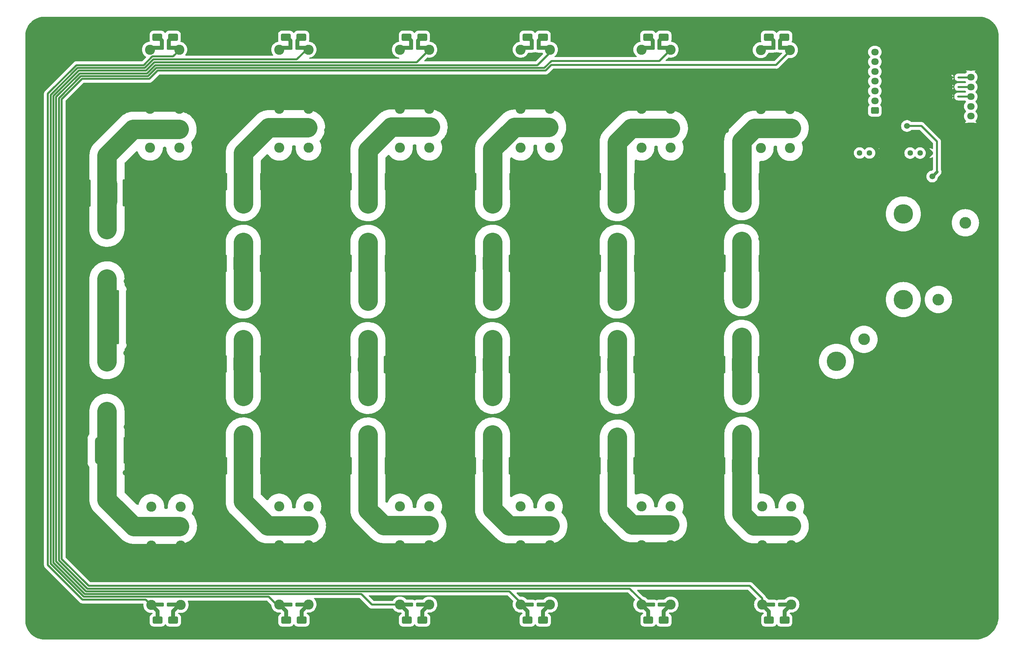
<source format=gbr>
%TF.GenerationSoftware,KiCad,Pcbnew,7.0.10*%
%TF.CreationDate,2024-05-11T12:56:43+02:00*%
%TF.ProjectId,LPF_HF+6,4c50465f-4846-42b3-962e-6b696361645f,rev?*%
%TF.SameCoordinates,Original*%
%TF.FileFunction,Copper,L2,Bot*%
%TF.FilePolarity,Positive*%
%FSLAX46Y46*%
G04 Gerber Fmt 4.6, Leading zero omitted, Abs format (unit mm)*
G04 Created by KiCad (PCBNEW 7.0.10) date 2024-05-11 12:56:43*
%MOMM*%
%LPD*%
G01*
G04 APERTURE LIST*
G04 Aperture macros list*
%AMRoundRect*
0 Rectangle with rounded corners*
0 $1 Rounding radius*
0 $2 $3 $4 $5 $6 $7 $8 $9 X,Y pos of 4 corners*
0 Add a 4 corners polygon primitive as box body*
4,1,4,$2,$3,$4,$5,$6,$7,$8,$9,$2,$3,0*
0 Add four circle primitives for the rounded corners*
1,1,$1+$1,$2,$3*
1,1,$1+$1,$4,$5*
1,1,$1+$1,$6,$7*
1,1,$1+$1,$8,$9*
0 Add four rect primitives between the rounded corners*
20,1,$1+$1,$2,$3,$4,$5,0*
20,1,$1+$1,$4,$5,$6,$7,0*
20,1,$1+$1,$6,$7,$8,$9,0*
20,1,$1+$1,$8,$9,$2,$3,0*%
G04 Aperture macros list end*
%TA.AperFunction,ComponentPad*%
%ADD10C,2.600000*%
%TD*%
%TA.AperFunction,ComponentPad*%
%ADD11C,3.000000*%
%TD*%
%TA.AperFunction,ComponentPad*%
%ADD12C,1.440000*%
%TD*%
%TA.AperFunction,ComponentPad*%
%ADD13RoundRect,0.250000X0.725000X-0.600000X0.725000X0.600000X-0.725000X0.600000X-0.725000X-0.600000X0*%
%TD*%
%TA.AperFunction,ComponentPad*%
%ADD14O,1.950000X1.700000*%
%TD*%
%TA.AperFunction,ComponentPad*%
%ADD15R,3.000000X3.000000*%
%TD*%
%TA.AperFunction,ComponentPad*%
%ADD16C,5.000000*%
%TD*%
%TA.AperFunction,SMDPad,CuDef*%
%ADD17RoundRect,0.279245X-0.460755X-6.695755X0.460755X-6.695755X0.460755X6.695755X-0.460755X6.695755X0*%
%TD*%
%TA.AperFunction,SMDPad,CuDef*%
%ADD18RoundRect,0.286792X-0.473208X-6.688208X0.473208X-6.688208X0.473208X6.688208X-0.473208X6.688208X0*%
%TD*%
%TA.AperFunction,SMDPad,CuDef*%
%ADD19RoundRect,0.849056X1.600944X1.400944X-1.600944X1.400944X-1.600944X-1.400944X1.600944X-1.400944X0*%
%TD*%
%TA.AperFunction,SMDPad,CuDef*%
%ADD20RoundRect,0.301886X0.498114X1.948114X-0.498114X1.948114X-0.498114X-1.948114X0.498114X-1.948114X0*%
%TD*%
%TA.AperFunction,SMDPad,CuDef*%
%ADD21RoundRect,0.290094X-0.478656X-1.959906X0.478656X-1.959906X0.478656X1.959906X-0.478656X1.959906X0*%
%TD*%
%TA.AperFunction,SMDPad,CuDef*%
%ADD22RoundRect,0.250000X-1.000000X-0.650000X1.000000X-0.650000X1.000000X0.650000X-1.000000X0.650000X0*%
%TD*%
%TA.AperFunction,SMDPad,CuDef*%
%ADD23RoundRect,0.943395X1.556605X2.556605X-1.556605X2.556605X-1.556605X-2.556605X1.556605X-2.556605X0*%
%TD*%
%TA.AperFunction,SMDPad,CuDef*%
%ADD24RoundRect,0.286792X0.473208X3.213208X-0.473208X3.213208X-0.473208X-3.213208X0.473208X-3.213208X0*%
%TD*%
%TA.AperFunction,SMDPad,CuDef*%
%ADD25RoundRect,0.250000X1.000000X0.650000X-1.000000X0.650000X-1.000000X-0.650000X1.000000X-0.650000X0*%
%TD*%
%TA.AperFunction,SMDPad,CuDef*%
%ADD26RoundRect,0.112500X0.187500X0.112500X-0.187500X0.112500X-0.187500X-0.112500X0.187500X-0.112500X0*%
%TD*%
%TA.AperFunction,SMDPad,CuDef*%
%ADD27RoundRect,0.237500X0.300000X0.237500X-0.300000X0.237500X-0.300000X-0.237500X0.300000X-0.237500X0*%
%TD*%
%TA.AperFunction,SMDPad,CuDef*%
%ADD28RoundRect,0.237500X-0.300000X-0.237500X0.300000X-0.237500X0.300000X0.237500X-0.300000X0.237500X0*%
%TD*%
%TA.AperFunction,SMDPad,CuDef*%
%ADD29RoundRect,1.056602X1.743398X2.493398X-1.743398X2.493398X-1.743398X-2.493398X1.743398X-2.493398X0*%
%TD*%
%TA.AperFunction,SMDPad,CuDef*%
%ADD30RoundRect,0.292452X0.482548X3.145048X-0.482548X3.145048X-0.482548X-3.145048X0.482548X-3.145048X0*%
%TD*%
%TA.AperFunction,SMDPad,CuDef*%
%ADD31RoundRect,0.283019X0.466981X3.166981X-0.466981X3.166981X-0.466981X-3.166981X0.466981X-3.166981X0*%
%TD*%
%TA.AperFunction,ViaPad*%
%ADD32C,1.500000*%
%TD*%
%TA.AperFunction,ViaPad*%
%ADD33C,0.800000*%
%TD*%
%TA.AperFunction,ViaPad*%
%ADD34C,5.000000*%
%TD*%
%TA.AperFunction,ViaPad*%
%ADD35C,6.000000*%
%TD*%
%TA.AperFunction,ViaPad*%
%ADD36C,3.000000*%
%TD*%
%TA.AperFunction,Conductor*%
%ADD37C,1.000000*%
%TD*%
%TA.AperFunction,Conductor*%
%ADD38C,0.500000*%
%TD*%
%TA.AperFunction,Conductor*%
%ADD39C,0.750000*%
%TD*%
%TA.AperFunction,Conductor*%
%ADD40C,5.000000*%
%TD*%
G04 APERTURE END LIST*
D10*
%TO.P,REL3,1*%
%TO.N,/20-17m*%
X223906400Y-204267154D03*
%TO.P,REL3,2*%
%TO.N,+12V*%
X231406400Y-204267154D03*
%TO.P,REL3,3*%
%TO.N,GND*%
X231406400Y-189067154D03*
%TO.P,REL3,4*%
%TO.N,Net-(C23-Pad1)*%
X231406400Y-184067154D03*
%TO.P,REL3,5*%
%TO.N,/LPF_IN*%
X231406400Y-179067154D03*
%TO.P,REL3,6*%
%TO.N,GND*%
X223906400Y-189067154D03*
%TO.P,REL3,7*%
%TO.N,Net-(C23-Pad1)*%
X223906400Y-184067154D03*
%TO.P,REL3,8*%
%TO.N,/LPF_IN*%
X223906400Y-179067154D03*
%TD*%
D11*
%TO.P,L7,1,1*%
%TO.N,Net-(C27-Pad1)*%
X280656400Y-136216901D03*
%TO.P,L7,2,2*%
%TO.N,Net-(C33-Pad1)*%
X280656400Y-126317407D03*
%TD*%
D12*
%TO.P,RV1,1,1*%
%TO.N,Net-(D19-K)*%
X323926200Y-88314754D03*
%TO.P,RV1,2,2*%
%TO.N,Net-(L20-Pad1)*%
X326466200Y-88314754D03*
%TO.P,RV1,3,3*%
%TO.N,GND*%
X329006200Y-88314754D03*
%TD*%
D11*
%TO.P,L9,1,1*%
%TO.N,Net-(C29-Pad1)*%
X216656400Y-136216901D03*
%TO.P,L9,2,2*%
%TO.N,Net-(C35-Pad1)*%
X216656400Y-126317407D03*
%TD*%
%TO.P,L5,1,1*%
%TO.N,Net-(C25-Pad1)*%
X152656400Y-160716901D03*
%TO.P,L5,2,2*%
%TO.N,Net-(C31-Pad1)*%
X152656400Y-150817407D03*
%TD*%
D10*
%TO.P,REL9,1*%
%TO.N,/20-17m*%
X231406400Y-61767154D03*
%TO.P,REL9,2*%
%TO.N,+12V*%
X223906400Y-61767154D03*
%TO.P,REL9,3*%
%TO.N,GND*%
X223906400Y-76967154D03*
%TO.P,REL9,4*%
%TO.N,Net-(C41-Pad1)*%
X223906400Y-81967154D03*
%TO.P,REL9,5*%
%TO.N,/LPF_OUT*%
X223906400Y-86967154D03*
%TO.P,REL9,6*%
%TO.N,GND*%
X231406400Y-76967154D03*
%TO.P,REL9,7*%
%TO.N,Net-(C41-Pad1)*%
X231406400Y-81967154D03*
%TO.P,REL9,8*%
%TO.N,/LPF_OUT*%
X231406400Y-86967154D03*
%TD*%
D11*
%TO.P,L4,1,1*%
%TO.N,Net-(C24-Pad1)*%
X184656400Y-160716901D03*
%TO.P,L4,2,2*%
%TO.N,Net-(C30-Pad1)*%
X184656400Y-150817407D03*
%TD*%
D13*
%TO.P,J1,1,Pin_1*%
%TO.N,GND*%
X339496400Y-81340554D03*
D14*
%TO.P,J1,2,Pin_2*%
%TO.N,PWR_REF*%
X339496400Y-78840554D03*
%TO.P,J1,3,Pin_3*%
%TO.N,PWR_FWD*%
X339496400Y-76340554D03*
%TO.P,J1,4,Pin_4*%
%TO.N,Clock*%
X339496400Y-73840554D03*
%TO.P,J1,5,Pin_5*%
%TO.N,Latch*%
X339496400Y-71340554D03*
%TO.P,J1,6,Pin_6*%
%TO.N,SER_DATA*%
X339496400Y-68840554D03*
%TO.P,J1,7,Pin_7*%
%TO.N,GND*%
X339496400Y-66340554D03*
%TD*%
D13*
%TO.P,J4,1,Pin_1*%
%TO.N,Net-(J4-Pin_1)*%
X314863200Y-77374354D03*
D14*
%TO.P,J4,2,Pin_2*%
%TO.N,Net-(J4-Pin_2)*%
X314863200Y-74874354D03*
%TO.P,J4,3,Pin_3*%
%TO.N,Net-(J4-Pin_3)*%
X314863200Y-72374354D03*
%TO.P,J4,4,Pin_4*%
%TO.N,Net-(J4-Pin_4)*%
X314863200Y-69874354D03*
%TO.P,J4,5,Pin_5*%
%TO.N,Net-(J4-Pin_5)*%
X314863200Y-67374354D03*
%TO.P,J4,6,Pin_6*%
%TO.N,Net-(J4-Pin_6)*%
X314863200Y-64874354D03*
%TO.P,J4,7,Pin_7*%
%TO.N,Net-(J4-Pin_7)*%
X314863200Y-62374354D03*
%TD*%
D10*
%TO.P,REL10,1*%
%TO.N,/40-30m_REL*%
X200406400Y-61767154D03*
%TO.P,REL10,2*%
%TO.N,+12V*%
X192906400Y-61767154D03*
%TO.P,REL10,3*%
%TO.N,GND*%
X192906400Y-76967154D03*
%TO.P,REL10,4*%
%TO.N,Net-(C42-Pad1)*%
X192906400Y-81967154D03*
%TO.P,REL10,5*%
%TO.N,/LPF_OUT*%
X192906400Y-86967154D03*
%TO.P,REL10,6*%
%TO.N,GND*%
X200406400Y-76967154D03*
%TO.P,REL10,7*%
%TO.N,Net-(C42-Pad1)*%
X200406400Y-81967154D03*
%TO.P,REL10,8*%
%TO.N,/LPF_OUT*%
X200406400Y-86967154D03*
%TD*%
%TO.P,REL8,1*%
%TO.N,/15-10m_REL*%
X262406400Y-61767154D03*
%TO.P,REL8,2*%
%TO.N,+12V*%
X254906400Y-61767154D03*
%TO.P,REL8,3*%
%TO.N,GND*%
X254906400Y-76967154D03*
%TO.P,REL8,4*%
%TO.N,Net-(C40-Pad1)*%
X254906400Y-81967154D03*
%TO.P,REL8,5*%
%TO.N,/LPF_OUT*%
X254906400Y-86967154D03*
%TO.P,REL8,6*%
%TO.N,GND*%
X262406400Y-76967154D03*
%TO.P,REL8,7*%
%TO.N,Net-(C40-Pad1)*%
X262406400Y-81967154D03*
%TO.P,REL8,8*%
%TO.N,/LPF_OUT*%
X262406400Y-86967154D03*
%TD*%
D11*
%TO.P,L2,1,1*%
%TO.N,Net-(C22-Pad1)*%
X248656400Y-160716901D03*
%TO.P,L2,2,2*%
%TO.N,Net-(C28-Pad1)*%
X248656400Y-150817407D03*
%TD*%
D10*
%TO.P,REL1,1*%
%TO.N,/6m_REL*%
X285906400Y-204267154D03*
%TO.P,REL1,2*%
%TO.N,+12V*%
X293406400Y-204267154D03*
%TO.P,REL1,3*%
%TO.N,GND*%
X293406400Y-189067154D03*
%TO.P,REL1,4*%
%TO.N,Net-(C21-Pad1)*%
X293406400Y-184067154D03*
%TO.P,REL1,5*%
%TO.N,/LPF_IN*%
X293406400Y-179067154D03*
%TO.P,REL1,6*%
%TO.N,GND*%
X285906400Y-189067154D03*
%TO.P,REL1,7*%
%TO.N,Net-(C21-Pad1)*%
X285906400Y-184067154D03*
%TO.P,REL1,8*%
%TO.N,/LPF_IN*%
X285906400Y-179067154D03*
%TD*%
%TO.P,REL7,1*%
%TO.N,/6m_REL*%
X293056000Y-61862154D03*
%TO.P,REL7,2*%
%TO.N,+12V*%
X285556000Y-61862154D03*
%TO.P,REL7,3*%
%TO.N,GND*%
X285556000Y-77062154D03*
%TO.P,REL7,4*%
%TO.N,Net-(C39-Pad1)*%
X285556000Y-82062154D03*
%TO.P,REL7,5*%
%TO.N,/LPF_OUT*%
X285556000Y-87062154D03*
%TO.P,REL7,6*%
%TO.N,GND*%
X293056000Y-77062154D03*
%TO.P,REL7,7*%
%TO.N,Net-(C39-Pad1)*%
X293056000Y-82062154D03*
%TO.P,REL7,8*%
%TO.N,/LPF_OUT*%
X293056000Y-87062154D03*
%TD*%
%TO.P,REL2,1*%
%TO.N,/15-10m_REL*%
X254906400Y-204267154D03*
%TO.P,REL2,2*%
%TO.N,+12V*%
X262406400Y-204267154D03*
%TO.P,REL2,3*%
%TO.N,GND*%
X262406400Y-189067154D03*
%TO.P,REL2,4*%
%TO.N,Net-(C22-Pad1)*%
X262406400Y-184067154D03*
%TO.P,REL2,5*%
%TO.N,/LPF_IN*%
X262406400Y-179067154D03*
%TO.P,REL2,6*%
%TO.N,GND*%
X254906400Y-189067154D03*
%TO.P,REL2,7*%
%TO.N,Net-(C22-Pad1)*%
X254906400Y-184067154D03*
%TO.P,REL2,8*%
%TO.N,/LPF_IN*%
X254906400Y-179067154D03*
%TD*%
D11*
%TO.P,L15,1,1*%
%TO.N,Net-(C35-Pad1)*%
X216656400Y-111216901D03*
%TO.P,L15,2,2*%
%TO.N,Net-(C41-Pad1)*%
X216656400Y-101317407D03*
%TD*%
D10*
%TO.P,REL6,1*%
%TO.N,/160m_REL*%
X129057400Y-204367354D03*
%TO.P,REL6,2*%
%TO.N,+12V*%
X136557400Y-204367354D03*
%TO.P,REL6,3*%
%TO.N,GND*%
X136557400Y-189167354D03*
%TO.P,REL6,4*%
%TO.N,Net-(C26-Pad1)*%
X136557400Y-184167354D03*
%TO.P,REL6,5*%
%TO.N,/LPF_IN*%
X136557400Y-179167354D03*
%TO.P,REL6,6*%
%TO.N,GND*%
X129057400Y-189167354D03*
%TO.P,REL6,7*%
%TO.N,Net-(C26-Pad1)*%
X129057400Y-184167354D03*
%TO.P,REL6,8*%
%TO.N,/LPF_IN*%
X129057400Y-179167354D03*
%TD*%
%TO.P,REL4,1*%
%TO.N,/40-30m_REL*%
X192906400Y-204267154D03*
%TO.P,REL4,2*%
%TO.N,+12V*%
X200406400Y-204267154D03*
%TO.P,REL4,3*%
%TO.N,GND*%
X200406400Y-189067154D03*
%TO.P,REL4,4*%
%TO.N,Net-(C24-Pad1)*%
X200406400Y-184067154D03*
%TO.P,REL4,5*%
%TO.N,/LPF_IN*%
X200406400Y-179067154D03*
%TO.P,REL4,6*%
%TO.N,GND*%
X192906400Y-189067154D03*
%TO.P,REL4,7*%
%TO.N,Net-(C24-Pad1)*%
X192906400Y-184067154D03*
%TO.P,REL4,8*%
%TO.N,/LPF_IN*%
X192906400Y-179067154D03*
%TD*%
%TO.P,REL12,1*%
%TO.N,/160m_REL*%
X136211000Y-61767154D03*
%TO.P,REL12,2*%
%TO.N,+12V*%
X128711000Y-61767154D03*
%TO.P,REL12,3*%
%TO.N,GND*%
X128711000Y-76967154D03*
%TO.P,REL12,4*%
%TO.N,Net-(C38-Pad1)*%
X128711000Y-81967154D03*
%TO.P,REL12,5*%
%TO.N,/LPF_OUT*%
X128711000Y-86967154D03*
%TO.P,REL12,6*%
%TO.N,GND*%
X136211000Y-76967154D03*
%TO.P,REL12,7*%
%TO.N,Net-(C38-Pad1)*%
X136211000Y-81967154D03*
%TO.P,REL12,8*%
%TO.N,/LPF_OUT*%
X136211000Y-86967154D03*
%TD*%
D15*
%TO.P,J2,1,Pin_1*%
%TO.N,GND*%
X338099400Y-111301754D03*
D11*
%TO.P,J2,2,Pin_2*%
%TO.N,Net-(J2-Pin_2)*%
X338099400Y-106221754D03*
%TD*%
%TO.P,L6,1,1*%
%TO.N,Net-(C26-Pad1)*%
X117656400Y-154631115D03*
%TO.P,L6,2,2*%
%TO.N,Net-(C32-Pad1)*%
X117656400Y-141903193D03*
%TD*%
D10*
%TO.P,REL5,1*%
%TO.N,/80m_REL*%
X161906400Y-204267154D03*
%TO.P,REL5,2*%
%TO.N,+12V*%
X169406400Y-204267154D03*
%TO.P,REL5,3*%
%TO.N,GND*%
X169406400Y-189067154D03*
%TO.P,REL5,4*%
%TO.N,Net-(C25-Pad1)*%
X169406400Y-184067154D03*
%TO.P,REL5,5*%
%TO.N,/LPF_IN*%
X169406400Y-179067154D03*
%TO.P,REL5,6*%
%TO.N,GND*%
X161906400Y-189067154D03*
%TO.P,REL5,7*%
%TO.N,Net-(C25-Pad1)*%
X161906400Y-184067154D03*
%TO.P,REL5,8*%
%TO.N,/LPF_IN*%
X161906400Y-179067154D03*
%TD*%
D16*
%TO.P,L19,1,1*%
%TO.N,/LPF_OUT*%
X304997425Y-141826779D03*
D11*
%TO.P,L19,3,3*%
%TO.N,Net-(D20-A)*%
X312068493Y-136169925D03*
%TO.P,L19,4,4*%
%TO.N,GND*%
X298633464Y-148190740D03*
%TD*%
%TO.P,L1,1,1*%
%TO.N,Net-(C21-Pad1)*%
X280656400Y-160716901D03*
%TO.P,L1,2,2*%
%TO.N,Net-(C27-Pad1)*%
X280656400Y-150817407D03*
%TD*%
%TO.P,L14,1,1*%
%TO.N,Net-(C34-Pad1)*%
X248656400Y-111216901D03*
%TO.P,L14,2,2*%
%TO.N,Net-(C40-Pad1)*%
X248656400Y-101317407D03*
%TD*%
D16*
%TO.P,L18,1,1*%
%TO.N,Net-(D20-A)*%
X322165600Y-125933954D03*
%TO.P,L18,2,2*%
%TO.N,Net-(D19-A)*%
X322165600Y-103933954D03*
D11*
%TO.P,L18,3,3*%
%TO.N,GND*%
X313165600Y-124933954D03*
%TO.P,L18,4,4*%
%TO.N,/LPF_OUT*%
X331165600Y-125933954D03*
%TD*%
%TO.P,L3,1,1*%
%TO.N,Net-(C23-Pad1)*%
X216656400Y-160716901D03*
%TO.P,L3,2,2*%
%TO.N,Net-(C29-Pad1)*%
X216656400Y-150817407D03*
%TD*%
%TO.P,L17,1,1*%
%TO.N,Net-(C37-Pad1)*%
X152656400Y-111216901D03*
%TO.P,L17,2,2*%
%TO.N,Net-(C43-Pad1)*%
X152656400Y-101317407D03*
%TD*%
%TO.P,L16,1,1*%
%TO.N,Net-(C36-Pad1)*%
X184656400Y-111216901D03*
%TO.P,L16,2,2*%
%TO.N,Net-(C42-Pad1)*%
X184656400Y-101317407D03*
%TD*%
D12*
%TO.P,RV2,1,1*%
%TO.N,Net-(D20-K)*%
X310946800Y-88289354D03*
%TO.P,RV2,2,2*%
%TO.N,Net-(L21-Pad1)*%
X313486800Y-88289354D03*
%TO.P,RV2,3,3*%
%TO.N,GND*%
X316026800Y-88289354D03*
%TD*%
D11*
%TO.P,L11,1,1*%
%TO.N,Net-(C31-Pad1)*%
X152656400Y-136216901D03*
%TO.P,L11,2,2*%
%TO.N,Net-(C37-Pad1)*%
X152656400Y-126317407D03*
%TD*%
D10*
%TO.P,REL11,1*%
%TO.N,/80m_REL*%
X169406400Y-61767154D03*
%TO.P,REL11,2*%
%TO.N,+12V*%
X161906400Y-61767154D03*
%TO.P,REL11,3*%
%TO.N,GND*%
X161906400Y-76967154D03*
%TO.P,REL11,4*%
%TO.N,Net-(C43-Pad1)*%
X161906400Y-81967154D03*
%TO.P,REL11,5*%
%TO.N,/LPF_OUT*%
X161906400Y-86967154D03*
%TO.P,REL11,6*%
%TO.N,GND*%
X169406400Y-76967154D03*
%TO.P,REL11,7*%
%TO.N,Net-(C43-Pad1)*%
X169406400Y-81967154D03*
%TO.P,REL11,8*%
%TO.N,/LPF_OUT*%
X169406400Y-86967154D03*
%TD*%
D11*
%TO.P,L13,1,1*%
%TO.N,Net-(C33-Pad1)*%
X280656400Y-111216901D03*
%TO.P,L13,2,2*%
%TO.N,Net-(C39-Pad1)*%
X280656400Y-101317407D03*
%TD*%
%TO.P,L10,1,1*%
%TO.N,Net-(C30-Pad1)*%
X184656400Y-136216901D03*
%TO.P,L10,2,2*%
%TO.N,Net-(C36-Pad1)*%
X184656400Y-126317407D03*
%TD*%
%TO.P,L8,1,1*%
%TO.N,Net-(C28-Pad1)*%
X248656400Y-136216901D03*
%TO.P,L8,2,2*%
%TO.N,Net-(C34-Pad1)*%
X248656400Y-126317407D03*
%TD*%
%TO.P,L12,1,1*%
%TO.N,Net-(C32-Pad1)*%
X117656400Y-120631115D03*
%TO.P,L12,2,2*%
%TO.N,Net-(C38-Pad1)*%
X117656400Y-107903193D03*
%TD*%
D17*
%TO.P,C32,1*%
%TO.N,Net-(C32-Pad1)*%
X119996400Y-130492154D03*
D18*
%TO.P,C32,2*%
%TO.N,GND*%
X123296400Y-130492154D03*
%TD*%
D19*
%TO.P,C25,1*%
%TO.N,Net-(C25-Pad1)*%
X152706400Y-168617154D03*
D20*
%TO.P,C25,2*%
%TO.N,GND*%
X147753900Y-168617154D03*
D21*
X157725150Y-168617154D03*
%TD*%
D19*
%TO.P,C43,1*%
%TO.N,Net-(C43-Pad1)*%
X152706400Y-95617154D03*
D20*
%TO.P,C43,2*%
%TO.N,GND*%
X147753900Y-95617154D03*
D21*
X157725150Y-95617154D03*
%TD*%
D19*
%TO.P,C22,1*%
%TO.N,Net-(C22-Pad1)*%
X248606400Y-168617154D03*
D20*
%TO.P,C22,2*%
%TO.N,GND*%
X243653900Y-168617154D03*
D21*
X253625150Y-168617154D03*
%TD*%
D22*
%TO.P,D15,1,K*%
%TO.N,+12V*%
X130610800Y-58545954D03*
%TO.P,D15,2,A*%
%TO.N,/160m_REL*%
X134610800Y-58545954D03*
%TD*%
D23*
%TO.P,C38,1*%
%TO.N,Net-(C38-Pad1)*%
X117756400Y-98567154D03*
D24*
%TO.P,C38,2*%
%TO.N,GND*%
X122445148Y-98567154D03*
X112696400Y-98617154D03*
%TD*%
D19*
%TO.P,C21,1*%
%TO.N,Net-(C21-Pad1)*%
X280606400Y-168617154D03*
D20*
%TO.P,C21,2*%
%TO.N,GND*%
X275653900Y-168617154D03*
D21*
X285625150Y-168617154D03*
%TD*%
D25*
%TO.P,D6,1,K*%
%TO.N,+12V*%
X134656400Y-208267154D03*
%TO.P,D6,2,A*%
%TO.N,/160m_REL*%
X130656400Y-208267154D03*
%TD*%
D19*
%TO.P,C31,1*%
%TO.N,Net-(C31-Pad1)*%
X152606400Y-142517154D03*
D20*
%TO.P,C31,2*%
%TO.N,GND*%
X147653900Y-142517154D03*
D21*
X157625150Y-142517154D03*
%TD*%
D26*
%TO.P,D8,1,A1*%
%TO.N,Clock*%
X336331000Y-73790754D03*
%TO.P,D8,2,A2*%
%TO.N,GND*%
X334231000Y-73790754D03*
%TD*%
D27*
%TO.P,C6,1*%
%TO.N,+12V*%
X133518900Y-204267154D03*
%TO.P,C6,2*%
%TO.N,/160m_REL*%
X131793900Y-204267154D03*
%TD*%
D22*
%TO.P,D12,1,K*%
%TO.N,+12V*%
X225610800Y-58545954D03*
%TO.P,D12,2,A*%
%TO.N,/20-17m*%
X229610800Y-58545954D03*
%TD*%
D19*
%TO.P,C28,1*%
%TO.N,Net-(C28-Pad1)*%
X248606400Y-142617154D03*
D20*
%TO.P,C28,2*%
%TO.N,GND*%
X243653900Y-142617154D03*
D21*
X253625150Y-142617154D03*
%TD*%
D19*
%TO.P,C27,1*%
%TO.N,Net-(C27-Pad1)*%
X280606400Y-142617154D03*
D20*
%TO.P,C27,2*%
%TO.N,GND*%
X275653900Y-142617154D03*
D21*
X285625150Y-142617154D03*
%TD*%
D19*
%TO.P,C30,1*%
%TO.N,Net-(C30-Pad1)*%
X184506400Y-142617154D03*
D20*
%TO.P,C30,2*%
%TO.N,GND*%
X179553900Y-142617154D03*
D21*
X189525150Y-142617154D03*
%TD*%
D28*
%TO.P,C10,1*%
%TO.N,+12V*%
X257793900Y-61267154D03*
%TO.P,C10,2*%
%TO.N,/15-10m_REL*%
X259518900Y-61267154D03*
%TD*%
D19*
%TO.P,C29,1*%
%TO.N,Net-(C29-Pad1)*%
X216606400Y-142617154D03*
D20*
%TO.P,C29,2*%
%TO.N,GND*%
X211653900Y-142617154D03*
D21*
X221625150Y-142617154D03*
%TD*%
D19*
%TO.P,C41,1*%
%TO.N,Net-(C41-Pad1)*%
X216706400Y-95617154D03*
D20*
%TO.P,C41,2*%
%TO.N,GND*%
X211753900Y-95617154D03*
D21*
X221725150Y-95617154D03*
%TD*%
D25*
%TO.P,D2,1,K*%
%TO.N,+12V*%
X260656400Y-208267154D03*
%TO.P,D2,2,A*%
%TO.N,/15-10m_REL*%
X256656400Y-208267154D03*
%TD*%
D19*
%TO.P,C42,1*%
%TO.N,Net-(C42-Pad1)*%
X184706400Y-95617154D03*
D20*
%TO.P,C42,2*%
%TO.N,GND*%
X179753900Y-95617154D03*
D21*
X189725150Y-95617154D03*
%TD*%
D19*
%TO.P,C35,1*%
%TO.N,Net-(C35-Pad1)*%
X216606400Y-116617154D03*
D20*
%TO.P,C35,2*%
%TO.N,GND*%
X211653900Y-116617154D03*
D21*
X221625150Y-116617154D03*
%TD*%
D27*
%TO.P,C3,1*%
%TO.N,+12V*%
X228497300Y-204267154D03*
%TO.P,C3,2*%
%TO.N,/20-17m*%
X226772300Y-204267154D03*
%TD*%
D26*
%TO.P,D9,1,A1*%
%TO.N,Latch*%
X336381800Y-71326954D03*
%TO.P,D9,2,A2*%
%TO.N,GND*%
X334281800Y-71326954D03*
%TD*%
D19*
%TO.P,C24,1*%
%TO.N,Net-(C24-Pad1)*%
X184706400Y-168617154D03*
D20*
%TO.P,C24,2*%
%TO.N,GND*%
X179753900Y-168617154D03*
D21*
X189725150Y-168617154D03*
%TD*%
D29*
%TO.P,C26,1*%
%TO.N,Net-(C26-Pad1)*%
X117356400Y-164717154D03*
D30*
%TO.P,C26,2*%
%TO.N,GND*%
X122681400Y-164629654D03*
D31*
X111986400Y-164717154D03*
%TD*%
D22*
%TO.P,D13,1,K*%
%TO.N,+12V*%
X194610800Y-58545954D03*
%TO.P,D13,2,A*%
%TO.N,/40-30m_REL*%
X198610800Y-58545954D03*
%TD*%
%TO.P,D14,1,K*%
%TO.N,+12V*%
X163610800Y-58545954D03*
%TO.P,D14,2,A*%
%TO.N,/80m_REL*%
X167610800Y-58545954D03*
%TD*%
D25*
%TO.P,D1,1,K*%
%TO.N,+12V*%
X291661600Y-208267154D03*
%TO.P,D1,2,A*%
%TO.N,/6m_REL*%
X287661600Y-208267154D03*
%TD*%
D28*
%TO.P,C13,1*%
%TO.N,+12V*%
X164793900Y-61267154D03*
%TO.P,C13,2*%
%TO.N,/80m_REL*%
X166518900Y-61267154D03*
%TD*%
D25*
%TO.P,D5,1,K*%
%TO.N,+12V*%
X167656400Y-208267154D03*
%TO.P,D5,2,A*%
%TO.N,/80m_REL*%
X163656400Y-208267154D03*
%TD*%
D27*
%TO.P,C1,1*%
%TO.N,+12V*%
X290473300Y-204267154D03*
%TO.P,C1,2*%
%TO.N,/6m_REL*%
X288748300Y-204267154D03*
%TD*%
%TO.P,C4,1*%
%TO.N,+12V*%
X197518900Y-204267154D03*
%TO.P,C4,2*%
%TO.N,/40-30m_REL*%
X195793900Y-204267154D03*
%TD*%
D25*
%TO.P,D3,1,K*%
%TO.N,+12V*%
X229656400Y-208267154D03*
%TO.P,D3,2,A*%
%TO.N,/20-17m*%
X225656400Y-208267154D03*
%TD*%
D19*
%TO.P,C33,1*%
%TO.N,Net-(C33-Pad1)*%
X280706400Y-116617154D03*
D20*
%TO.P,C33,2*%
%TO.N,GND*%
X275753900Y-116617154D03*
D21*
X285725150Y-116617154D03*
%TD*%
D27*
%TO.P,C2,1*%
%TO.N,+12V*%
X259637700Y-204267154D03*
%TO.P,C2,2*%
%TO.N,/15-10m_REL*%
X257912700Y-204267154D03*
%TD*%
D25*
%TO.P,D4,1,K*%
%TO.N,+12V*%
X198656400Y-208267154D03*
%TO.P,D4,2,A*%
%TO.N,/40-30m_REL*%
X194656400Y-208267154D03*
%TD*%
D19*
%TO.P,C39,1*%
%TO.N,Net-(C39-Pad1)*%
X280706400Y-95617154D03*
D20*
%TO.P,C39,2*%
%TO.N,GND*%
X275753900Y-95617154D03*
D21*
X285725150Y-95617154D03*
%TD*%
D19*
%TO.P,C40,1*%
%TO.N,Net-(C40-Pad1)*%
X248706400Y-95617154D03*
D20*
%TO.P,C40,2*%
%TO.N,GND*%
X243753900Y-95617154D03*
D21*
X253725150Y-95617154D03*
%TD*%
D19*
%TO.P,C36,1*%
%TO.N,Net-(C36-Pad1)*%
X184706400Y-116617154D03*
D20*
%TO.P,C36,2*%
%TO.N,GND*%
X179753900Y-116617154D03*
D21*
X189725150Y-116617154D03*
%TD*%
D22*
%TO.P,D11,1,K*%
%TO.N,+12V*%
X256610800Y-58545954D03*
%TO.P,D11,2,A*%
%TO.N,/15-10m_REL*%
X260610800Y-58545954D03*
%TD*%
D19*
%TO.P,C34,1*%
%TO.N,Net-(C34-Pad1)*%
X248706400Y-116617154D03*
D20*
%TO.P,C34,2*%
%TO.N,GND*%
X243753900Y-116617154D03*
D21*
X253725150Y-116617154D03*
%TD*%
D22*
%TO.P,D10,1,K*%
%TO.N,+12V*%
X287610800Y-58545954D03*
%TO.P,D10,2,A*%
%TO.N,/6m_REL*%
X291610800Y-58545954D03*
%TD*%
D28*
%TO.P,C11,1*%
%TO.N,+12V*%
X226793900Y-61267154D03*
%TO.P,C11,2*%
%TO.N,/20-17m*%
X228518900Y-61267154D03*
%TD*%
D19*
%TO.P,C37,1*%
%TO.N,Net-(C37-Pad1)*%
X152606400Y-116617154D03*
D20*
%TO.P,C37,2*%
%TO.N,GND*%
X147653900Y-116617154D03*
D21*
X157625150Y-116617154D03*
%TD*%
D28*
%TO.P,C9,1*%
%TO.N,+12V*%
X288793900Y-61267154D03*
%TO.P,C9,2*%
%TO.N,/6m_REL*%
X290518900Y-61267154D03*
%TD*%
%TO.P,C14,1*%
%TO.N,+12V*%
X131793900Y-61267154D03*
%TO.P,C14,2*%
%TO.N,/160m_REL*%
X133518900Y-61267154D03*
%TD*%
D19*
%TO.P,C23,1*%
%TO.N,Net-(C23-Pad1)*%
X216606400Y-168617154D03*
D20*
%TO.P,C23,2*%
%TO.N,GND*%
X211653900Y-168617154D03*
D21*
X221625150Y-168617154D03*
%TD*%
D26*
%TO.P,D7,1,A1*%
%TO.N,SER_DATA*%
X336407200Y-68863154D03*
%TO.P,D7,2,A2*%
%TO.N,GND*%
X334307200Y-68863154D03*
%TD*%
D27*
%TO.P,C5,1*%
%TO.N,+12V*%
X166518900Y-204267154D03*
%TO.P,C5,2*%
%TO.N,/80m_REL*%
X164793900Y-204267154D03*
%TD*%
D28*
%TO.P,C12,1*%
%TO.N,+12V*%
X195793900Y-61267154D03*
%TO.P,C12,2*%
%TO.N,/40-30m_REL*%
X197518900Y-61267154D03*
%TD*%
D32*
%TO.N,GND*%
X335661000Y-83336354D03*
X132049004Y-54989954D03*
X208635600Y-156581098D03*
X171602400Y-169848754D03*
X161937116Y-211403154D03*
X263879432Y-194943954D03*
X99466400Y-139391940D03*
X198424800Y-122550572D03*
X128168400Y-139605042D03*
X99466400Y-146965568D03*
X208635600Y-133860214D03*
X203758800Y-116833358D03*
X176479200Y-141433842D03*
X235813600Y-104964916D03*
X133197600Y-152794284D03*
X314488464Y-199817954D03*
X291541200Y-138002628D03*
X193395600Y-132082214D03*
X338100000Y-147040954D03*
X327380600Y-137438354D03*
X338401800Y-172739986D03*
X176782710Y-194943954D03*
X242656400Y-186267154D03*
X267462000Y-138131842D03*
X210656400Y-186267154D03*
X309656400Y-184267154D03*
X320983304Y-211403154D03*
X138531600Y-124356186D03*
X288442400Y-139859042D03*
X257098800Y-160954326D03*
X150576674Y-211403154D03*
X133197600Y-130073400D03*
X330416288Y-170917154D03*
X309606400Y-188717154D03*
X99466400Y-177260080D03*
X108305600Y-105032642D03*
X108153200Y-151773330D03*
X282813502Y-194943954D03*
X161239200Y-116934958D03*
X257098800Y-138233442D03*
X311648352Y-199817954D03*
X270816288Y-186267154D03*
X311838014Y-118439154D03*
X116901748Y-54989954D03*
X161239200Y-113148144D03*
X122478800Y-170458354D03*
X338404800Y-134772754D03*
X235813600Y-169340754D03*
X207785284Y-54989954D03*
X242606400Y-190717154D03*
X332486000Y-109498354D03*
X267967908Y-211403154D03*
X257098800Y-134446628D03*
X122040114Y-73023954D03*
D33*
X250556400Y-205217154D03*
D32*
X285656400Y-106480340D03*
X138531600Y-131929814D03*
X262128000Y-121128172D03*
X303580800Y-94182154D03*
X118821200Y-192759554D03*
X324806400Y-186517154D03*
X258365418Y-73023954D03*
X203758800Y-105472916D03*
X303580800Y-74808596D03*
X176479200Y-118712958D03*
X291541200Y-153149884D03*
X166268400Y-160418712D03*
X208635600Y-149007470D03*
D33*
X267270883Y-203002326D03*
D32*
X312911248Y-170563954D03*
X300641200Y-153768466D03*
X161239200Y-147229470D03*
X267462000Y-145705470D03*
X203758800Y-154701498D03*
X122732800Y-158672754D03*
X143408400Y-107301716D03*
X146789860Y-211403154D03*
X198424800Y-156631898D03*
X128168400Y-124457786D03*
X325424800Y-79069154D03*
X176479200Y-145220656D03*
X176479200Y-149007470D03*
X291541200Y-141789442D03*
X180569524Y-194943954D03*
X332917800Y-83361754D03*
X262128000Y-162783126D03*
X110540800Y-131393154D03*
X211165698Y-211403154D03*
X128168400Y-169899554D03*
X207816288Y-186267154D03*
X193395600Y-162376726D03*
X230479600Y-137189828D03*
X318820800Y-60120754D03*
X267970000Y-61289154D03*
X110744000Y-86574254D03*
X116495348Y-211403154D03*
X176479200Y-99778888D03*
X308864000Y-78429710D03*
X344982800Y-187600094D03*
X306766288Y-188717154D03*
X241158548Y-194943954D03*
X225450400Y-169442354D03*
X205350022Y-73023954D03*
X176479200Y-156581098D03*
X305534386Y-194943954D03*
D33*
X237906400Y-205267154D03*
D34*
X295884600Y-141680154D03*
D32*
X208635600Y-145220656D03*
D33*
X204606400Y-203867154D03*
D32*
X338506400Y-130251554D03*
X166268400Y-164205526D03*
X176479200Y-103565702D03*
X203758800Y-120620172D03*
X231857720Y-73023954D03*
X212923650Y-73023954D03*
X240690400Y-99270888D03*
X235813600Y-161767126D03*
X262128000Y-98407288D03*
X321614800Y-131901154D03*
X166268400Y-167992340D03*
X317271400Y-136498554D03*
X344982800Y-104290186D03*
X143408400Y-111088530D03*
X166268400Y-107403316D03*
X133400556Y-73023954D03*
X99466400Y-82589730D03*
X344982800Y-62635232D03*
X150275012Y-194943954D03*
X240690400Y-118204958D03*
X225450400Y-150508284D03*
X267462000Y-130558214D03*
X154363488Y-211403154D03*
X218694000Y-61441554D03*
X235813600Y-135259428D03*
X295718136Y-162482754D03*
D35*
X333656400Y-61267154D03*
D32*
X206857600Y-61543154D03*
X225450400Y-131574214D03*
X108305600Y-99352418D03*
X99466400Y-158326010D03*
X171602400Y-158488312D03*
X325856400Y-194717154D03*
X260092618Y-194943954D03*
X265939046Y-73023954D03*
X304241200Y-158358578D03*
X210606400Y-190717154D03*
X303580800Y-109329410D03*
X337950000Y-143940954D03*
X124068976Y-211403154D03*
X166268400Y-122550572D03*
X123767314Y-194943954D03*
X267462000Y-96476888D03*
X285656400Y-110267154D03*
X230479600Y-122042572D03*
X279026688Y-194943954D03*
X262128000Y-143849056D03*
X108305600Y-96512306D03*
X225450400Y-127787400D03*
X176479200Y-130073400D03*
X321818000Y-89432354D03*
X192231628Y-211403154D03*
X235813600Y-120112172D03*
X230479600Y-140976642D03*
X99466400Y-181046894D03*
X239816288Y-186267154D03*
X344982800Y-157305582D03*
X230479600Y-156123898D03*
X306242448Y-54989954D03*
X193395600Y-139655842D03*
X303580800Y-113116224D03*
X311888814Y-113105154D03*
X143408400Y-167890740D03*
X208635600Y-111139330D03*
X108153200Y-148933214D03*
X193395600Y-116934958D03*
X230479600Y-106895316D03*
X324912372Y-109498354D03*
X110185200Y-170444290D03*
X324756400Y-190967154D03*
X344982800Y-149731954D03*
X108153200Y-171654114D03*
X272338800Y-143798256D03*
X302049234Y-211403154D03*
X138531600Y-169797954D03*
X273606400Y-190717154D03*
X138531600Y-135716628D03*
X331266800Y-133856954D03*
X230479600Y-125829386D03*
X158150302Y-211403154D03*
X342239600Y-197941154D03*
X161239200Y-139655842D03*
X180871186Y-211403154D03*
X249440238Y-54989954D03*
X281279600Y-61390754D03*
X193395600Y-147229470D03*
X198424800Y-137697828D03*
X198424800Y-145271456D03*
X128168400Y-132031414D03*
X305866800Y-68807554D03*
X225450400Y-120213772D03*
X235813600Y-116325358D03*
X157226000Y-61085954D03*
X172995896Y-194943954D03*
X257098800Y-149593884D03*
X128168400Y-147178670D03*
X272338800Y-98356488D03*
X169510744Y-211403154D03*
X198424800Y-111190130D03*
X268374308Y-54989954D03*
X273512674Y-73023954D03*
X235644534Y-73023954D03*
X203758800Y-150914684D03*
X315016288Y-190967154D03*
X272338800Y-121077372D03*
X247004976Y-73023954D03*
X317602890Y-54989954D03*
X128168400Y-105523716D03*
X99466400Y-173473266D03*
X291541200Y-145576256D03*
X272338800Y-117290558D03*
X108153200Y-157453554D03*
X324770118Y-211403154D03*
X198424800Y-149058270D03*
X291541200Y-156936698D03*
X230479600Y-167484340D03*
X235813600Y-131472614D03*
X203758800Y-147127870D03*
X306926184Y-162431954D03*
X318641472Y-166113954D03*
X198424800Y-99829688D03*
X230479600Y-95534874D03*
X240690400Y-129565400D03*
X235813600Y-142833056D03*
X128168400Y-120670972D03*
X272338800Y-128651000D03*
X344982800Y-115650628D03*
X285656400Y-102693526D03*
X225450400Y-135361028D03*
X233886582Y-211403154D03*
X128168400Y-116884158D03*
X148547812Y-73023954D03*
X203758800Y-97899288D03*
X317488464Y-194767954D03*
X303580800Y-90395340D03*
X240690400Y-95484074D03*
X110185200Y-161923954D03*
D33*
X142756400Y-205317154D03*
D32*
X205740000Y-82421954D03*
X271754722Y-211403154D03*
X235813600Y-157980312D03*
X267462000Y-164639540D03*
X230479600Y-99321688D03*
X338198600Y-178614798D03*
X161239200Y-124508586D03*
X317328576Y-199817954D03*
X288442400Y-136072228D03*
X131642604Y-211403154D03*
X144816288Y-186267154D03*
X220497278Y-73023954D03*
X272338800Y-166519140D03*
X272338800Y-109716930D03*
X257098800Y-104152116D03*
X267462000Y-119197772D03*
X182168800Y-82421954D03*
X267462000Y-111624144D03*
X198424800Y-141484642D03*
X196424842Y-54989954D03*
X110744000Y-103614930D03*
X262128000Y-117341358D03*
X325176518Y-54989954D03*
X344982800Y-180026466D03*
X338251800Y-152749870D03*
X176479200Y-126286586D03*
X262128000Y-136275428D03*
D33*
X236756400Y-203117154D03*
D32*
X110744000Y-89414370D03*
D33*
X217456400Y-203667154D03*
D32*
X328699186Y-109498354D03*
X143408400Y-103514902D03*
X235813600Y-165553940D03*
X267462000Y-122984586D03*
X129613742Y-73023954D03*
X338251800Y-149909754D03*
X308864000Y-86003354D03*
X159908254Y-73023954D03*
X128168400Y-97950088D03*
X301747572Y-194943954D03*
X230479600Y-118255758D03*
X303580800Y-86169054D03*
X166268400Y-145271456D03*
X304241200Y-152678354D03*
X133197600Y-137647028D03*
X147656400Y-186267154D03*
X193395600Y-143442656D03*
X344982800Y-134584698D03*
X241866610Y-54989954D03*
X99466400Y-150752382D03*
X210864036Y-194943954D03*
X302816288Y-166267154D03*
X208635600Y-122499772D03*
X99466400Y-199980964D03*
X176766288Y-190717154D03*
X323168688Y-194767954D03*
X324861572Y-114832354D03*
X235813600Y-154193498D03*
X209136836Y-73023954D03*
X208635600Y-137647028D03*
X245247024Y-211403154D03*
X122732800Y-121233154D03*
X166268400Y-99829688D03*
X146488198Y-194943954D03*
X99466400Y-97736986D03*
X235813600Y-127685800D03*
X165723930Y-211403154D03*
X303580800Y-82382224D03*
X135835818Y-54989954D03*
X144760998Y-73023954D03*
X99466400Y-203767778D03*
X128168400Y-101736902D03*
X268376400Y-183920354D03*
X264181094Y-211403154D03*
X193395600Y-154803098D03*
X344982800Y-73995674D03*
X128168400Y-143391856D03*
X177084372Y-211403154D03*
X143409446Y-54989954D03*
X208635600Y-160367912D03*
X176479200Y-137647028D03*
X288442400Y-151219484D03*
X176479200Y-107352516D03*
X288442400Y-166366740D03*
X338147800Y-175927086D03*
X166268400Y-111190130D03*
X143408400Y-126235786D03*
X344982800Y-172452838D03*
X344982800Y-145945140D03*
X161239200Y-101787702D03*
X240690400Y-137139028D03*
X108305600Y-87991970D03*
X294173944Y-194943954D03*
X302455634Y-54989954D03*
X133197600Y-99778888D03*
X225450400Y-116426958D03*
X140974184Y-73023954D03*
X290256400Y-126567154D03*
X99466400Y-71229288D03*
X230099768Y-211403154D03*
X133197600Y-156581098D03*
X240690400Y-167433540D03*
X291095192Y-54989954D03*
X319455800Y-89432354D03*
X108153200Y-165973890D03*
X99466400Y-109097428D03*
X133197600Y-133860214D03*
X193395600Y-120721772D03*
X254578604Y-73023954D03*
X143408400Y-130022600D03*
X289656400Y-100786312D03*
X143408400Y-95941274D03*
X143003046Y-211403154D03*
X171602400Y-109259730D03*
X99466400Y-101523800D03*
X184356338Y-194943954D03*
X179606400Y-190717154D03*
D33*
X155256400Y-205367154D03*
D32*
X112708518Y-211403154D03*
X225450400Y-158081912D03*
X298668820Y-54989954D03*
X321792600Y-86485954D03*
X267462000Y-115410958D03*
X294882006Y-54989954D03*
X334904800Y-143939954D03*
X122631200Y-139673554D03*
X176479200Y-164154726D03*
X323011800Y-141349954D03*
X176479200Y-167941540D03*
X171602400Y-120620172D03*
X177490772Y-54989954D03*
X243218162Y-73023954D03*
X110591600Y-136219154D03*
X267462000Y-100263702D03*
X344982800Y-96716558D03*
X225450400Y-105066516D03*
X193395600Y-101787702D03*
X188444814Y-211403154D03*
X290256400Y-122780340D03*
X161635454Y-194943954D03*
X178842324Y-73023954D03*
X176479200Y-95992074D03*
X193395600Y-135869028D03*
X113114918Y-54989954D03*
X344982800Y-130797884D03*
X253227052Y-54989954D03*
X128168400Y-135818228D03*
X344982800Y-123224256D03*
X344982800Y-176239652D03*
X301398360Y-162482754D03*
X257098800Y-168527954D03*
X319603772Y-149249354D03*
X110744000Y-106455042D03*
X171602400Y-143341056D03*
X208635600Y-114926144D03*
X344982800Y-142158326D03*
D33*
X157856400Y-205367154D03*
D32*
X344982800Y-100503372D03*
X294475606Y-211403154D03*
X174599600Y-183920354D03*
X252518990Y-194943954D03*
X225450400Y-161868726D03*
X171602400Y-128193800D03*
X286600316Y-194943954D03*
X154769888Y-54989954D03*
X291541200Y-168297140D03*
X135127756Y-194943954D03*
X197776394Y-73023954D03*
X128168400Y-113097344D03*
X252820652Y-211403154D03*
X275239874Y-194943954D03*
X230479600Y-133403014D03*
X179656400Y-186267154D03*
X133197600Y-167941540D03*
X328648386Y-114832354D03*
D33*
X338099400Y-94461554D03*
D32*
X321125558Y-109498354D03*
X163695068Y-73023954D03*
D33*
X245606400Y-205067154D03*
D32*
X283115164Y-211403154D03*
X203290408Y-194943954D03*
X110744000Y-92254482D03*
D33*
X182356400Y-205717154D03*
D32*
X291541200Y-130429000D03*
X222224478Y-194943954D03*
X318591472Y-170563954D03*
X142701384Y-194943954D03*
X240792000Y-82421954D03*
X143408400Y-122448972D03*
X305836048Y-211403154D03*
X193395600Y-128295400D03*
X138531600Y-116782558D03*
X303580800Y-78595410D03*
X273656400Y-186267154D03*
X110744000Y-95094594D03*
X174193200Y-82421954D03*
D33*
X332130400Y-98627154D03*
D32*
X167481882Y-73023954D03*
X108153200Y-163133778D03*
X344982800Y-92929744D03*
X99466400Y-78802916D03*
X244945362Y-194943954D03*
X203998470Y-54989954D03*
X332435200Y-114832354D03*
X116890800Y-76783154D03*
X99466400Y-192407336D03*
X135429418Y-211403154D03*
X272338800Y-151371884D03*
X291541200Y-149363070D03*
X288442400Y-132285414D03*
X334854000Y-140990954D03*
X120688562Y-54989954D03*
X310113284Y-162685954D03*
X321074758Y-114832354D03*
X110185200Y-167604178D03*
X110185200Y-173284402D03*
X257098800Y-123086186D03*
X143408400Y-160317112D03*
X240690400Y-106844516D03*
X176479200Y-111139330D03*
X288442400Y-162579926D03*
X257013866Y-54989954D03*
X108305600Y-85151854D03*
X137187370Y-73023954D03*
X218437664Y-194943954D03*
X340715600Y-60577954D03*
X161239200Y-98000888D03*
X316433200Y-93928154D03*
X138531600Y-120569372D03*
X226011292Y-194943954D03*
X185064400Y-54989954D03*
X239766288Y-190717154D03*
X203758800Y-158488312D03*
X133197600Y-95992074D03*
X272338800Y-136224628D03*
X120282162Y-211403154D03*
X230479600Y-148550270D03*
X99466400Y-135605126D03*
X249033838Y-211403154D03*
X196018442Y-211403154D03*
X133197600Y-145220656D03*
X320328576Y-194767954D03*
X256305804Y-194943954D03*
X208635600Y-164154726D03*
X262128000Y-155209498D03*
D33*
X330657200Y-79475554D03*
D32*
X267462000Y-168426354D03*
X310071136Y-170563954D03*
X203758800Y-109259730D03*
X203758800Y-162275126D03*
X141630400Y-82421954D03*
D33*
X336828309Y-97608972D03*
D32*
X321966288Y-186517154D03*
X339242400Y-200684354D03*
X249326400Y-60984354D03*
X143408400Y-156530298D03*
X212902800Y-183920354D03*
X240690400Y-110631330D03*
D36*
X331470000Y-101370354D03*
D32*
X198424800Y-164205526D03*
X272338800Y-147585070D03*
X315816958Y-149249354D03*
X279328350Y-211403154D03*
X260394280Y-211403154D03*
X335686400Y-89229154D03*
X344982800Y-191386908D03*
D33*
X331698600Y-75309954D03*
D32*
X222932540Y-54989954D03*
X171602400Y-105472916D03*
X328606400Y-189567154D03*
X110490000Y-121893554D03*
X320168688Y-199817954D03*
X193989580Y-73023954D03*
X176479200Y-114926144D03*
X190202766Y-73023954D03*
X257098800Y-153380698D03*
X306816288Y-184267154D03*
X298262420Y-211403154D03*
X230479600Y-144763456D03*
X99466400Y-105310614D03*
X230479600Y-129616200D03*
X171602400Y-131980614D03*
X161239200Y-105574516D03*
X110744000Y-97934706D03*
X108305600Y-102192530D03*
X281086302Y-73023954D03*
X219145726Y-54989954D03*
X332251400Y-147114954D03*
X193395600Y-169950354D03*
X262128000Y-140062242D03*
X171602400Y-147127870D03*
X262128000Y-170356754D03*
X142595600Y-60831954D03*
X203758800Y-169848754D03*
X128262190Y-54989954D03*
X338247800Y-155927086D03*
X133197600Y-107352516D03*
X344982800Y-89142930D03*
X193395600Y-113148144D03*
X272338800Y-102143302D03*
X176479200Y-122499772D03*
X230479600Y-114468944D03*
X267462000Y-157065912D03*
X324516284Y-166317154D03*
X161239200Y-166163540D03*
X138531600Y-109208930D03*
X240690400Y-103057702D03*
X110185200Y-176124514D03*
D33*
X249606400Y-202967154D03*
D32*
X99466400Y-93950172D03*
X257098800Y-111725744D03*
D33*
X177656400Y-205067154D03*
D32*
X275541536Y-211403154D03*
X203758800Y-113046544D03*
X99466400Y-188620522D03*
X297960758Y-194943954D03*
X133197600Y-160367912D03*
X216710464Y-73023954D03*
X338198600Y-184295022D03*
X208635600Y-95992074D03*
X344982800Y-138371512D03*
X319430400Y-86485954D03*
X162343516Y-54989954D03*
X244297200Y-82421954D03*
X262128000Y-124914986D03*
X344982800Y-108077000D03*
X289656400Y-112146754D03*
X187299600Y-61238354D03*
X222526140Y-211403154D03*
X99466400Y-184833708D03*
X138531600Y-143290256D03*
X240690400Y-125778586D03*
X241460210Y-211403154D03*
X99466400Y-75016102D03*
X230479600Y-103108502D03*
X171602400Y-139554242D03*
X138531600Y-112995744D03*
X208635600Y-107352516D03*
X193395600Y-98000888D03*
X305765200Y-61593954D03*
X199503594Y-194943954D03*
X300641200Y-156608578D03*
X230479600Y-110682130D03*
X225450400Y-154295098D03*
X322122800Y-64514954D03*
X262128000Y-158996312D03*
X303580800Y-101755782D03*
X298558248Y-162482754D03*
X344982800Y-119437442D03*
X108305600Y-90832082D03*
X317196490Y-211403154D03*
X110185200Y-156243730D03*
X99466400Y-116671056D03*
X138531600Y-147077070D03*
X289656400Y-119267154D03*
X208635600Y-152794284D03*
X110185200Y-153403614D03*
X271453060Y-194943954D03*
X143408400Y-118662158D03*
X131340942Y-194943954D03*
X312030144Y-149249354D03*
X166268400Y-137697828D03*
X143408400Y-133809414D03*
X133197600Y-171728354D03*
X344982800Y-161092396D03*
X262128000Y-132488614D03*
X322503800Y-96328154D03*
X272338800Y-105930116D03*
X99466400Y-154539196D03*
X269725860Y-73023954D03*
X166268400Y-156631898D03*
X279734750Y-54989954D03*
X111404400Y-183615554D03*
X308102000Y-113105154D03*
X272542000Y-82421954D03*
X171268696Y-73023954D03*
X198424800Y-118763758D03*
X283521564Y-54989954D03*
X128168400Y-154752298D03*
X344982800Y-85356116D03*
X139216232Y-211403154D03*
X257098800Y-157167512D03*
X203758800Y-101686102D03*
X143408400Y-145169856D03*
X267462000Y-126771400D03*
X272338800Y-158945512D03*
X240690400Y-114418144D03*
X208635600Y-103565702D03*
X240690400Y-133352214D03*
X237673396Y-211403154D03*
X207766288Y-190717154D03*
X193395600Y-158589912D03*
X108153200Y-160293666D03*
X344982800Y-77782488D03*
X267462000Y-134345028D03*
D33*
X336194400Y-98627154D03*
D32*
X233584920Y-194943954D03*
D33*
X181306400Y-204417154D03*
D32*
X214650850Y-194943954D03*
X289656400Y-115933568D03*
X225450400Y-101279702D03*
X323390586Y-149249354D03*
X327306400Y-170767154D03*
X149555200Y-82421954D03*
D33*
X219156400Y-205417154D03*
D32*
X235813600Y-108751730D03*
X173703958Y-54989954D03*
X176816288Y-186267154D03*
X110744000Y-109295154D03*
X324466284Y-170767154D03*
X340512400Y-88975154D03*
X291541200Y-134215814D03*
X208635600Y-141433842D03*
X143408400Y-99728088D03*
X108153200Y-154613442D03*
X174650400Y-61238354D03*
X313816076Y-54989954D03*
X286901978Y-211403154D03*
X230506168Y-54989954D03*
X161239200Y-143442656D03*
D33*
X206956400Y-205667154D03*
D32*
X272338800Y-113503744D03*
X257098800Y-145807070D03*
X110744000Y-100774818D03*
X99466400Y-143178754D03*
X171602400Y-113046544D03*
X234292982Y-54989954D03*
X188851214Y-54989954D03*
X128168400Y-158539112D03*
X267462000Y-107837330D03*
X245653424Y-54989954D03*
X143408400Y-148956670D03*
X240690400Y-121991772D03*
X327356400Y-166317154D03*
X308243330Y-149249354D03*
X257098800Y-164741140D03*
X149656800Y-183920354D03*
X240690400Y-144712656D03*
X328963332Y-54989954D03*
X161239200Y-132082214D03*
X305656400Y-166267154D03*
X257098800Y-130659814D03*
X245211600Y-183920354D03*
X184658000Y-211403154D03*
X248732176Y-194943954D03*
X182629138Y-73023954D03*
X240690400Y-140925842D03*
X287756400Y-128361666D03*
X203758800Y-131980614D03*
X267666246Y-194943954D03*
X288442400Y-143645856D03*
X317906400Y-186517154D03*
X171602400Y-154701498D03*
X275947936Y-54989954D03*
X290688792Y-211403154D03*
X333248000Y-89229154D03*
X161239200Y-151016284D03*
D33*
X279106400Y-202317154D03*
D32*
X267817600Y-82421954D03*
X145948400Y-82421954D03*
X262128000Y-128701800D03*
X310121136Y-166113954D03*
X262128000Y-113554544D03*
X272338800Y-170305954D03*
X296233558Y-73023954D03*
X171602400Y-124406986D03*
X108305600Y-93672194D03*
X332003200Y-140940954D03*
X287308378Y-54989954D03*
X203758800Y-128193800D03*
X99466400Y-86376544D03*
X193395600Y-105574516D03*
X338608000Y-125476354D03*
X203758800Y-135767428D03*
X225450400Y-112640144D03*
X315066288Y-186517154D03*
D35*
X106656400Y-61267154D03*
D32*
X321389704Y-54989954D03*
D33*
X244506400Y-202817154D03*
D32*
X127855790Y-211403154D03*
X150983074Y-54989954D03*
X99466400Y-165899638D03*
X208635600Y-99778888D03*
X235813600Y-150406684D03*
X256607466Y-211403154D03*
X225450400Y-108853330D03*
X315751360Y-170563954D03*
X235813600Y-139046242D03*
X237083600Y-61238354D03*
X284873116Y-73023954D03*
X257098800Y-142020256D03*
X308864000Y-82216524D03*
X267462000Y-104050516D03*
X198424800Y-114976944D03*
X309622862Y-211403154D03*
X198424800Y-133911014D03*
X337515200Y-117778754D03*
X133197600Y-111139330D03*
X195716780Y-194943954D03*
X225450400Y-124000586D03*
X203592070Y-211403154D03*
X203758800Y-166061940D03*
X99466400Y-120457870D03*
X250791790Y-73023954D03*
X112268000Y-81050354D03*
X138914570Y-194943954D03*
X300020372Y-73023954D03*
X229798106Y-194943954D03*
X304456516Y-149249354D03*
X225450400Y-142934656D03*
X171602400Y-135767428D03*
X236982000Y-183920354D03*
X99466400Y-131818312D03*
X138531600Y-128143000D03*
X176479200Y-152794284D03*
X337515200Y-121588754D03*
X333306400Y-166467154D03*
X262128000Y-147635870D03*
X161239200Y-154803098D03*
D35*
X333656400Y-206267154D03*
D32*
X180848000Y-183920354D03*
X178257200Y-82421954D03*
X142087600Y-183920354D03*
D33*
X269906400Y-205217154D03*
D32*
X288659930Y-73023954D03*
X338298600Y-167135134D03*
X267462000Y-149492284D03*
D33*
X149056400Y-205217154D03*
D32*
X303580800Y-105542596D03*
X138531600Y-162224326D03*
X99466400Y-90163358D03*
X321916288Y-190967154D03*
X166268400Y-141484642D03*
X226312954Y-211403154D03*
X166268400Y-149058270D03*
X175055510Y-73023954D03*
X317856400Y-190967154D03*
X277299488Y-73023954D03*
X171602400Y-101686102D03*
X125826928Y-73023954D03*
X321329184Y-166063154D03*
X264587494Y-54989954D03*
X288442400Y-155006298D03*
X230479600Y-163697526D03*
X157848640Y-194943954D03*
X257098800Y-126873000D03*
X110185200Y-159083842D03*
X188143152Y-194943954D03*
X128168400Y-166112740D03*
X158556702Y-54989954D03*
X272338800Y-155158698D03*
D33*
X334340200Y-96468154D03*
D32*
X225450400Y-165655540D03*
X176479200Y-133860214D03*
X181277586Y-54989954D03*
X262128000Y-109767730D03*
X240690400Y-152286284D03*
X344982800Y-195173722D03*
X225450400Y-146721470D03*
X203758800Y-124406986D03*
X143408400Y-171677554D03*
X99466400Y-162112824D03*
X128168400Y-150965484D03*
X166268400Y-130124200D03*
X288442400Y-147432670D03*
X198424800Y-130124200D03*
X235813600Y-112538544D03*
X270766288Y-190717154D03*
X309321200Y-96341154D03*
X208635600Y-167941540D03*
X138531600Y-101635302D03*
X262128000Y-166569940D03*
X237371734Y-194943954D03*
X276606000Y-82421954D03*
X193395600Y-109361330D03*
X99466400Y-124244684D03*
X290387130Y-194943954D03*
X201563208Y-73023954D03*
X318716986Y-96328154D03*
X110185200Y-164764066D03*
X198424800Y-96042874D03*
X171602400Y-150914684D03*
X287756400Y-120788038D03*
X288442400Y-170153554D03*
X147196260Y-54989954D03*
X218739326Y-211403154D03*
X203758800Y-139554242D03*
X173297558Y-211403154D03*
X138531600Y-154650698D03*
X169209082Y-194943954D03*
X238079796Y-54989954D03*
X143408400Y-141383042D03*
X291541200Y-164510326D03*
X321279184Y-170513154D03*
X344982800Y-111863814D03*
X138531600Y-97848488D03*
X198424800Y-103616502D03*
X133197600Y-103565702D03*
X166268400Y-133911014D03*
X133197600Y-114926144D03*
X304238472Y-162482754D03*
X143408400Y-114875344D03*
X207077222Y-194943954D03*
X262152232Y-73023954D03*
X209448400Y-82421954D03*
X318820800Y-77900754D03*
X208635600Y-130073400D03*
X303580800Y-97968968D03*
X313409676Y-211403154D03*
X161239200Y-120721772D03*
X128168400Y-162325926D03*
X335051400Y-147064954D03*
X338298600Y-158614798D03*
X305534386Y-96341154D03*
X208635600Y-126286586D03*
X166268400Y-118763758D03*
X262128000Y-102194102D03*
X337947000Y-140943554D03*
X133197600Y-118712958D03*
X154061826Y-194943954D03*
X322856400Y-199767154D03*
X230479600Y-152337084D03*
X257098800Y-96578488D03*
X171602400Y-166061940D03*
X338298600Y-161454910D03*
X338198600Y-181454910D03*
X176479200Y-160367912D03*
X143408400Y-152743484D03*
X138531600Y-166011140D03*
X198424800Y-167992340D03*
X99466400Y-67442474D03*
X128168400Y-109310530D03*
X344982800Y-127011070D03*
X239431348Y-73023954D03*
X328015600Y-76986354D03*
X200211656Y-54989954D03*
X207378884Y-211403154D03*
X171602400Y-97899288D03*
X169917144Y-54989954D03*
X211572098Y-54989954D03*
X108305600Y-107872754D03*
D33*
X174056400Y-204167154D03*
D32*
X240690400Y-148499470D03*
X186415952Y-73023954D03*
X138531600Y-105422116D03*
X147606400Y-190717154D03*
X344982800Y-70208860D03*
X166268400Y-103616502D03*
X329590400Y-70839554D03*
X110591600Y-141553154D03*
X308051200Y-118439154D03*
X161239200Y-128295400D03*
X338198600Y-187135134D03*
X143408400Y-164103926D03*
X99466400Y-112884242D03*
X193395600Y-124508586D03*
X205689200Y-183920354D03*
X139622632Y-54989954D03*
X133197600Y-141433842D03*
X289656400Y-96999498D03*
X240690400Y-163646726D03*
X124475376Y-54989954D03*
X302766288Y-170717154D03*
X344982800Y-183813280D03*
X191929966Y-194943954D03*
X99466400Y-196194150D03*
X156121440Y-73023954D03*
X165422268Y-194943954D03*
X272338800Y-124864186D03*
X115062000Y-189000354D03*
X171602400Y-116833358D03*
X235813600Y-101178102D03*
X99466400Y-169686452D03*
D33*
X174706400Y-205317154D03*
D32*
X292446744Y-73023954D03*
X332054000Y-143889954D03*
X257098800Y-100365302D03*
X144766288Y-190717154D03*
X213766400Y-82421954D03*
X99466400Y-128031498D03*
X237032800Y-82421954D03*
X215358912Y-54989954D03*
X260800680Y-54989954D03*
X143408400Y-137596228D03*
X289656400Y-108359940D03*
X226719354Y-54989954D03*
X228070906Y-73023954D03*
X166268400Y-96042874D03*
X310029262Y-54989954D03*
D34*
X308813200Y-103961154D03*
D32*
X235813600Y-146619870D03*
X330466288Y-166467154D03*
X287756400Y-124574852D03*
X316433200Y-97714968D03*
X166268400Y-114976944D03*
X198424800Y-126337386D03*
X275488400Y-183920354D03*
X235813600Y-123898986D03*
X208635600Y-118712958D03*
X338298600Y-164295022D03*
X267462000Y-141918656D03*
X262128000Y-105980916D03*
X133197600Y-126286586D03*
X161239200Y-158589912D03*
X127554128Y-194943954D03*
X305606400Y-170717154D03*
X138531600Y-150863884D03*
X214952512Y-211403154D03*
D34*
X314858400Y-164006754D03*
D32*
X138531600Y-158437512D03*
X344982800Y-66422046D03*
X304241200Y-155518466D03*
X198424800Y-160418712D03*
X161239200Y-109361330D03*
X344982800Y-168666024D03*
X193395600Y-151016284D03*
X166130330Y-54989954D03*
X133197600Y-149007470D03*
X240690400Y-156073098D03*
X272338800Y-162732326D03*
X305765200Y-64997554D03*
X224284092Y-73023954D03*
X133197600Y-122499772D03*
X161239200Y-162376726D03*
X198424800Y-152845084D03*
X166268400Y-152845084D03*
X267462000Y-160852726D03*
X235813600Y-97391288D03*
X166268400Y-126337386D03*
X225450400Y-97492888D03*
X344982800Y-164879210D03*
X257098800Y-107938930D03*
X338401800Y-169899870D03*
X344982800Y-81569302D03*
X344982800Y-153518768D03*
X314648352Y-194767954D03*
X193395600Y-166163540D03*
X230479600Y-159910712D03*
X332587600Y-189355954D03*
X272161122Y-54989954D03*
X199805256Y-211403154D03*
X262128000Y-151422684D03*
X138531600Y-139503442D03*
X267462000Y-153279098D03*
X272338800Y-132437814D03*
X110490000Y-126160754D03*
X288442400Y-158793112D03*
X333256400Y-170917154D03*
X309321200Y-194943954D03*
X225450400Y-139147842D03*
D33*
X337693000Y-75259154D03*
D32*
X318770000Y-80186754D03*
X145440400Y-183920354D03*
X152334626Y-73023954D03*
X203758800Y-143341056D03*
X192638028Y-54989954D03*
X272338800Y-140011442D03*
X198424800Y-107403316D03*
X133197600Y-164154726D03*
X291541200Y-160723512D03*
X108153200Y-168814002D03*
X257098800Y-115512558D03*
X240690400Y-159859912D03*
D33*
X280756400Y-204917154D03*
D32*
X161239200Y-169950354D03*
X257098800Y-119299372D03*
X171602400Y-162275126D03*
X161239200Y-135869028D03*
X128168400Y-128244600D03*
D35*
X106656400Y-206267154D03*
D32*
X289656400Y-104573126D03*
%TO.N,+5V*%
X329590400Y-94334554D03*
X323113400Y-81355154D03*
%TD*%
D37*
%TO.N,+12V*%
X131793900Y-61267154D02*
X131793900Y-59404654D01*
X288793900Y-61267154D02*
X288793900Y-59404654D01*
X133518900Y-204267154D02*
X136406400Y-204267154D01*
X129406400Y-61267154D02*
X128906400Y-61767154D01*
X257793900Y-61267154D02*
X257793900Y-59404654D01*
X229656400Y-208267154D02*
X229656400Y-206017154D01*
X226793900Y-59404654D02*
X225656400Y-58267154D01*
X166518900Y-204267154D02*
X169406400Y-204267154D01*
X134656400Y-208267154D02*
X134656400Y-206017154D01*
X291661600Y-206011954D02*
X293406400Y-204267154D01*
X229656400Y-206017154D02*
X231406400Y-204267154D01*
X195793900Y-61267154D02*
X195793900Y-59404654D01*
X164793900Y-61267154D02*
X162406400Y-61267154D01*
X193406400Y-61267154D02*
X192906400Y-61767154D01*
X134656400Y-206017154D02*
X136406400Y-204267154D01*
X291661600Y-208267154D02*
X291661600Y-206011954D01*
X131793900Y-59404654D02*
X130656400Y-58267154D01*
X290473300Y-204267154D02*
X293406400Y-204267154D01*
X198656400Y-206017154D02*
X200406400Y-204267154D01*
X167656400Y-208267154D02*
X167656400Y-206017154D01*
X224406400Y-61267154D02*
X223906400Y-61767154D01*
X286406400Y-61267154D02*
X285906400Y-61767154D01*
X164793900Y-59404654D02*
X163656400Y-58267154D01*
X257793900Y-59404654D02*
X256656400Y-58267154D01*
X195793900Y-61267154D02*
X193406400Y-61267154D01*
X164793900Y-61267154D02*
X164793900Y-59404654D01*
X226793900Y-61267154D02*
X224406400Y-61267154D01*
X288793900Y-61267154D02*
X286406400Y-61267154D01*
X288793900Y-59404654D02*
X287656400Y-58267154D01*
X260656400Y-208267154D02*
X260656400Y-206017154D01*
X260656400Y-206017154D02*
X262406400Y-204267154D01*
X197518900Y-204267154D02*
X200406400Y-204267154D01*
X226793900Y-61267154D02*
X226793900Y-59404654D01*
X259637700Y-204267154D02*
X262406400Y-204267154D01*
X195793900Y-59404654D02*
X194656400Y-58267154D01*
X162406400Y-61267154D02*
X161906400Y-61767154D01*
X255406400Y-61267154D02*
X254906400Y-61767154D01*
X228497300Y-204267154D02*
X231406400Y-204267154D01*
X131793900Y-61267154D02*
X129406400Y-61267154D01*
X257793900Y-61267154D02*
X255406400Y-61267154D01*
X198656400Y-208267154D02*
X198656400Y-206017154D01*
X167656400Y-206017154D02*
X169406400Y-204267154D01*
D38*
%TO.N,/6m_REL*%
X106000200Y-74515904D02*
X111256550Y-69259554D01*
X285906400Y-204267154D02*
X285906400Y-202672754D01*
D37*
X290518900Y-59404654D02*
X291656400Y-58267154D01*
X287661600Y-206022354D02*
X285906400Y-204267154D01*
X290518900Y-61267154D02*
X292906400Y-61267154D01*
D38*
X111256550Y-69259554D02*
X128529748Y-69259554D01*
X128529748Y-69259554D02*
X130640950Y-67148354D01*
D37*
X288748300Y-204267154D02*
X285906400Y-204267154D01*
D38*
X130640950Y-67148354D02*
X230291223Y-67148354D01*
X106000200Y-192562354D02*
X106000200Y-74515904D01*
D37*
X292906400Y-61267154D02*
X293406400Y-61767154D01*
D38*
X230291223Y-67148354D02*
X231781624Y-65657954D01*
D37*
X290518900Y-61267154D02*
X290518900Y-59404654D01*
D38*
X112928400Y-199490554D02*
X106000200Y-192562354D01*
X282724200Y-199490554D02*
X112928400Y-199490554D01*
X289515600Y-65657954D02*
X293660631Y-61512923D01*
D37*
X287661600Y-208267154D02*
X287661600Y-206022354D01*
D38*
X231781624Y-65657954D02*
X289515600Y-65657954D01*
X285906400Y-202672754D02*
X282724200Y-199490554D01*
D37*
%TO.N,/15-10m_REL*%
X256656400Y-206017154D02*
X254906400Y-204267154D01*
D38*
X128239798Y-68559554D02*
X110966600Y-68559554D01*
X251921200Y-200190554D02*
X254906400Y-203175754D01*
X231807674Y-64641954D02*
X230001274Y-66448354D01*
X105300200Y-74225954D02*
X105300200Y-192903754D01*
D37*
X259518900Y-59404654D02*
X260656400Y-58267154D01*
D38*
X110966600Y-68559554D02*
X105300200Y-74225954D01*
X262125600Y-62047954D02*
X259531600Y-64641954D01*
X112587000Y-200190554D02*
X251921200Y-200190554D01*
X230001274Y-66448354D02*
X130351000Y-66448354D01*
D37*
X257912700Y-204267154D02*
X254906400Y-204267154D01*
D38*
X259531600Y-64641954D02*
X231807674Y-64641954D01*
D37*
X259518900Y-61267154D02*
X261906400Y-61267154D01*
X256656400Y-208267154D02*
X256656400Y-206017154D01*
X261906400Y-61267154D02*
X262406400Y-61767154D01*
X259518900Y-61267154D02*
X259518900Y-59404654D01*
D38*
X130351000Y-66448354D02*
X128239798Y-68559554D01*
X254906400Y-203175754D02*
X254906400Y-204267154D01*
X105300200Y-192903754D02*
X112587000Y-200190554D01*
D37*
%TO.N,/20-17m*%
X225656400Y-208267154D02*
X225656400Y-206017154D01*
D38*
X112271000Y-200890554D02*
X104600200Y-193219754D01*
X110676000Y-67859554D02*
X127949849Y-67859554D01*
X130061050Y-65748354D02*
X228226400Y-65748354D01*
D37*
X230906400Y-61267154D02*
X231406400Y-61767154D01*
D38*
X104600200Y-193219754D02*
X104600200Y-73935354D01*
D37*
X228518900Y-59404654D02*
X229656400Y-58267154D01*
D38*
X224434400Y-204370554D02*
X220954400Y-200890554D01*
D37*
X228518900Y-61267154D02*
X228518900Y-59404654D01*
D38*
X220954400Y-200890554D02*
X112271000Y-200890554D01*
X104600200Y-73935354D02*
X110676000Y-67859554D01*
X228226400Y-65748354D02*
X232086800Y-61887954D01*
D37*
X225656400Y-206017154D02*
X223906400Y-204267154D01*
X228518900Y-61267154D02*
X230906400Y-61267154D01*
X226772300Y-204267154D02*
X223906400Y-204267154D01*
D38*
X127949849Y-67859554D02*
X130061050Y-65748354D01*
%TO.N,/40-30m_REL*%
X111953700Y-201590554D02*
X182973400Y-201590554D01*
X200540000Y-61743154D02*
X197234800Y-65048354D01*
D37*
X194656400Y-208267154D02*
X194656400Y-206017154D01*
D38*
X129771100Y-65048354D02*
X127659899Y-67159554D01*
X185702600Y-204319754D02*
X192652000Y-204319754D01*
D37*
X199906400Y-61267154D02*
X200406400Y-61767154D01*
X197518900Y-61267154D02*
X197518900Y-59404654D01*
X194656400Y-206017154D02*
X192906400Y-204267154D01*
X195793900Y-204267154D02*
X192906400Y-204267154D01*
D38*
X182973400Y-201590554D02*
X185702600Y-204319754D01*
D37*
X197518900Y-59404654D02*
X198656400Y-58267154D01*
X197518900Y-61267154D02*
X199906400Y-61267154D01*
D38*
X110384100Y-67159554D02*
X103900200Y-73643454D01*
X197234800Y-65048354D02*
X129771100Y-65048354D01*
X103900200Y-193537054D02*
X111953700Y-201590554D01*
X103900200Y-73643454D02*
X103900200Y-193537054D01*
X127659899Y-67159554D02*
X110384100Y-67159554D01*
%TO.N,/80m_REL*%
X159228400Y-202290554D02*
X111663751Y-202290554D01*
X103200200Y-73353504D02*
X110094150Y-66459554D01*
X127369950Y-66459554D02*
X129543150Y-64286354D01*
X103200200Y-193827004D02*
X103200200Y-73353504D01*
X110094150Y-66459554D02*
X127369950Y-66459554D01*
D37*
X164793900Y-204267154D02*
X161906400Y-204267154D01*
X163656400Y-206017154D02*
X161906400Y-204267154D01*
D38*
X166417600Y-64286354D02*
X168757600Y-61946354D01*
X161283000Y-204345154D02*
X159228400Y-202290554D01*
X111663751Y-202290554D02*
X103200200Y-193827004D01*
D37*
X166518900Y-59404654D02*
X167656400Y-58267154D01*
X166518900Y-61267154D02*
X168906400Y-61267154D01*
X168906400Y-61267154D02*
X169406400Y-61767154D01*
D38*
X129543150Y-64286354D02*
X166417600Y-64286354D01*
D37*
X166518900Y-61267154D02*
X166518900Y-59404654D01*
X163656400Y-208267154D02*
X163656400Y-206017154D01*
D38*
%TO.N,/160m_REL*%
X136406400Y-61767154D02*
X134656400Y-63517154D01*
X134656400Y-63517154D02*
X129322400Y-63517154D01*
X129322400Y-63517154D02*
X127080000Y-65759554D01*
X109804200Y-65759554D02*
X102489000Y-73074754D01*
D37*
X130656400Y-206017154D02*
X128906400Y-204267154D01*
X133518900Y-61267154D02*
X135906400Y-61267154D01*
D38*
X127629800Y-202990554D02*
X128906400Y-204267154D01*
D37*
X133518900Y-61267154D02*
X133518900Y-59404654D01*
X133518900Y-59404654D02*
X134656400Y-58267154D01*
D38*
X127080000Y-65759554D02*
X109804200Y-65759554D01*
X102489000Y-73074754D02*
X102489000Y-194105754D01*
D37*
X131793900Y-204267154D02*
X128906400Y-204267154D01*
X135906400Y-61267154D02*
X136406400Y-61767154D01*
D38*
X111373801Y-202990554D02*
X127629800Y-202990554D01*
X102489000Y-194105754D02*
X111373801Y-202990554D01*
D37*
X130656400Y-208267154D02*
X130656400Y-206017154D01*
%TO.N,GND*%
X334307200Y-68863154D02*
X334307200Y-75419154D01*
X334307200Y-75419154D02*
X333857600Y-75868754D01*
D39*
%TO.N,+5V*%
X329590400Y-94334554D02*
X330835000Y-93089954D01*
D38*
X330835000Y-85368354D02*
X330835000Y-93089954D01*
X323113400Y-81355154D02*
X326821800Y-81355154D01*
X326821800Y-81355154D02*
X330835000Y-85368354D01*
D40*
%TO.N,Net-(C23-Pad1)*%
X220929200Y-184072754D02*
X231400800Y-184072754D01*
X216656400Y-160716901D02*
X216656400Y-179799954D01*
X216656400Y-179799954D02*
X220929200Y-184072754D01*
%TO.N,Net-(C21-Pad1)*%
X293406400Y-184067154D02*
X283763200Y-184067154D01*
X280706400Y-181010354D02*
X280706400Y-166699154D01*
X280706400Y-166699154D02*
X280706400Y-160494248D01*
X283763200Y-184067154D02*
X280706400Y-181010354D01*
%TO.N,Net-(C22-Pad1)*%
X262132600Y-183793354D02*
X252450600Y-183793354D01*
X252450600Y-183793354D02*
X248706400Y-180049154D01*
X248706400Y-180049154D02*
X248706400Y-161255701D01*
%TO.N,Net-(C28-Pad1)*%
X248656400Y-136216901D02*
X248656400Y-150817407D01*
%TO.N,Net-(C29-Pad1)*%
X216656400Y-136216901D02*
X216656400Y-150817407D01*
%TO.N,Net-(C30-Pad1)*%
X184656400Y-150817407D02*
X184656400Y-136216901D01*
%TO.N,Net-(C31-Pad1)*%
X152656400Y-136216901D02*
X152656400Y-150817407D01*
%TO.N,Net-(C35-Pad1)*%
X216656400Y-111216901D02*
X216656400Y-126317407D01*
%TO.N,Net-(C36-Pad1)*%
X184656400Y-126317407D02*
X184656400Y-111216901D01*
%TO.N,Net-(C37-Pad1)*%
X152656400Y-111216901D02*
X152656400Y-126317407D01*
%TO.N,Net-(C38-Pad1)*%
X117656400Y-88971554D02*
X117656400Y-107903193D01*
X136176400Y-82197154D02*
X124430800Y-82197154D01*
X124430800Y-82197154D02*
X117656400Y-88971554D01*
%TO.N,Net-(C42-Pad1)*%
X184656400Y-87608354D02*
X190655600Y-81609154D01*
X184656400Y-101317407D02*
X184656400Y-87608354D01*
X190655600Y-81609154D02*
X200641600Y-81609154D01*
%TO.N,Net-(C43-Pad1)*%
X159178000Y-81812354D02*
X152656400Y-88333954D01*
X169164000Y-81812354D02*
X159178000Y-81812354D01*
X152656400Y-88333954D02*
X152656400Y-101317407D01*
%TO.N,Net-(C24-Pad1)*%
X188696600Y-183996554D02*
X184656400Y-179956354D01*
X184656400Y-179956354D02*
X184656400Y-160716901D01*
X200329800Y-183996554D02*
X188696600Y-183996554D01*
%TO.N,Net-(C25-Pad1)*%
X158898600Y-184068954D02*
X169404600Y-184068954D01*
X152656400Y-177826754D02*
X158898600Y-184068954D01*
X152656400Y-160716901D02*
X152656400Y-177826754D01*
%TO.N,Net-(C26-Pad1)*%
X117656400Y-154631115D02*
X117656400Y-177319954D01*
X124532400Y-184195954D02*
X136277600Y-184195954D01*
X117656400Y-177319954D02*
X124532400Y-184195954D01*
%TO.N,Net-(C27-Pad1)*%
X280656400Y-135631701D02*
X280656400Y-150544754D01*
%TO.N,Net-(C32-Pad1)*%
X117656400Y-120631115D02*
X117656400Y-141903193D01*
%TO.N,Net-(C33-Pad1)*%
X280656400Y-110993701D02*
X280656400Y-125732207D01*
%TO.N,Net-(C34-Pad1)*%
X248656400Y-111216901D02*
X248656400Y-126317407D01*
%TO.N,Net-(C39-Pad1)*%
X283997400Y-81939354D02*
X280656400Y-85280354D01*
X293378600Y-81939354D02*
X283997400Y-81939354D01*
X280656400Y-85280354D02*
X280656400Y-101094207D01*
%TO.N,Net-(C40-Pad1)*%
X252323600Y-81913954D02*
X262353200Y-81913954D01*
X248656400Y-85581154D02*
X252323600Y-81913954D01*
X248656400Y-101317407D02*
X248656400Y-85581154D01*
%TO.N,Net-(C41-Pad1)*%
X222322400Y-81652354D02*
X216706400Y-87268354D01*
X216706400Y-101267407D02*
X216656400Y-101317407D01*
X216706400Y-95617154D02*
X216706400Y-101267407D01*
X231091600Y-81652354D02*
X222322400Y-81652354D01*
X216706400Y-87268354D02*
X216706400Y-95617154D01*
D38*
%TO.N,SER_DATA*%
X336407200Y-68863154D02*
X339172000Y-68863154D01*
X339172000Y-68863154D02*
X339252000Y-68943154D01*
%TO.N,Clock*%
X336331000Y-73790754D02*
X339099600Y-73790754D01*
X339099600Y-73790754D02*
X339252000Y-73943154D01*
%TO.N,Latch*%
X336381800Y-71326954D02*
X339135800Y-71326954D01*
X339135800Y-71326954D02*
X339252000Y-71443154D01*
%TD*%
%TA.AperFunction,Conductor*%
%TO.N,GND*%
G36*
X342108047Y-53289565D02*
G01*
X342292741Y-53312586D01*
X342293489Y-53312683D01*
X342304822Y-53314175D01*
X342491378Y-53338735D01*
X342500583Y-53340304D01*
X342710004Y-53384214D01*
X342710958Y-53384420D01*
X342906805Y-53427839D01*
X342915324Y-53430049D01*
X343119947Y-53490967D01*
X343121569Y-53491464D01*
X343313156Y-53551871D01*
X343320885Y-53554594D01*
X343519616Y-53632138D01*
X343521742Y-53632994D01*
X343707484Y-53709931D01*
X343714445Y-53713070D01*
X343869819Y-53789028D01*
X343905791Y-53806614D01*
X343908586Y-53808024D01*
X344086930Y-53900863D01*
X344093129Y-53904320D01*
X344276033Y-54013306D01*
X344279097Y-54015193D01*
X344448861Y-54123346D01*
X344454213Y-54126958D01*
X344627376Y-54250594D01*
X344630763Y-54253099D01*
X344740811Y-54337542D01*
X344790489Y-54375662D01*
X344795143Y-54379415D01*
X344957406Y-54516844D01*
X344961038Y-54520044D01*
X345109511Y-54656093D01*
X345113419Y-54659834D01*
X345263712Y-54810126D01*
X345267453Y-54814035D01*
X345403595Y-54962608D01*
X345406782Y-54966225D01*
X345544054Y-55128301D01*
X345547805Y-55132951D01*
X345670610Y-55292994D01*
X345673137Y-55296408D01*
X345796454Y-55469123D01*
X345800118Y-55474552D01*
X345908599Y-55644833D01*
X345910540Y-55647983D01*
X346019091Y-55830151D01*
X346022552Y-55836358D01*
X346075315Y-55937715D01*
X346115887Y-56015653D01*
X346117297Y-56018448D01*
X346210335Y-56208756D01*
X346213496Y-56215764D01*
X346290964Y-56402787D01*
X346291920Y-56405164D01*
X346368822Y-56602243D01*
X346371566Y-56610032D01*
X346432608Y-56803633D01*
X346433192Y-56805537D01*
X346493402Y-57007771D01*
X346495618Y-57016315D01*
X346539756Y-57215405D01*
X346540056Y-57216797D01*
X346583179Y-57422454D01*
X346584757Y-57431716D01*
X346611624Y-57635792D01*
X346611733Y-57636638D01*
X346635463Y-57827001D01*
X346636415Y-57842269D01*
X346655900Y-91764268D01*
X346655900Y-97436225D01*
X346636215Y-97503264D01*
X346633800Y-97506266D01*
X346633800Y-97509640D01*
X302133000Y-97661954D01*
X302133000Y-88289360D01*
X309471260Y-88289360D01*
X309491382Y-88532212D01*
X309491384Y-88532220D01*
X309551208Y-88768460D01*
X309649101Y-88991634D01*
X309728168Y-89112654D01*
X309782392Y-89195649D01*
X309947444Y-89374944D01*
X309947447Y-89374946D01*
X309947450Y-89374949D01*
X310137416Y-89522806D01*
X310139756Y-89524627D01*
X310139758Y-89524628D01*
X310139761Y-89524630D01*
X310264357Y-89592057D01*
X310354082Y-89640614D01*
X310584576Y-89719743D01*
X310824951Y-89759854D01*
X311068649Y-89759854D01*
X311309024Y-89719743D01*
X311539518Y-89640614D01*
X311753844Y-89524627D01*
X311946156Y-89374944D01*
X312111208Y-89195649D01*
X312112992Y-89192917D01*
X312114006Y-89192052D01*
X312114354Y-89191606D01*
X312114445Y-89191677D01*
X312166138Y-89147562D01*
X312235369Y-89138138D01*
X312298705Y-89167640D01*
X312320606Y-89192916D01*
X312322392Y-89195649D01*
X312487444Y-89374944D01*
X312487447Y-89374946D01*
X312487450Y-89374949D01*
X312677416Y-89522806D01*
X312679756Y-89524627D01*
X312679758Y-89524628D01*
X312679761Y-89524630D01*
X312804357Y-89592057D01*
X312894082Y-89640614D01*
X313124576Y-89719743D01*
X313364951Y-89759854D01*
X313608649Y-89759854D01*
X313849024Y-89719743D01*
X314079518Y-89640614D01*
X314293844Y-89524627D01*
X314328816Y-89497407D01*
X315836980Y-89497407D01*
X316026798Y-89514014D01*
X316026802Y-89514014D01*
X316216618Y-89497407D01*
X316216618Y-89497406D01*
X316026801Y-89307588D01*
X316026800Y-89307588D01*
X315836980Y-89497406D01*
X315836980Y-89497407D01*
X314328816Y-89497407D01*
X314486156Y-89374944D01*
X314651208Y-89195649D01*
X314784499Y-88991633D01*
X314882391Y-88768461D01*
X314942216Y-88532220D01*
X314954410Y-88385052D01*
X314979562Y-88319871D01*
X314990306Y-88307612D01*
X315008564Y-88289354D01*
X315621814Y-88289354D01*
X315641635Y-88414502D01*
X315699159Y-88527399D01*
X315788755Y-88616995D01*
X315901652Y-88674519D01*
X315995319Y-88689354D01*
X316058281Y-88689354D01*
X316151948Y-88674519D01*
X316264845Y-88616995D01*
X316354441Y-88527399D01*
X316411965Y-88414502D01*
X316431786Y-88289354D01*
X317045034Y-88289354D01*
X317234852Y-88479172D01*
X317234853Y-88479172D01*
X317249237Y-88314760D01*
X322450660Y-88314760D01*
X322470782Y-88557612D01*
X322470784Y-88557620D01*
X322530608Y-88793860D01*
X322628501Y-89017034D01*
X322707623Y-89138138D01*
X322761792Y-89221049D01*
X322926844Y-89400344D01*
X322926847Y-89400346D01*
X322926850Y-89400349D01*
X323084184Y-89522807D01*
X323119156Y-89550027D01*
X323119158Y-89550028D01*
X323119161Y-89550030D01*
X323243757Y-89617457D01*
X323333482Y-89666014D01*
X323563976Y-89745143D01*
X323804351Y-89785254D01*
X324048049Y-89785254D01*
X324288424Y-89745143D01*
X324518918Y-89666014D01*
X324733244Y-89550027D01*
X324925556Y-89400344D01*
X325090608Y-89221049D01*
X325092392Y-89218317D01*
X325093406Y-89217452D01*
X325093754Y-89217006D01*
X325093845Y-89217077D01*
X325145538Y-89172962D01*
X325214769Y-89163538D01*
X325278105Y-89193040D01*
X325300006Y-89218316D01*
X325301792Y-89221049D01*
X325466844Y-89400344D01*
X325466847Y-89400346D01*
X325466850Y-89400349D01*
X325624184Y-89522807D01*
X325659156Y-89550027D01*
X325659158Y-89550028D01*
X325659161Y-89550030D01*
X325783757Y-89617457D01*
X325873482Y-89666014D01*
X326103976Y-89745143D01*
X326344351Y-89785254D01*
X326588049Y-89785254D01*
X326828424Y-89745143D01*
X327058918Y-89666014D01*
X327273244Y-89550027D01*
X327465556Y-89400344D01*
X327630608Y-89221049D01*
X327763899Y-89017033D01*
X327861791Y-88793861D01*
X327921616Y-88557620D01*
X327933810Y-88410452D01*
X327958962Y-88345271D01*
X327969706Y-88333012D01*
X327987964Y-88314754D01*
X328601214Y-88314754D01*
X328621035Y-88439902D01*
X328678559Y-88552799D01*
X328768155Y-88642395D01*
X328881052Y-88699919D01*
X328974719Y-88714754D01*
X329037681Y-88714754D01*
X329131348Y-88699919D01*
X329244245Y-88642395D01*
X329333841Y-88552799D01*
X329391365Y-88439902D01*
X329411186Y-88314754D01*
X329391365Y-88189606D01*
X329333841Y-88076709D01*
X329244245Y-87987113D01*
X329131348Y-87929589D01*
X329037681Y-87914754D01*
X328974719Y-87914754D01*
X328881052Y-87929589D01*
X328768155Y-87987113D01*
X328678559Y-88076709D01*
X328621035Y-88189606D01*
X328601214Y-88314754D01*
X327987964Y-88314754D01*
X327987965Y-88314753D01*
X327969705Y-88296493D01*
X327936220Y-88235170D01*
X327933811Y-88219066D01*
X327921616Y-88071888D01*
X327861791Y-87835647D01*
X327763899Y-87612475D01*
X327630608Y-87408459D01*
X327465556Y-87229164D01*
X327465551Y-87229160D01*
X327465549Y-87229158D01*
X327273247Y-87079483D01*
X327273238Y-87079477D01*
X327058924Y-86963497D01*
X327058921Y-86963496D01*
X327058918Y-86963494D01*
X327058912Y-86963492D01*
X327058910Y-86963491D01*
X326828426Y-86884365D01*
X326588049Y-86844254D01*
X326344351Y-86844254D01*
X326103973Y-86884365D01*
X325873489Y-86963491D01*
X325873475Y-86963497D01*
X325659161Y-87079477D01*
X325659152Y-87079483D01*
X325466850Y-87229158D01*
X325466847Y-87229161D01*
X325301793Y-87408457D01*
X325301787Y-87408464D01*
X325300004Y-87411195D01*
X325298989Y-87412060D01*
X325298646Y-87412502D01*
X325298555Y-87412431D01*
X325246855Y-87456549D01*
X325177623Y-87465968D01*
X325114289Y-87436462D01*
X325092396Y-87411195D01*
X325090612Y-87408464D01*
X325090606Y-87408457D01*
X324925556Y-87229164D01*
X324925551Y-87229160D01*
X324925549Y-87229158D01*
X324733247Y-87079483D01*
X324733238Y-87079477D01*
X324518924Y-86963497D01*
X324518921Y-86963496D01*
X324518918Y-86963494D01*
X324518912Y-86963492D01*
X324518910Y-86963491D01*
X324288426Y-86884365D01*
X324048049Y-86844254D01*
X323804351Y-86844254D01*
X323563973Y-86884365D01*
X323333489Y-86963491D01*
X323333475Y-86963497D01*
X323119161Y-87079477D01*
X323119152Y-87079483D01*
X322926850Y-87229158D01*
X322926847Y-87229161D01*
X322761793Y-87408457D01*
X322761790Y-87408461D01*
X322628501Y-87612473D01*
X322530608Y-87835647D01*
X322470784Y-88071887D01*
X322470782Y-88071895D01*
X322450660Y-88314747D01*
X322450660Y-88314760D01*
X317249237Y-88314760D01*
X317251460Y-88289355D01*
X317251460Y-88289352D01*
X317234853Y-88099534D01*
X317234852Y-88099534D01*
X317045034Y-88289353D01*
X317045034Y-88289354D01*
X316431786Y-88289354D01*
X316411965Y-88164206D01*
X316354441Y-88051309D01*
X316264845Y-87961713D01*
X316151948Y-87904189D01*
X316058281Y-87889354D01*
X315995319Y-87889354D01*
X315901652Y-87904189D01*
X315788755Y-87961713D01*
X315699159Y-88051309D01*
X315641635Y-88164206D01*
X315621814Y-88289354D01*
X315008564Y-88289354D01*
X315008565Y-88289353D01*
X314990305Y-88271093D01*
X314956820Y-88209770D01*
X314954411Y-88193666D01*
X314942216Y-88046488D01*
X314882391Y-87810247D01*
X314784499Y-87587075D01*
X314778797Y-87578348D01*
X314653803Y-87387031D01*
X314651208Y-87383059D01*
X314486156Y-87203764D01*
X314486151Y-87203760D01*
X314486149Y-87203758D01*
X314328815Y-87081300D01*
X315836979Y-87081300D01*
X316026800Y-87271120D01*
X316026801Y-87271120D01*
X316216619Y-87081300D01*
X316216618Y-87081299D01*
X316026803Y-87064694D01*
X316026797Y-87064694D01*
X315836980Y-87081299D01*
X315836979Y-87081300D01*
X314328815Y-87081300D01*
X314293847Y-87054083D01*
X314293838Y-87054077D01*
X314079524Y-86938097D01*
X314079521Y-86938096D01*
X314079518Y-86938094D01*
X314079512Y-86938092D01*
X314079510Y-86938091D01*
X313849026Y-86858965D01*
X313608649Y-86818854D01*
X313364951Y-86818854D01*
X313124573Y-86858965D01*
X312894089Y-86938091D01*
X312894075Y-86938097D01*
X312679761Y-87054077D01*
X312679752Y-87054083D01*
X312487450Y-87203758D01*
X312487447Y-87203761D01*
X312322393Y-87383057D01*
X312322387Y-87383064D01*
X312320604Y-87385795D01*
X312319589Y-87386660D01*
X312319246Y-87387102D01*
X312319155Y-87387031D01*
X312267455Y-87431149D01*
X312198223Y-87440568D01*
X312134889Y-87411062D01*
X312112996Y-87385795D01*
X312111212Y-87383064D01*
X312111206Y-87383057D01*
X312073425Y-87342016D01*
X311946156Y-87203764D01*
X311946151Y-87203760D01*
X311946149Y-87203758D01*
X311753847Y-87054083D01*
X311753838Y-87054077D01*
X311539524Y-86938097D01*
X311539521Y-86938096D01*
X311539518Y-86938094D01*
X311539512Y-86938092D01*
X311539510Y-86938091D01*
X311309026Y-86858965D01*
X311068649Y-86818854D01*
X310824951Y-86818854D01*
X310584573Y-86858965D01*
X310354089Y-86938091D01*
X310354075Y-86938097D01*
X310139761Y-87054077D01*
X310139752Y-87054083D01*
X309947450Y-87203758D01*
X309947447Y-87203761D01*
X309782393Y-87383057D01*
X309782390Y-87383061D01*
X309649101Y-87587073D01*
X309551208Y-87810247D01*
X309491384Y-88046487D01*
X309491382Y-88046495D01*
X309471260Y-88289347D01*
X309471260Y-88289360D01*
X302133000Y-88289360D01*
X302133000Y-81355159D01*
X321607757Y-81355159D01*
X321628290Y-81602966D01*
X321628292Y-81602978D01*
X321689336Y-81844035D01*
X321789226Y-82071760D01*
X321925233Y-82279936D01*
X321957645Y-82315145D01*
X322093656Y-82462892D01*
X322289891Y-82615628D01*
X322508590Y-82733982D01*
X322743786Y-82814725D01*
X322989065Y-82855654D01*
X323237735Y-82855654D01*
X323483014Y-82814725D01*
X323718210Y-82733982D01*
X323936909Y-82615628D01*
X324133144Y-82462892D01*
X324183383Y-82408318D01*
X324195026Y-82395671D01*
X324254913Y-82359680D01*
X324286255Y-82355654D01*
X326356017Y-82355654D01*
X326423056Y-82375339D01*
X326443698Y-82391973D01*
X329798181Y-85746455D01*
X329831666Y-85807778D01*
X329834500Y-85834136D01*
X329834500Y-87167189D01*
X329814815Y-87234228D01*
X329762011Y-87279983D01*
X329692853Y-87289927D01*
X329639376Y-87268764D01*
X329618529Y-87254167D01*
X329425059Y-87163951D01*
X329425053Y-87163948D01*
X329218862Y-87108699D01*
X329218854Y-87108698D01*
X329006202Y-87090094D01*
X329006198Y-87090094D01*
X328816380Y-87106699D01*
X328816379Y-87106700D01*
X329006200Y-87296520D01*
X329798181Y-88088501D01*
X329831666Y-88149824D01*
X329834500Y-88176182D01*
X329834500Y-88453325D01*
X329814815Y-88520364D01*
X329798181Y-88541006D01*
X328816380Y-89522806D01*
X328816380Y-89522807D01*
X329006198Y-89539414D01*
X329006202Y-89539414D01*
X329218854Y-89520809D01*
X329218862Y-89520808D01*
X329425053Y-89465559D01*
X329425059Y-89465556D01*
X329618530Y-89375340D01*
X329618532Y-89375339D01*
X329639374Y-89360745D01*
X329705579Y-89338416D01*
X329773347Y-89355424D01*
X329821161Y-89406371D01*
X329834500Y-89462318D01*
X329834500Y-92447394D01*
X329814815Y-92514433D01*
X329798181Y-92535075D01*
X329533928Y-92799327D01*
X329472605Y-92832812D01*
X329466656Y-92833955D01*
X329220783Y-92874983D01*
X328985597Y-92955723D01*
X328985588Y-92955726D01*
X328766893Y-93074078D01*
X328570657Y-93226815D01*
X328402233Y-93409771D01*
X328266226Y-93617947D01*
X328166336Y-93845672D01*
X328105292Y-94086729D01*
X328105290Y-94086741D01*
X328084757Y-94334548D01*
X328084757Y-94334559D01*
X328105290Y-94582366D01*
X328105292Y-94582378D01*
X328166336Y-94823435D01*
X328266226Y-95051160D01*
X328402233Y-95259336D01*
X328402236Y-95259339D01*
X328570656Y-95442292D01*
X328766891Y-95595028D01*
X328985590Y-95713382D01*
X329220786Y-95794125D01*
X329466065Y-95835054D01*
X329714735Y-95835054D01*
X329960014Y-95794125D01*
X330195210Y-95713382D01*
X330413909Y-95595028D01*
X330610144Y-95442292D01*
X330778564Y-95259339D01*
X330914573Y-95051161D01*
X331014463Y-94823435D01*
X331075508Y-94582375D01*
X331084514Y-94473678D01*
X331109666Y-94408498D01*
X331120401Y-94396249D01*
X331668762Y-93847889D01*
X331771322Y-93723675D01*
X331874334Y-93535023D01*
X331939781Y-93330285D01*
X331965299Y-93116860D01*
X331949966Y-92902463D01*
X331894334Y-92694843D01*
X331847963Y-92599383D01*
X331835500Y-92545202D01*
X331835500Y-85382631D01*
X331835540Y-85379489D01*
X331837757Y-85291995D01*
X331837756Y-85291994D01*
X331837757Y-85291991D01*
X331827349Y-85233927D01*
X331826041Y-85224596D01*
X331823435Y-85198973D01*
X331820074Y-85165916D01*
X331810963Y-85136878D01*
X331807226Y-85121655D01*
X331801858Y-85091701D01*
X331779974Y-85036916D01*
X331776822Y-85028063D01*
X331759159Y-84971766D01*
X331759158Y-84971765D01*
X331759157Y-84971760D01*
X331744396Y-84945168D01*
X331737659Y-84930983D01*
X331726378Y-84902739D01*
X331726374Y-84902732D01*
X331693922Y-84853492D01*
X331689039Y-84845433D01*
X331670169Y-84811436D01*
X331660409Y-84793852D01*
X331640585Y-84770760D01*
X331631139Y-84758231D01*
X331614401Y-84732834D01*
X331572699Y-84691133D01*
X331566306Y-84684236D01*
X331527866Y-84639459D01*
X331503800Y-84620830D01*
X331492022Y-84610456D01*
X328972120Y-82090554D01*
X338031619Y-82090554D01*
X338031894Y-82093248D01*
X338031895Y-82093255D01*
X338087041Y-82259673D01*
X338087043Y-82259678D01*
X338179084Y-82408899D01*
X338303054Y-82532869D01*
X338452275Y-82624910D01*
X338452280Y-82624912D01*
X338618702Y-82680059D01*
X338618709Y-82680060D01*
X338721419Y-82690553D01*
X338746400Y-82690552D01*
X338746400Y-82090554D01*
X340246400Y-82090554D01*
X340246400Y-82690553D01*
X340271372Y-82690553D01*
X340271386Y-82690552D01*
X340374097Y-82680059D01*
X340540519Y-82624912D01*
X340540524Y-82624910D01*
X340689745Y-82532869D01*
X340813715Y-82408899D01*
X340905756Y-82259678D01*
X340905758Y-82259673D01*
X340960904Y-82093255D01*
X340960905Y-82093248D01*
X340961181Y-82090554D01*
X340246400Y-82090554D01*
X338746400Y-82090554D01*
X338031619Y-82090554D01*
X328972120Y-82090554D01*
X328290415Y-81408849D01*
X339021400Y-81408849D01*
X339059881Y-81539905D01*
X339133727Y-81654812D01*
X339236955Y-81744259D01*
X339361201Y-81801000D01*
X339462425Y-81815554D01*
X339530375Y-81815554D01*
X339631599Y-81801000D01*
X339755845Y-81744259D01*
X339859073Y-81654812D01*
X339932919Y-81539905D01*
X339971400Y-81408849D01*
X339971400Y-81272259D01*
X339932919Y-81141203D01*
X339859073Y-81026296D01*
X339755845Y-80936849D01*
X339631599Y-80880108D01*
X339530375Y-80865554D01*
X339462425Y-80865554D01*
X339361201Y-80880108D01*
X339236955Y-80936849D01*
X339133727Y-81026296D01*
X339059881Y-81141203D01*
X339021400Y-81272259D01*
X339021400Y-81408849D01*
X328290415Y-81408849D01*
X327539367Y-80657801D01*
X327537174Y-80655552D01*
X327476861Y-80592103D01*
X327476860Y-80592102D01*
X327476859Y-80592101D01*
X327428440Y-80558400D01*
X327420920Y-80552729D01*
X327375213Y-80515459D01*
X327375206Y-80515455D01*
X327348241Y-80501370D01*
X327334826Y-80493243D01*
X327309849Y-80475859D01*
X327309846Y-80475857D01*
X327309845Y-80475857D01*
X327309841Y-80475855D01*
X327255645Y-80452597D01*
X327247136Y-80448556D01*
X327194857Y-80421248D01*
X327194846Y-80421244D01*
X327165606Y-80412877D01*
X327150821Y-80407613D01*
X327122858Y-80395613D01*
X327065073Y-80383737D01*
X327055927Y-80381492D01*
X326999223Y-80365267D01*
X326975499Y-80363460D01*
X326968872Y-80362955D01*
X326953333Y-80360776D01*
X326923542Y-80354654D01*
X326923541Y-80354654D01*
X326864559Y-80354654D01*
X326855144Y-80354296D01*
X326852443Y-80354090D01*
X326796324Y-80349816D01*
X326766149Y-80353660D01*
X326750482Y-80354654D01*
X324286255Y-80354654D01*
X324219216Y-80334969D01*
X324195026Y-80314637D01*
X324133147Y-80247419D01*
X324133144Y-80247416D01*
X324047661Y-80180882D01*
X323936909Y-80094680D01*
X323936907Y-80094679D01*
X323936906Y-80094678D01*
X323718211Y-79976326D01*
X323718202Y-79976323D01*
X323483016Y-79895583D01*
X323237735Y-79854654D01*
X322989065Y-79854654D01*
X322743783Y-79895583D01*
X322508597Y-79976323D01*
X322508588Y-79976326D01*
X322289893Y-80094678D01*
X322093657Y-80247415D01*
X321925233Y-80430371D01*
X321789226Y-80638547D01*
X321689336Y-80866272D01*
X321628292Y-81107329D01*
X321628290Y-81107341D01*
X321607757Y-81355148D01*
X321607757Y-81355159D01*
X302133000Y-81355159D01*
X302133000Y-74874354D01*
X313132751Y-74874354D01*
X313152517Y-75125505D01*
X313211326Y-75370464D01*
X313307733Y-75603213D01*
X313439360Y-75818007D01*
X313439361Y-75818009D01*
X313439362Y-75818010D01*
X313439364Y-75818013D01*
X313475400Y-75860206D01*
X313475402Y-75860208D01*
X313503972Y-75923969D01*
X313493534Y-75993055D01*
X313459473Y-76036840D01*
X313427091Y-76063244D01*
X313298504Y-76220944D01*
X313204289Y-76401308D01*
X313148314Y-76596937D01*
X313148313Y-76596940D01*
X313137700Y-76716320D01*
X313137700Y-78032382D01*
X313137701Y-78032388D01*
X313148313Y-78151769D01*
X313204289Y-78347399D01*
X313204290Y-78347402D01*
X313204291Y-78347403D01*
X313298502Y-78527761D01*
X313302161Y-78532248D01*
X313427090Y-78685463D01*
X313485758Y-78733300D01*
X313584793Y-78814052D01*
X313765151Y-78908263D01*
X313960782Y-78964240D01*
X314080163Y-78974854D01*
X315646236Y-78974853D01*
X315765618Y-78964240D01*
X315961249Y-78908263D01*
X316141607Y-78814052D01*
X316299309Y-78685463D01*
X316427898Y-78527761D01*
X316522109Y-78347403D01*
X316578086Y-78151772D01*
X316588700Y-78032391D01*
X316588699Y-76716318D01*
X316578086Y-76596936D01*
X316522109Y-76401305D01*
X316427898Y-76220947D01*
X316375884Y-76157157D01*
X316299309Y-76063244D01*
X316266927Y-76036841D01*
X316227409Y-75979221D01*
X316225317Y-75909382D01*
X316250995Y-75860210D01*
X316287036Y-75818013D01*
X316418666Y-75603213D01*
X316515073Y-75370465D01*
X316573883Y-75125502D01*
X316593649Y-74874354D01*
X316573883Y-74623206D01*
X316515073Y-74378243D01*
X316497851Y-74336665D01*
X316418666Y-74145494D01*
X316339161Y-74015755D01*
X333438358Y-74015755D01*
X333476906Y-74148435D01*
X333476907Y-74148438D01*
X333555682Y-74281639D01*
X333555688Y-74281648D01*
X333665105Y-74391065D01*
X333665114Y-74391071D01*
X333798315Y-74469846D01*
X333798318Y-74469847D01*
X333946915Y-74513019D01*
X333946927Y-74513021D01*
X333981646Y-74515753D01*
X334006000Y-74515752D01*
X334006000Y-74015754D01*
X334456000Y-74015754D01*
X334456000Y-74515753D01*
X334480342Y-74515753D01*
X334480363Y-74515752D01*
X334515078Y-74513020D01*
X334663681Y-74469847D01*
X334663684Y-74469846D01*
X334796885Y-74391071D01*
X334796894Y-74391065D01*
X334906311Y-74281648D01*
X334906317Y-74281639D01*
X334985092Y-74148438D01*
X334985093Y-74148435D01*
X335023641Y-74015755D01*
X335023640Y-74015754D01*
X334456000Y-74015754D01*
X334006000Y-74015754D01*
X333438360Y-74015754D01*
X333438358Y-74015755D01*
X316339161Y-74015755D01*
X316319787Y-73984140D01*
X335279172Y-73984140D01*
X335281338Y-73990656D01*
X335283358Y-74020449D01*
X335314456Y-74145495D01*
X335328660Y-74202611D01*
X335412064Y-74370779D01*
X335529668Y-74517086D01*
X335675975Y-74634690D01*
X335844143Y-74718094D01*
X336026304Y-74763395D01*
X336026308Y-74763396D01*
X336068454Y-74766254D01*
X336094995Y-74766254D01*
X336119956Y-74768792D01*
X336229259Y-74791254D01*
X338021414Y-74791254D01*
X338088453Y-74810939D01*
X338115700Y-74834719D01*
X338197356Y-74930325D01*
X338236177Y-74975779D01*
X338260163Y-74996265D01*
X338298355Y-75054772D01*
X338298853Y-75124640D01*
X338261499Y-75183686D01*
X338260163Y-75184843D01*
X338236176Y-75205329D01*
X338072561Y-75396897D01*
X338072560Y-75396900D01*
X337940933Y-75611694D01*
X337844526Y-75844443D01*
X337785717Y-76089402D01*
X337765951Y-76340554D01*
X337785717Y-76591705D01*
X337844526Y-76836664D01*
X337940933Y-77069413D01*
X338072560Y-77284207D01*
X338072561Y-77284210D01*
X338236176Y-77475778D01*
X338260163Y-77496265D01*
X338298355Y-77554772D01*
X338298853Y-77624640D01*
X338261499Y-77683686D01*
X338260163Y-77684843D01*
X338236176Y-77705329D01*
X338072561Y-77896897D01*
X338072560Y-77896900D01*
X337940933Y-78111694D01*
X337844526Y-78344443D01*
X337785717Y-78589402D01*
X337765951Y-78840554D01*
X337785717Y-79091705D01*
X337844526Y-79336664D01*
X337940933Y-79569413D01*
X338072560Y-79784207D01*
X338072561Y-79784210D01*
X338167683Y-79895583D01*
X338236176Y-79975778D01*
X338263261Y-79998911D01*
X338301453Y-80057416D01*
X338301953Y-80127284D01*
X338270411Y-80180880D01*
X338179084Y-80272208D01*
X338087043Y-80421429D01*
X338087041Y-80421434D01*
X338031895Y-80587852D01*
X338031894Y-80587859D01*
X338031619Y-80590554D01*
X340961180Y-80590554D01*
X340960905Y-80587859D01*
X340960904Y-80587852D01*
X340905758Y-80421434D01*
X340905756Y-80421429D01*
X340813715Y-80272208D01*
X340722389Y-80180882D01*
X340688904Y-80119559D01*
X340693888Y-80049867D01*
X340729537Y-79998911D01*
X340756624Y-79975778D01*
X340920236Y-79784213D01*
X341051866Y-79569413D01*
X341148273Y-79336665D01*
X341207083Y-79091702D01*
X341226849Y-78840554D01*
X341207083Y-78589406D01*
X341148273Y-78344443D01*
X341051866Y-78111694D01*
X340920239Y-77896900D01*
X340920238Y-77896897D01*
X340756624Y-77705330D01*
X340756623Y-77705329D01*
X340732636Y-77684842D01*
X340694445Y-77626338D01*
X340693945Y-77556470D01*
X340731299Y-77497424D01*
X340732569Y-77496322D01*
X340756624Y-77475778D01*
X340920236Y-77284213D01*
X341051866Y-77069413D01*
X341148273Y-76836665D01*
X341207083Y-76591702D01*
X341226849Y-76340554D01*
X341207083Y-76089406D01*
X341148273Y-75844443D01*
X341051866Y-75611695D01*
X341051866Y-75611694D01*
X340920239Y-75396900D01*
X340920238Y-75396897D01*
X340756624Y-75205330D01*
X340756623Y-75205329D01*
X340732636Y-75184842D01*
X340694445Y-75126338D01*
X340693945Y-75056470D01*
X340731299Y-74997424D01*
X340732569Y-74996322D01*
X340756624Y-74975778D01*
X340920236Y-74784213D01*
X341051866Y-74569413D01*
X341148273Y-74336665D01*
X341207083Y-74091702D01*
X341226849Y-73840554D01*
X341207083Y-73589406D01*
X341148273Y-73344443D01*
X341129806Y-73299859D01*
X341051866Y-73111694D01*
X340920239Y-72896900D01*
X340920238Y-72896897D01*
X340756624Y-72705330D01*
X340752381Y-72701706D01*
X340732636Y-72684842D01*
X340694445Y-72626338D01*
X340693945Y-72556470D01*
X340731299Y-72497424D01*
X340732569Y-72496322D01*
X340756624Y-72475778D01*
X340920236Y-72284213D01*
X341051866Y-72069413D01*
X341148273Y-71836665D01*
X341207083Y-71591702D01*
X341226849Y-71340554D01*
X341207083Y-71089406D01*
X341148273Y-70844443D01*
X341107882Y-70746929D01*
X341051866Y-70611694D01*
X340920239Y-70396900D01*
X340920238Y-70396897D01*
X340756624Y-70205330D01*
X340751987Y-70201370D01*
X340732636Y-70184842D01*
X340694445Y-70126338D01*
X340693945Y-70056470D01*
X340731299Y-69997424D01*
X340732569Y-69996322D01*
X340756624Y-69975778D01*
X340920236Y-69784213D01*
X341051866Y-69569413D01*
X341148273Y-69336665D01*
X341207083Y-69091702D01*
X341226849Y-68840554D01*
X341207083Y-68589406D01*
X341148273Y-68344443D01*
X341114473Y-68262842D01*
X341051866Y-68111694D01*
X340920239Y-67896900D01*
X340920238Y-67896897D01*
X340853865Y-67819185D01*
X340756624Y-67705330D01*
X340629971Y-67597158D01*
X340565056Y-67541715D01*
X340565054Y-67541714D01*
X340553068Y-67534369D01*
X340506193Y-67482556D01*
X340494773Y-67413626D01*
X340522431Y-67349464D01*
X340530179Y-67340961D01*
X340659511Y-67211629D01*
X340744290Y-67090554D01*
X338248509Y-67090554D01*
X338333288Y-67211629D01*
X338462621Y-67340963D01*
X338496105Y-67402286D01*
X338491121Y-67471978D01*
X338449249Y-67527911D01*
X338439734Y-67534368D01*
X338427745Y-67541715D01*
X338427738Y-67541720D01*
X338236176Y-67705329D01*
X338193110Y-67755753D01*
X338138933Y-67819186D01*
X338080429Y-67857379D01*
X338044645Y-67862654D01*
X336356457Y-67862654D01*
X336204763Y-67878079D01*
X336196124Y-67880789D01*
X336192372Y-67881967D01*
X336155252Y-67887654D01*
X336144654Y-67887654D01*
X336130605Y-67888606D01*
X336102504Y-67890512D01*
X335920341Y-67935814D01*
X335752178Y-68019216D01*
X335752176Y-68019217D01*
X335752175Y-68019218D01*
X335605868Y-68136822D01*
X335593919Y-68151688D01*
X335488262Y-68283132D01*
X335404860Y-68451295D01*
X335359558Y-68633458D01*
X335357538Y-68663252D01*
X335356073Y-68667222D01*
X335356530Y-68673498D01*
X335356771Y-68673507D01*
X335356700Y-68675605D01*
X335356700Y-69050703D01*
X335356771Y-69052801D01*
X335356196Y-69052820D01*
X335355372Y-69056540D01*
X335357538Y-69063056D01*
X335359558Y-69092849D01*
X335404860Y-69275012D01*
X335488262Y-69443175D01*
X335488264Y-69443179D01*
X335605868Y-69589486D01*
X335752175Y-69707090D01*
X335920343Y-69790494D01*
X336102504Y-69835795D01*
X336102508Y-69835796D01*
X336144654Y-69838654D01*
X336171195Y-69838654D01*
X336196156Y-69841192D01*
X336305459Y-69863654D01*
X338083248Y-69863654D01*
X338150287Y-69883339D01*
X338177538Y-69907122D01*
X338236176Y-69975778D01*
X338260163Y-69996265D01*
X338298355Y-70054772D01*
X338298853Y-70124640D01*
X338261499Y-70183686D01*
X338260163Y-70184843D01*
X338236176Y-70205329D01*
X338169851Y-70282986D01*
X338111344Y-70321179D01*
X338075561Y-70326454D01*
X336331057Y-70326454D01*
X336179363Y-70341879D01*
X336170724Y-70344589D01*
X336166972Y-70345767D01*
X336129852Y-70351454D01*
X336119254Y-70351454D01*
X336105205Y-70352406D01*
X336077104Y-70354312D01*
X335894941Y-70399614D01*
X335726778Y-70483016D01*
X335726776Y-70483017D01*
X335726775Y-70483018D01*
X335580468Y-70600622D01*
X335462862Y-70746932D01*
X335379460Y-70915095D01*
X335334158Y-71097258D01*
X335332138Y-71127052D01*
X335330673Y-71131022D01*
X335331130Y-71137298D01*
X335331371Y-71137307D01*
X335331300Y-71139405D01*
X335331300Y-71514503D01*
X335331371Y-71516601D01*
X335330796Y-71516620D01*
X335329972Y-71520340D01*
X335332138Y-71526856D01*
X335334158Y-71556649D01*
X335365987Y-71684635D01*
X335379460Y-71738811D01*
X335462864Y-71906979D01*
X335580468Y-72053286D01*
X335726775Y-72170890D01*
X335894943Y-72254294D01*
X336077104Y-72299595D01*
X336077108Y-72299596D01*
X336119254Y-72302454D01*
X336145795Y-72302454D01*
X336170756Y-72304992D01*
X336280059Y-72327454D01*
X338052330Y-72327454D01*
X338119369Y-72347139D01*
X338146620Y-72370922D01*
X338236176Y-72475778D01*
X338260163Y-72496265D01*
X338298355Y-72554772D01*
X338298853Y-72624640D01*
X338261499Y-72683686D01*
X338260163Y-72684843D01*
X338236176Y-72705329D01*
X338200769Y-72746786D01*
X338142261Y-72784979D01*
X338106479Y-72790254D01*
X336280257Y-72790254D01*
X336128563Y-72805679D01*
X336119924Y-72808389D01*
X336116172Y-72809567D01*
X336079052Y-72815254D01*
X336068454Y-72815254D01*
X336054405Y-72816206D01*
X336026304Y-72818112D01*
X335844141Y-72863414D01*
X335675978Y-72946816D01*
X335675976Y-72946817D01*
X335675975Y-72946818D01*
X335529668Y-73064422D01*
X335476632Y-73130403D01*
X335412062Y-73210732D01*
X335328660Y-73378895D01*
X335283358Y-73561058D01*
X335283358Y-73561062D01*
X335281493Y-73588572D01*
X335281338Y-73590852D01*
X335279873Y-73594822D01*
X335280330Y-73601098D01*
X335280571Y-73601107D01*
X335280500Y-73603205D01*
X335280500Y-73978303D01*
X335280571Y-73980401D01*
X335279996Y-73980420D01*
X335279172Y-73984140D01*
X316319787Y-73984140D01*
X316287039Y-73930700D01*
X316287038Y-73930697D01*
X316123424Y-73739130D01*
X316123423Y-73739129D01*
X316099436Y-73718642D01*
X316061245Y-73660138D01*
X316060745Y-73590270D01*
X316076256Y-73565752D01*
X333438358Y-73565752D01*
X333438360Y-73565754D01*
X334006000Y-73565754D01*
X334006000Y-73065754D01*
X334456000Y-73065754D01*
X334456000Y-73565754D01*
X335023641Y-73565754D01*
X335023641Y-73565753D01*
X334985093Y-73433072D01*
X334985092Y-73433069D01*
X334906317Y-73299868D01*
X334906311Y-73299859D01*
X334796894Y-73190442D01*
X334796885Y-73190436D01*
X334663684Y-73111661D01*
X334663681Y-73111660D01*
X334515084Y-73068488D01*
X334515073Y-73068486D01*
X334480359Y-73065754D01*
X334456000Y-73065754D01*
X334006000Y-73065754D01*
X334006000Y-73065753D01*
X333981647Y-73065754D01*
X333946921Y-73068487D01*
X333798318Y-73111660D01*
X333798315Y-73111661D01*
X333665114Y-73190436D01*
X333665105Y-73190442D01*
X333555688Y-73299859D01*
X333555682Y-73299868D01*
X333476907Y-73433069D01*
X333476906Y-73433072D01*
X333438358Y-73565752D01*
X316076256Y-73565752D01*
X316098099Y-73531224D01*
X316099369Y-73530122D01*
X316123424Y-73509578D01*
X316287036Y-73318013D01*
X316418666Y-73103213D01*
X316515073Y-72870465D01*
X316573883Y-72625502D01*
X316593649Y-72374354D01*
X316573883Y-72123206D01*
X316515073Y-71878243D01*
X316497851Y-71836665D01*
X316418666Y-71645494D01*
X316361345Y-71551955D01*
X333489158Y-71551955D01*
X333527706Y-71684635D01*
X333527707Y-71684638D01*
X333606482Y-71817839D01*
X333606488Y-71817848D01*
X333715905Y-71927265D01*
X333715914Y-71927271D01*
X333849115Y-72006046D01*
X333849118Y-72006047D01*
X333997715Y-72049219D01*
X333997727Y-72049221D01*
X334032446Y-72051953D01*
X334056800Y-72051952D01*
X334056800Y-71551954D01*
X334506800Y-71551954D01*
X334506800Y-72051953D01*
X334531142Y-72051953D01*
X334531163Y-72051952D01*
X334565878Y-72049220D01*
X334714481Y-72006047D01*
X334714484Y-72006046D01*
X334847685Y-71927271D01*
X334847694Y-71927265D01*
X334957111Y-71817848D01*
X334957117Y-71817839D01*
X335035892Y-71684638D01*
X335035893Y-71684635D01*
X335074441Y-71551955D01*
X335074440Y-71551954D01*
X334506800Y-71551954D01*
X334056800Y-71551954D01*
X333489160Y-71551954D01*
X333489158Y-71551955D01*
X316361345Y-71551955D01*
X316287039Y-71430700D01*
X316287038Y-71430697D01*
X316123424Y-71239130D01*
X316123423Y-71239129D01*
X316099436Y-71218642D01*
X316061245Y-71160138D01*
X316060829Y-71101952D01*
X333489158Y-71101952D01*
X333489160Y-71101954D01*
X334056800Y-71101954D01*
X334056800Y-70601954D01*
X334506800Y-70601954D01*
X334506800Y-71101954D01*
X335074441Y-71101954D01*
X335074441Y-71101953D01*
X335035893Y-70969272D01*
X335035892Y-70969269D01*
X334957117Y-70836068D01*
X334957111Y-70836059D01*
X334847694Y-70726642D01*
X334847685Y-70726636D01*
X334714484Y-70647861D01*
X334714481Y-70647860D01*
X334565884Y-70604688D01*
X334565873Y-70604686D01*
X334531159Y-70601954D01*
X334506800Y-70601954D01*
X334056800Y-70601954D01*
X334056800Y-70601953D01*
X334032447Y-70601954D01*
X333997721Y-70604687D01*
X333849118Y-70647860D01*
X333849115Y-70647861D01*
X333715914Y-70726636D01*
X333715905Y-70726642D01*
X333606488Y-70836059D01*
X333606482Y-70836068D01*
X333527707Y-70969269D01*
X333527706Y-70969272D01*
X333489158Y-71101952D01*
X316060829Y-71101952D01*
X316060745Y-71090270D01*
X316098099Y-71031224D01*
X316099369Y-71030122D01*
X316123424Y-71009578D01*
X316287036Y-70818013D01*
X316418666Y-70603213D01*
X316515073Y-70370465D01*
X316573883Y-70125502D01*
X316593649Y-69874354D01*
X316573883Y-69623206D01*
X316515073Y-69378243D01*
X316497851Y-69336665D01*
X316418666Y-69145494D01*
X316383528Y-69088155D01*
X333514558Y-69088155D01*
X333553106Y-69220835D01*
X333553107Y-69220838D01*
X333631882Y-69354039D01*
X333631888Y-69354048D01*
X333741305Y-69463465D01*
X333741314Y-69463471D01*
X333874515Y-69542246D01*
X333874518Y-69542247D01*
X334023115Y-69585419D01*
X334023127Y-69585421D01*
X334057846Y-69588153D01*
X334082200Y-69588152D01*
X334082200Y-69088154D01*
X334532200Y-69088154D01*
X334532200Y-69588153D01*
X334556542Y-69588153D01*
X334556563Y-69588152D01*
X334591278Y-69585420D01*
X334739881Y-69542247D01*
X334739884Y-69542246D01*
X334873085Y-69463471D01*
X334873094Y-69463465D01*
X334982511Y-69354048D01*
X334982517Y-69354039D01*
X335061292Y-69220838D01*
X335061293Y-69220835D01*
X335099841Y-69088155D01*
X335099840Y-69088154D01*
X334532200Y-69088154D01*
X334082200Y-69088154D01*
X333514560Y-69088154D01*
X333514558Y-69088155D01*
X316383528Y-69088155D01*
X316287039Y-68930700D01*
X316287038Y-68930697D01*
X316123424Y-68739130D01*
X316123423Y-68739129D01*
X316099436Y-68718642D01*
X316061245Y-68660138D01*
X316061088Y-68638152D01*
X333514558Y-68638152D01*
X333514560Y-68638154D01*
X334082200Y-68638154D01*
X334082200Y-68138154D01*
X334532200Y-68138154D01*
X334532200Y-68638154D01*
X335099841Y-68638154D01*
X335099841Y-68638153D01*
X335061293Y-68505472D01*
X335061292Y-68505469D01*
X334982517Y-68372268D01*
X334982511Y-68372259D01*
X334873094Y-68262842D01*
X334873085Y-68262836D01*
X334739884Y-68184061D01*
X334739881Y-68184060D01*
X334591284Y-68140888D01*
X334591273Y-68140886D01*
X334556559Y-68138154D01*
X334532200Y-68138154D01*
X334082200Y-68138154D01*
X334082200Y-68138153D01*
X334057847Y-68138154D01*
X334023121Y-68140887D01*
X333874518Y-68184060D01*
X333874515Y-68184061D01*
X333741314Y-68262836D01*
X333741305Y-68262842D01*
X333631888Y-68372259D01*
X333631882Y-68372268D01*
X333553107Y-68505469D01*
X333553106Y-68505472D01*
X333514558Y-68638152D01*
X316061088Y-68638152D01*
X316060745Y-68590270D01*
X316098099Y-68531224D01*
X316099369Y-68530122D01*
X316123424Y-68509578D01*
X316287036Y-68318013D01*
X316418666Y-68103213D01*
X316515073Y-67870465D01*
X316573883Y-67625502D01*
X316593649Y-67374354D01*
X316573883Y-67123206D01*
X316515073Y-66878243D01*
X316418666Y-66645494D01*
X316287039Y-66430700D01*
X316287038Y-66430697D01*
X316268378Y-66408849D01*
X339021400Y-66408849D01*
X339059881Y-66539905D01*
X339133727Y-66654812D01*
X339236955Y-66744259D01*
X339361201Y-66801000D01*
X339462425Y-66815554D01*
X339530375Y-66815554D01*
X339631599Y-66801000D01*
X339755845Y-66744259D01*
X339859073Y-66654812D01*
X339932919Y-66539905D01*
X339971400Y-66408849D01*
X339971400Y-66272259D01*
X339932919Y-66141203D01*
X339859073Y-66026296D01*
X339755845Y-65936849D01*
X339631599Y-65880108D01*
X339530375Y-65865554D01*
X339462425Y-65865554D01*
X339361201Y-65880108D01*
X339236955Y-65936849D01*
X339133727Y-66026296D01*
X339059881Y-66141203D01*
X339021400Y-66272259D01*
X339021400Y-66408849D01*
X316268378Y-66408849D01*
X316123424Y-66239130D01*
X316123423Y-66239129D01*
X316099436Y-66218642D01*
X316061245Y-66160138D01*
X316060745Y-66090270D01*
X316098099Y-66031224D01*
X316099369Y-66030122D01*
X316123424Y-66009578D01*
X316287036Y-65818013D01*
X316418666Y-65603213D01*
X316423910Y-65590553D01*
X338248509Y-65590553D01*
X338248510Y-65590554D01*
X338746400Y-65590554D01*
X338746400Y-65142436D01*
X340246400Y-65142436D01*
X340246400Y-65590554D01*
X340744290Y-65590554D01*
X340744290Y-65590553D01*
X340659509Y-65469475D01*
X340492479Y-65302445D01*
X340492473Y-65302440D01*
X340298980Y-65166955D01*
X340246400Y-65142436D01*
X338746400Y-65142436D01*
X338693819Y-65166955D01*
X338500326Y-65302440D01*
X338500320Y-65302445D01*
X338333290Y-65469475D01*
X338248509Y-65590553D01*
X316423910Y-65590553D01*
X316515073Y-65370465D01*
X316573883Y-65125502D01*
X316593649Y-64874354D01*
X316573883Y-64623206D01*
X316515073Y-64378243D01*
X316418666Y-64145495D01*
X316418666Y-64145494D01*
X316287039Y-63930700D01*
X316287038Y-63930697D01*
X316123424Y-63739130D01*
X316111605Y-63729036D01*
X316099436Y-63718642D01*
X316061245Y-63660138D01*
X316060745Y-63590270D01*
X316098099Y-63531224D01*
X316099369Y-63530122D01*
X316123424Y-63509578D01*
X316287036Y-63318013D01*
X316418666Y-63103213D01*
X316515073Y-62870465D01*
X316573883Y-62625502D01*
X316593649Y-62374354D01*
X316573883Y-62123206D01*
X316515073Y-61878243D01*
X316418666Y-61645495D01*
X316418666Y-61645494D01*
X316287039Y-61430700D01*
X316287038Y-61430697D01*
X316250075Y-61387420D01*
X316123424Y-61239130D01*
X315996771Y-61130958D01*
X315931856Y-61075515D01*
X315931853Y-61075514D01*
X315717059Y-60943887D01*
X315484310Y-60847480D01*
X315239351Y-60788671D01*
X315051087Y-60773854D01*
X315051082Y-60773854D01*
X314675318Y-60773854D01*
X314675312Y-60773854D01*
X314487048Y-60788671D01*
X314242089Y-60847480D01*
X314009340Y-60943887D01*
X313794546Y-61075514D01*
X313794543Y-61075515D01*
X313602976Y-61239130D01*
X313439361Y-61430697D01*
X313439360Y-61430700D01*
X313307733Y-61645494D01*
X313211326Y-61878243D01*
X313152517Y-62123202D01*
X313132751Y-62374354D01*
X313152517Y-62625505D01*
X313211326Y-62870464D01*
X313307733Y-63103213D01*
X313439360Y-63318007D01*
X313439361Y-63318010D01*
X313602976Y-63509578D01*
X313626963Y-63530065D01*
X313665155Y-63588572D01*
X313665653Y-63658440D01*
X313628299Y-63717486D01*
X313626963Y-63718643D01*
X313602976Y-63739129D01*
X313439361Y-63930697D01*
X313439360Y-63930700D01*
X313307733Y-64145494D01*
X313211326Y-64378243D01*
X313152517Y-64623202D01*
X313132751Y-64874354D01*
X313152517Y-65125505D01*
X313211326Y-65370464D01*
X313307733Y-65603213D01*
X313439360Y-65818007D01*
X313439361Y-65818010D01*
X313602976Y-66009578D01*
X313626963Y-66030065D01*
X313665155Y-66088572D01*
X313665653Y-66158440D01*
X313628299Y-66217486D01*
X313626963Y-66218643D01*
X313602976Y-66239129D01*
X313439361Y-66430697D01*
X313439360Y-66430700D01*
X313307733Y-66645494D01*
X313211326Y-66878243D01*
X313152517Y-67123202D01*
X313132751Y-67374354D01*
X313152517Y-67625505D01*
X313211326Y-67870464D01*
X313307733Y-68103213D01*
X313439360Y-68318007D01*
X313439361Y-68318010D01*
X313602976Y-68509578D01*
X313626963Y-68530065D01*
X313665155Y-68588572D01*
X313665653Y-68658440D01*
X313628299Y-68717486D01*
X313626963Y-68718643D01*
X313602976Y-68739129D01*
X313439361Y-68930697D01*
X313439360Y-68930700D01*
X313307733Y-69145494D01*
X313211326Y-69378243D01*
X313152517Y-69623202D01*
X313132751Y-69874354D01*
X313152517Y-70125505D01*
X313211326Y-70370464D01*
X313307733Y-70603213D01*
X313439360Y-70818007D01*
X313439361Y-70818010D01*
X313602976Y-71009578D01*
X313626963Y-71030065D01*
X313665155Y-71088572D01*
X313665653Y-71158440D01*
X313628299Y-71217486D01*
X313626963Y-71218643D01*
X313602976Y-71239129D01*
X313439361Y-71430697D01*
X313439360Y-71430700D01*
X313307733Y-71645494D01*
X313211326Y-71878243D01*
X313152517Y-72123202D01*
X313132751Y-72374354D01*
X313152517Y-72625505D01*
X313211326Y-72870464D01*
X313307733Y-73103213D01*
X313439360Y-73318007D01*
X313439361Y-73318010D01*
X313602976Y-73509578D01*
X313626963Y-73530065D01*
X313665155Y-73588572D01*
X313665653Y-73658440D01*
X313628299Y-73717486D01*
X313626963Y-73718643D01*
X313602976Y-73739129D01*
X313439361Y-73930697D01*
X313439360Y-73930700D01*
X313307733Y-74145494D01*
X313211326Y-74378243D01*
X313152517Y-74623202D01*
X313132751Y-74874354D01*
X302133000Y-74874354D01*
X302133000Y-72236554D01*
X111988600Y-71957154D01*
X111692084Y-94822360D01*
X111604161Y-94910284D01*
X111509831Y-95060411D01*
X111509830Y-95060413D01*
X111451272Y-95227763D01*
X111451271Y-95227769D01*
X111436400Y-95359757D01*
X111436400Y-97867154D01*
X111652599Y-97867154D01*
X111633147Y-99367154D01*
X111436400Y-99367154D01*
X111436400Y-101874550D01*
X111451271Y-102006538D01*
X111451272Y-102006544D01*
X111509830Y-102173894D01*
X111509831Y-102173896D01*
X111594991Y-102309430D01*
X110831649Y-161172998D01*
X110809478Y-161208284D01*
X110751200Y-161374834D01*
X110751199Y-161374840D01*
X110736400Y-161506189D01*
X110736400Y-163967154D01*
X110795414Y-163967154D01*
X110775962Y-165467154D01*
X110736400Y-165467154D01*
X110736400Y-167928118D01*
X110743259Y-167988997D01*
X110413800Y-193394554D01*
X346633800Y-193267635D01*
X346633800Y-193279467D01*
X346653058Y-193314709D01*
X346655900Y-193341105D01*
X346655900Y-207264729D01*
X346655804Y-207269597D01*
X346646456Y-207507550D01*
X346646446Y-207507806D01*
X346636870Y-207739333D01*
X346636117Y-207748783D01*
X346607689Y-207988976D01*
X346607596Y-207989739D01*
X346578945Y-208219598D01*
X346577514Y-208228452D01*
X346530345Y-208465588D01*
X346530089Y-208466843D01*
X346482552Y-208693563D01*
X346480536Y-208701775D01*
X346414909Y-208934476D01*
X346414409Y-208936200D01*
X346348300Y-209158253D01*
X346345791Y-209165789D01*
X346262145Y-209392527D01*
X346261326Y-209394684D01*
X346177089Y-209610567D01*
X346174182Y-209617406D01*
X346073035Y-209836811D01*
X346071826Y-209839357D01*
X345970009Y-210047630D01*
X345966798Y-210053758D01*
X345848785Y-210264488D01*
X345847117Y-210267374D01*
X345728423Y-210466566D01*
X345725004Y-210471982D01*
X345590865Y-210672738D01*
X345588680Y-210675901D01*
X345453877Y-210864706D01*
X345450338Y-210869420D01*
X345300956Y-211058911D01*
X345298199Y-211062285D01*
X345148176Y-211239416D01*
X345144610Y-211243446D01*
X344980888Y-211420561D01*
X344977513Y-211424071D01*
X344813299Y-211588285D01*
X344809789Y-211591660D01*
X344632741Y-211755322D01*
X344628712Y-211758888D01*
X344451394Y-211909070D01*
X344448020Y-211911827D01*
X344258821Y-212060980D01*
X344254107Y-212064518D01*
X344064802Y-212199680D01*
X344061639Y-212201865D01*
X343861478Y-212335608D01*
X343856061Y-212339029D01*
X343656036Y-212458218D01*
X343653152Y-212459884D01*
X343443316Y-212577399D01*
X343437186Y-212580611D01*
X343227705Y-212683019D01*
X343225160Y-212684227D01*
X343007042Y-212784783D01*
X343000202Y-212787691D01*
X342782576Y-212872609D01*
X342780420Y-212873428D01*
X342555466Y-212956418D01*
X342547929Y-212958927D01*
X342323284Y-213025807D01*
X342321561Y-213026306D01*
X342091524Y-213091183D01*
X342083312Y-213093200D01*
X341852663Y-213141562D01*
X341851407Y-213141818D01*
X341618205Y-213188204D01*
X341609352Y-213189635D01*
X341372541Y-213219154D01*
X341371779Y-213219246D01*
X341271686Y-213231094D01*
X341257110Y-213231954D01*
X101109861Y-213231954D01*
X101094522Y-213231002D01*
X101020016Y-213221714D01*
X101019170Y-213221605D01*
X100821475Y-213195578D01*
X100812213Y-213194000D01*
X100602803Y-213150091D01*
X100601411Y-213149791D01*
X100406062Y-213106483D01*
X100397519Y-213104267D01*
X100192725Y-213043297D01*
X100190820Y-213042713D01*
X99999753Y-212982470D01*
X99991965Y-212979726D01*
X99793023Y-212902098D01*
X99790646Y-212901142D01*
X99605467Y-212824439D01*
X99598458Y-212821278D01*
X99406651Y-212727508D01*
X99403855Y-212726097D01*
X99226054Y-212633540D01*
X99219837Y-212630073D01*
X99036438Y-212520790D01*
X99033287Y-212518848D01*
X98864248Y-212411158D01*
X98858819Y-212407495D01*
X98685011Y-212283397D01*
X98681579Y-212280856D01*
X98522645Y-212158902D01*
X98517990Y-212155148D01*
X98436602Y-212086216D01*
X98354954Y-212017063D01*
X98351356Y-212013892D01*
X98254560Y-211925195D01*
X98203735Y-211878623D01*
X98199826Y-211874882D01*
X98048664Y-211723719D01*
X98044923Y-211719811D01*
X97909756Y-211572301D01*
X97906556Y-211568669D01*
X97849810Y-211501669D01*
X97768300Y-211405429D01*
X97764570Y-211400803D01*
X97642861Y-211242188D01*
X97640320Y-211238755D01*
X97515943Y-211064553D01*
X97512279Y-211059125D01*
X97404985Y-210890706D01*
X97403043Y-210887554D01*
X97293336Y-210703440D01*
X97289870Y-210697224D01*
X97225363Y-210573309D01*
X97197831Y-210520420D01*
X97196443Y-210517669D01*
X97102119Y-210324723D01*
X97098979Y-210317762D01*
X97022873Y-210134025D01*
X97021952Y-210131736D01*
X96943695Y-209931177D01*
X96940962Y-209923417D01*
X96881383Y-209734458D01*
X96880813Y-209732596D01*
X96819185Y-209525587D01*
X96816978Y-209517079D01*
X96774361Y-209324844D01*
X96774132Y-209323779D01*
X96729486Y-209110841D01*
X96727914Y-209101618D01*
X96702649Y-208909711D01*
X96702614Y-208909439D01*
X96698752Y-208878448D01*
X96697800Y-208863115D01*
X96697800Y-73100228D01*
X101483662Y-73100228D01*
X101487506Y-73130403D01*
X101488500Y-73146071D01*
X101488500Y-194091475D01*
X101488460Y-194094615D01*
X101486243Y-194182116D01*
X101486243Y-194182125D01*
X101496648Y-194240174D01*
X101497956Y-194249502D01*
X101503925Y-194308184D01*
X101503927Y-194308198D01*
X101513033Y-194337222D01*
X101516772Y-194352455D01*
X101522142Y-194382407D01*
X101522142Y-194382409D01*
X101544020Y-194437178D01*
X101547177Y-194446046D01*
X101564841Y-194502342D01*
X101564842Y-194502343D01*
X101564844Y-194502349D01*
X101579603Y-194528939D01*
X101586336Y-194543115D01*
X101597622Y-194571368D01*
X101597627Y-194571378D01*
X101630080Y-194620620D01*
X101634962Y-194628677D01*
X101663588Y-194680252D01*
X101663589Y-194680254D01*
X101663591Y-194680256D01*
X101683410Y-194703342D01*
X101692855Y-194715869D01*
X101709599Y-194741275D01*
X101751299Y-194782974D01*
X101757704Y-194789885D01*
X101796130Y-194834646D01*
X101820193Y-194853272D01*
X101831972Y-194863647D01*
X110656251Y-203687925D01*
X110658444Y-203690174D01*
X110718741Y-203753606D01*
X110718748Y-203753612D01*
X110767153Y-203787302D01*
X110774670Y-203792969D01*
X110820394Y-203830252D01*
X110847366Y-203844340D01*
X110860783Y-203852470D01*
X110885752Y-203869849D01*
X110939964Y-203893113D01*
X110948453Y-203897144D01*
X111000752Y-203924463D01*
X111022799Y-203930770D01*
X111029985Y-203932827D01*
X111044777Y-203938093D01*
X111072740Y-203950093D01*
X111072743Y-203950094D01*
X111130528Y-203961968D01*
X111139670Y-203964211D01*
X111196383Y-203980440D01*
X111226719Y-203982750D01*
X111242258Y-203984930D01*
X111272056Y-203991054D01*
X111272060Y-203991054D01*
X111331045Y-203991054D01*
X111340460Y-203991411D01*
X111399277Y-203995891D01*
X111429452Y-203992047D01*
X111445119Y-203991054D01*
X126895077Y-203991054D01*
X126962116Y-204010739D01*
X127007871Y-204063543D01*
X127018788Y-204123516D01*
X127002109Y-204367354D01*
X127021251Y-204647216D01*
X127021252Y-204647218D01*
X127078321Y-204921853D01*
X127078326Y-204921870D01*
X127172263Y-205186182D01*
X127172264Y-205186184D01*
X127301319Y-205435250D01*
X127463088Y-205664423D01*
X127463092Y-205664427D01*
X127463092Y-205664428D01*
X127613944Y-205825951D01*
X127654555Y-205869435D01*
X127872154Y-206046465D01*
X127872156Y-206046466D01*
X127872157Y-206046467D01*
X128111833Y-206192217D01*
X128312679Y-206279456D01*
X128369125Y-206303974D01*
X128639239Y-206379657D01*
X128883559Y-206413238D01*
X128917141Y-206417854D01*
X128917142Y-206417854D01*
X129197659Y-206417854D01*
X129216617Y-206415248D01*
X129285712Y-206425620D01*
X129321184Y-206450412D01*
X129344850Y-206474078D01*
X129378335Y-206535401D01*
X129373351Y-206605093D01*
X129331479Y-206661026D01*
X129291288Y-206680973D01*
X129283355Y-206683243D01*
X129283351Y-206683244D01*
X129283351Y-206683245D01*
X129102993Y-206777456D01*
X129102991Y-206777457D01*
X129102990Y-206777458D01*
X128945290Y-206906044D01*
X128816704Y-207063744D01*
X128722489Y-207244108D01*
X128666514Y-207439737D01*
X128666513Y-207439740D01*
X128660897Y-207502915D01*
X128656400Y-207553499D01*
X128655900Y-207559120D01*
X128655900Y-208975182D01*
X128655900Y-208975187D01*
X128655901Y-208975190D01*
X128657971Y-208998484D01*
X128666513Y-209094569D01*
X128722489Y-209290199D01*
X128722490Y-209290202D01*
X128722491Y-209290203D01*
X128816702Y-209470561D01*
X128816704Y-209470563D01*
X128945290Y-209628263D01*
X129027375Y-209695194D01*
X129102993Y-209756852D01*
X129283351Y-209851063D01*
X129478982Y-209907040D01*
X129598363Y-209917654D01*
X131714436Y-209917653D01*
X131833818Y-209907040D01*
X132029449Y-209851063D01*
X132209807Y-209756852D01*
X132367509Y-209628263D01*
X132496098Y-209470561D01*
X132546492Y-209374085D01*
X132594978Y-209323779D01*
X132662965Y-209307672D01*
X132728868Y-209330878D01*
X132766307Y-209374084D01*
X132816702Y-209470561D01*
X132945290Y-209628263D01*
X133027375Y-209695194D01*
X133102993Y-209756852D01*
X133283351Y-209851063D01*
X133478982Y-209907040D01*
X133598363Y-209917654D01*
X135714436Y-209917653D01*
X135833818Y-209907040D01*
X136029449Y-209851063D01*
X136209807Y-209756852D01*
X136367509Y-209628263D01*
X136496098Y-209470561D01*
X136590309Y-209290203D01*
X136646286Y-209094572D01*
X136656900Y-208975191D01*
X136656899Y-207559118D01*
X136646286Y-207439736D01*
X136590309Y-207244105D01*
X136496098Y-207063747D01*
X136444084Y-206999957D01*
X136367509Y-206906044D01*
X136209809Y-206777458D01*
X136209810Y-206777458D01*
X136209807Y-206777456D01*
X136029449Y-206683245D01*
X136029446Y-206683244D01*
X136029442Y-206683242D01*
X136021513Y-206680973D01*
X135962477Y-206643603D01*
X135933016Y-206580248D01*
X135942485Y-206511023D01*
X135967944Y-206474083D01*
X136028250Y-206413777D01*
X136089568Y-206380295D01*
X136134904Y-206380087D01*
X136135043Y-206379080D01*
X136139237Y-206379656D01*
X136139239Y-206379657D01*
X136322301Y-206404818D01*
X136417141Y-206417854D01*
X136417142Y-206417854D01*
X136697659Y-206417854D01*
X136727619Y-206413735D01*
X136975561Y-206379657D01*
X137245675Y-206303974D01*
X137502968Y-206192216D01*
X137742646Y-206046465D01*
X137960245Y-205869435D01*
X138151712Y-205664423D01*
X138313481Y-205435250D01*
X138442536Y-205186184D01*
X138536475Y-204921865D01*
X138536476Y-204921858D01*
X138536478Y-204921853D01*
X138562971Y-204794359D01*
X138593548Y-204647216D01*
X138612691Y-204367354D01*
X138593548Y-204087492D01*
X138564996Y-203950093D01*
X138536478Y-203812854D01*
X138536473Y-203812837D01*
X138442536Y-203548525D01*
X138442536Y-203548524D01*
X138422479Y-203509816D01*
X138402938Y-203472102D01*
X138389573Y-203403522D01*
X138415407Y-203338604D01*
X138472238Y-203297958D01*
X138513036Y-203291054D01*
X158762617Y-203291054D01*
X158829656Y-203310739D01*
X158850298Y-203327373D01*
X159822731Y-204299805D01*
X159856216Y-204361128D01*
X159858761Y-204379024D01*
X159870251Y-204547016D01*
X159870252Y-204547018D01*
X159927321Y-204821653D01*
X159927326Y-204821670D01*
X159996791Y-205017124D01*
X160021264Y-205085984D01*
X160150319Y-205335050D01*
X160312088Y-205564223D01*
X160312092Y-205564227D01*
X160312092Y-205564228D01*
X160448578Y-205710369D01*
X160503555Y-205769235D01*
X160721154Y-205946265D01*
X160721156Y-205946266D01*
X160721157Y-205946267D01*
X160960833Y-206092017D01*
X161169657Y-206182721D01*
X161218125Y-206203774D01*
X161488239Y-206279457D01*
X161732559Y-206313038D01*
X161766141Y-206317654D01*
X161766142Y-206317654D01*
X162046659Y-206317654D01*
X162110278Y-206308909D01*
X162179374Y-206319281D01*
X162214845Y-206344073D01*
X162344850Y-206474078D01*
X162378335Y-206535401D01*
X162373351Y-206605093D01*
X162331479Y-206661026D01*
X162291288Y-206680973D01*
X162283355Y-206683243D01*
X162283351Y-206683244D01*
X162283351Y-206683245D01*
X162102993Y-206777456D01*
X162102991Y-206777457D01*
X162102990Y-206777458D01*
X161945290Y-206906044D01*
X161816704Y-207063744D01*
X161722489Y-207244108D01*
X161666514Y-207439737D01*
X161666513Y-207439740D01*
X161660897Y-207502915D01*
X161656400Y-207553499D01*
X161655900Y-207559120D01*
X161655900Y-208975182D01*
X161655900Y-208975187D01*
X161655901Y-208975190D01*
X161657971Y-208998484D01*
X161666513Y-209094569D01*
X161722489Y-209290199D01*
X161722490Y-209290202D01*
X161722491Y-209290203D01*
X161816702Y-209470561D01*
X161816704Y-209470563D01*
X161945290Y-209628263D01*
X162027375Y-209695194D01*
X162102993Y-209756852D01*
X162283351Y-209851063D01*
X162478982Y-209907040D01*
X162598363Y-209917654D01*
X164714436Y-209917653D01*
X164833818Y-209907040D01*
X165029449Y-209851063D01*
X165209807Y-209756852D01*
X165367509Y-209628263D01*
X165496098Y-209470561D01*
X165546492Y-209374085D01*
X165594978Y-209323779D01*
X165662965Y-209307672D01*
X165728868Y-209330878D01*
X165766307Y-209374084D01*
X165816702Y-209470561D01*
X165945290Y-209628263D01*
X166027375Y-209695194D01*
X166102993Y-209756852D01*
X166283351Y-209851063D01*
X166478982Y-209907040D01*
X166598363Y-209917654D01*
X168714436Y-209917653D01*
X168833818Y-209907040D01*
X169029449Y-209851063D01*
X169209807Y-209756852D01*
X169367509Y-209628263D01*
X169496098Y-209470561D01*
X169590309Y-209290203D01*
X169646286Y-209094572D01*
X169656900Y-208975191D01*
X169656899Y-207559118D01*
X169646286Y-207439736D01*
X169590309Y-207244105D01*
X169496098Y-207063747D01*
X169444084Y-206999957D01*
X169367509Y-206906044D01*
X169209809Y-206777458D01*
X169209810Y-206777458D01*
X169209807Y-206777456D01*
X169029449Y-206683245D01*
X169029446Y-206683244D01*
X169029442Y-206683242D01*
X169021513Y-206680973D01*
X168962477Y-206643603D01*
X168933016Y-206580248D01*
X168942485Y-206511023D01*
X168967947Y-206474080D01*
X169097954Y-206344072D01*
X169159277Y-206310588D01*
X169202521Y-206308909D01*
X169266141Y-206317654D01*
X169266142Y-206317654D01*
X169546659Y-206317654D01*
X169576619Y-206313535D01*
X169824561Y-206279457D01*
X170094675Y-206203774D01*
X170351968Y-206092016D01*
X170591646Y-205946265D01*
X170809245Y-205769235D01*
X171000712Y-205564223D01*
X171162481Y-205335050D01*
X171291536Y-205085984D01*
X171385475Y-204821665D01*
X171385476Y-204821658D01*
X171385478Y-204821653D01*
X171411971Y-204694159D01*
X171442548Y-204547016D01*
X171461691Y-204267154D01*
X171442548Y-203987292D01*
X171409914Y-203830249D01*
X171385478Y-203712654D01*
X171385473Y-203712637D01*
X171327147Y-203548524D01*
X171291536Y-203448324D01*
X171162481Y-203199258D01*
X171000712Y-202970085D01*
X170841575Y-202799690D01*
X170810204Y-202737260D01*
X170817564Y-202667779D01*
X170861321Y-202613308D01*
X170927581Y-202591140D01*
X170932199Y-202591054D01*
X182507617Y-202591054D01*
X182574656Y-202610739D01*
X182595298Y-202627373D01*
X184985049Y-205017124D01*
X184987242Y-205019373D01*
X185047538Y-205082804D01*
X185047541Y-205082807D01*
X185095948Y-205116500D01*
X185103469Y-205122171D01*
X185149187Y-205159448D01*
X185149190Y-205159449D01*
X185149193Y-205159452D01*
X185176165Y-205173540D01*
X185189580Y-205181669D01*
X185196067Y-205186184D01*
X185214551Y-205199049D01*
X185268763Y-205222313D01*
X185277263Y-205226349D01*
X185329551Y-205253663D01*
X185358799Y-205262031D01*
X185373575Y-205267292D01*
X185401542Y-205279294D01*
X185401545Y-205279294D01*
X185401546Y-205279295D01*
X185459313Y-205291166D01*
X185468466Y-205293412D01*
X185525182Y-205309641D01*
X185555514Y-205311950D01*
X185571063Y-205314131D01*
X185600855Y-205320254D01*
X185600859Y-205320254D01*
X185659842Y-205320254D01*
X185669256Y-205320611D01*
X185677610Y-205321248D01*
X185728076Y-205325091D01*
X185728076Y-205325090D01*
X185728077Y-205325091D01*
X185758252Y-205321247D01*
X185773919Y-205320254D01*
X191075623Y-205320254D01*
X191142662Y-205339939D01*
X191176927Y-205372745D01*
X191312088Y-205564223D01*
X191312092Y-205564227D01*
X191312092Y-205564228D01*
X191448578Y-205710369D01*
X191503555Y-205769235D01*
X191721154Y-205946265D01*
X191721156Y-205946266D01*
X191721157Y-205946267D01*
X191960833Y-206092017D01*
X192169657Y-206182721D01*
X192218125Y-206203774D01*
X192488239Y-206279457D01*
X192732559Y-206313038D01*
X192766141Y-206317654D01*
X192766142Y-206317654D01*
X193046659Y-206317654D01*
X193110278Y-206308909D01*
X193179374Y-206319281D01*
X193214845Y-206344073D01*
X193344850Y-206474078D01*
X193378335Y-206535401D01*
X193373351Y-206605093D01*
X193331479Y-206661026D01*
X193291288Y-206680973D01*
X193283355Y-206683243D01*
X193283351Y-206683244D01*
X193283351Y-206683245D01*
X193102993Y-206777456D01*
X193102991Y-206777457D01*
X193102990Y-206777458D01*
X192945290Y-206906044D01*
X192816704Y-207063744D01*
X192722489Y-207244108D01*
X192666514Y-207439737D01*
X192666513Y-207439740D01*
X192660897Y-207502915D01*
X192656400Y-207553499D01*
X192655900Y-207559120D01*
X192655900Y-208975182D01*
X192655900Y-208975187D01*
X192655901Y-208975190D01*
X192657971Y-208998484D01*
X192666513Y-209094569D01*
X192722489Y-209290199D01*
X192722490Y-209290202D01*
X192722491Y-209290203D01*
X192816702Y-209470561D01*
X192816704Y-209470563D01*
X192945290Y-209628263D01*
X193027375Y-209695194D01*
X193102993Y-209756852D01*
X193283351Y-209851063D01*
X193478982Y-209907040D01*
X193598363Y-209917654D01*
X195714436Y-209917653D01*
X195833818Y-209907040D01*
X196029449Y-209851063D01*
X196209807Y-209756852D01*
X196367509Y-209628263D01*
X196496098Y-209470561D01*
X196546492Y-209374085D01*
X196594978Y-209323779D01*
X196662965Y-209307672D01*
X196728868Y-209330878D01*
X196766307Y-209374084D01*
X196816702Y-209470561D01*
X196945290Y-209628263D01*
X197027375Y-209695194D01*
X197102993Y-209756852D01*
X197283351Y-209851063D01*
X197478982Y-209907040D01*
X197598363Y-209917654D01*
X199714436Y-209917653D01*
X199833818Y-209907040D01*
X200029449Y-209851063D01*
X200209807Y-209756852D01*
X200367509Y-209628263D01*
X200496098Y-209470561D01*
X200590309Y-209290203D01*
X200646286Y-209094572D01*
X200656900Y-208975191D01*
X200656899Y-207559118D01*
X200646286Y-207439736D01*
X200590309Y-207244105D01*
X200496098Y-207063747D01*
X200444084Y-206999957D01*
X200367509Y-206906044D01*
X200209809Y-206777458D01*
X200209810Y-206777458D01*
X200209807Y-206777456D01*
X200029449Y-206683245D01*
X200029446Y-206683244D01*
X200029442Y-206683242D01*
X200021513Y-206680973D01*
X199962477Y-206643603D01*
X199933016Y-206580248D01*
X199942485Y-206511023D01*
X199967947Y-206474080D01*
X200097954Y-206344072D01*
X200159277Y-206310588D01*
X200202521Y-206308909D01*
X200266141Y-206317654D01*
X200266142Y-206317654D01*
X200546659Y-206317654D01*
X200576619Y-206313535D01*
X200824561Y-206279457D01*
X201094675Y-206203774D01*
X201351968Y-206092016D01*
X201591646Y-205946265D01*
X201809245Y-205769235D01*
X202000712Y-205564223D01*
X202162481Y-205335050D01*
X202291536Y-205085984D01*
X202385475Y-204821665D01*
X202385476Y-204821658D01*
X202385478Y-204821653D01*
X202411971Y-204694159D01*
X202442548Y-204547016D01*
X202461691Y-204267154D01*
X202442548Y-203987292D01*
X202409914Y-203830249D01*
X202385478Y-203712654D01*
X202385473Y-203712637D01*
X202327147Y-203548524D01*
X202291536Y-203448324D01*
X202162481Y-203199258D01*
X202000712Y-202970085D01*
X202000707Y-202970079D01*
X201809245Y-202765073D01*
X201729464Y-202700166D01*
X201591646Y-202588043D01*
X201591644Y-202588042D01*
X201591642Y-202588040D01*
X201351966Y-202442290D01*
X201094676Y-202330534D01*
X200824566Y-202254852D01*
X200824562Y-202254851D01*
X200824561Y-202254851D01*
X200682921Y-202235383D01*
X200546659Y-202216654D01*
X200546658Y-202216654D01*
X200266142Y-202216654D01*
X200266141Y-202216654D01*
X199988239Y-202254851D01*
X199988233Y-202254852D01*
X199718123Y-202330534D01*
X199460833Y-202442290D01*
X199221157Y-202588040D01*
X199003554Y-202765073D01*
X198812099Y-202970071D01*
X198811427Y-202970899D01*
X198811148Y-202971090D01*
X198809197Y-202973180D01*
X198808735Y-202972749D01*
X198753854Y-203010485D01*
X198715230Y-203016654D01*
X197462745Y-203016654D01*
X197424299Y-203020114D01*
X197294713Y-203031776D01*
X197294710Y-203031777D01*
X197275117Y-203037185D01*
X197242127Y-203041654D01*
X197161594Y-203041654D01*
X197127082Y-203044722D01*
X197043702Y-203052135D01*
X197043699Y-203052135D01*
X197043698Y-203052136D01*
X197004982Y-203063213D01*
X196850515Y-203107411D01*
X196773204Y-203147795D01*
X196713810Y-203178820D01*
X196645277Y-203192411D01*
X196598989Y-203178820D01*
X196462288Y-203107413D01*
X196462287Y-203107412D01*
X196462284Y-203107411D01*
X196334400Y-203070820D01*
X196269102Y-203052136D01*
X196269099Y-203052135D01*
X196269097Y-203052135D01*
X196197221Y-203045745D01*
X196151206Y-203041654D01*
X196151202Y-203041654D01*
X196055365Y-203041654D01*
X196033223Y-203039661D01*
X195906450Y-203016654D01*
X195906447Y-203016654D01*
X194597570Y-203016654D01*
X194530531Y-202996969D01*
X194503760Y-202973033D01*
X194503603Y-202973180D01*
X194501977Y-202971439D01*
X194501373Y-202970899D01*
X194500716Y-202970090D01*
X194500712Y-202970085D01*
X194500707Y-202970079D01*
X194500700Y-202970071D01*
X194309245Y-202765073D01*
X194229464Y-202700166D01*
X194091646Y-202588043D01*
X194091644Y-202588042D01*
X194091642Y-202588040D01*
X193851966Y-202442290D01*
X193594676Y-202330534D01*
X193324566Y-202254852D01*
X193324562Y-202254851D01*
X193324561Y-202254851D01*
X193182921Y-202235383D01*
X193046659Y-202216654D01*
X193046658Y-202216654D01*
X192766142Y-202216654D01*
X192766141Y-202216654D01*
X192488239Y-202254851D01*
X192488233Y-202254852D01*
X192218123Y-202330534D01*
X191960833Y-202442290D01*
X191721157Y-202588040D01*
X191503554Y-202765073D01*
X191312092Y-202970079D01*
X191312092Y-202970080D01*
X191312089Y-202970082D01*
X191312088Y-202970085D01*
X191268541Y-203031777D01*
X191150319Y-203199257D01*
X191122834Y-203252302D01*
X191074514Y-203302769D01*
X191012736Y-203319254D01*
X186168382Y-203319254D01*
X186101343Y-203299569D01*
X186080701Y-203282935D01*
X184900501Y-202102735D01*
X184867016Y-202041412D01*
X184872000Y-201971720D01*
X184913872Y-201915787D01*
X184979336Y-201891370D01*
X184988182Y-201891054D01*
X220488617Y-201891054D01*
X220555656Y-201910739D01*
X220576298Y-201927373D01*
X221287768Y-202638843D01*
X221985795Y-203336869D01*
X222019280Y-203398192D01*
X222014954Y-203466075D01*
X221927326Y-203712637D01*
X221927321Y-203712654D01*
X221870252Y-203987289D01*
X221870251Y-203987291D01*
X221851109Y-204267154D01*
X221870251Y-204547016D01*
X221870252Y-204547018D01*
X221927321Y-204821653D01*
X221927326Y-204821670D01*
X221996791Y-205017124D01*
X222021264Y-205085984D01*
X222150319Y-205335050D01*
X222312088Y-205564223D01*
X222312092Y-205564227D01*
X222312092Y-205564228D01*
X222448578Y-205710369D01*
X222503555Y-205769235D01*
X222721154Y-205946265D01*
X222721156Y-205946266D01*
X222721157Y-205946267D01*
X222960833Y-206092017D01*
X223169657Y-206182721D01*
X223218125Y-206203774D01*
X223488239Y-206279457D01*
X223732559Y-206313038D01*
X223766141Y-206317654D01*
X223766142Y-206317654D01*
X224046659Y-206317654D01*
X224110278Y-206308909D01*
X224179374Y-206319281D01*
X224214845Y-206344073D01*
X224344850Y-206474078D01*
X224378335Y-206535401D01*
X224373351Y-206605093D01*
X224331479Y-206661026D01*
X224291288Y-206680973D01*
X224283355Y-206683243D01*
X224283351Y-206683244D01*
X224283351Y-206683245D01*
X224102993Y-206777456D01*
X224102991Y-206777457D01*
X224102990Y-206777458D01*
X223945290Y-206906044D01*
X223816704Y-207063744D01*
X223722489Y-207244108D01*
X223666514Y-207439737D01*
X223666513Y-207439740D01*
X223660897Y-207502915D01*
X223656400Y-207553499D01*
X223655900Y-207559120D01*
X223655900Y-208975182D01*
X223655900Y-208975187D01*
X223655901Y-208975190D01*
X223657971Y-208998484D01*
X223666513Y-209094569D01*
X223722489Y-209290199D01*
X223722490Y-209290202D01*
X223722491Y-209290203D01*
X223816702Y-209470561D01*
X223816704Y-209470563D01*
X223945290Y-209628263D01*
X224027375Y-209695194D01*
X224102993Y-209756852D01*
X224283351Y-209851063D01*
X224478982Y-209907040D01*
X224598363Y-209917654D01*
X226714436Y-209917653D01*
X226833818Y-209907040D01*
X227029449Y-209851063D01*
X227209807Y-209756852D01*
X227367509Y-209628263D01*
X227496098Y-209470561D01*
X227546492Y-209374085D01*
X227594978Y-209323779D01*
X227662965Y-209307672D01*
X227728868Y-209330878D01*
X227766307Y-209374084D01*
X227816702Y-209470561D01*
X227945290Y-209628263D01*
X228027375Y-209695194D01*
X228102993Y-209756852D01*
X228283351Y-209851063D01*
X228478982Y-209907040D01*
X228598363Y-209917654D01*
X230714436Y-209917653D01*
X230833818Y-209907040D01*
X231029449Y-209851063D01*
X231209807Y-209756852D01*
X231367509Y-209628263D01*
X231496098Y-209470561D01*
X231590309Y-209290203D01*
X231646286Y-209094572D01*
X231656900Y-208975191D01*
X231656899Y-207559118D01*
X231646286Y-207439736D01*
X231590309Y-207244105D01*
X231496098Y-207063747D01*
X231444084Y-206999957D01*
X231367509Y-206906044D01*
X231209809Y-206777458D01*
X231209810Y-206777458D01*
X231209807Y-206777456D01*
X231029449Y-206683245D01*
X231029446Y-206683244D01*
X231029442Y-206683242D01*
X231021513Y-206680973D01*
X230962477Y-206643603D01*
X230933016Y-206580248D01*
X230942485Y-206511023D01*
X230967947Y-206474080D01*
X231097954Y-206344072D01*
X231159277Y-206310588D01*
X231202521Y-206308909D01*
X231266141Y-206317654D01*
X231266142Y-206317654D01*
X231546659Y-206317654D01*
X231576619Y-206313535D01*
X231824561Y-206279457D01*
X232094675Y-206203774D01*
X232351968Y-206092016D01*
X232591646Y-205946265D01*
X232809245Y-205769235D01*
X233000712Y-205564223D01*
X233162481Y-205335050D01*
X233291536Y-205085984D01*
X233385475Y-204821665D01*
X233385476Y-204821658D01*
X233385478Y-204821653D01*
X233411971Y-204694159D01*
X233442548Y-204547016D01*
X233461691Y-204267154D01*
X233442548Y-203987292D01*
X233409914Y-203830249D01*
X233385478Y-203712654D01*
X233385473Y-203712637D01*
X233327147Y-203548524D01*
X233291536Y-203448324D01*
X233162481Y-203199258D01*
X233000712Y-202970085D01*
X233000707Y-202970079D01*
X232809245Y-202765073D01*
X232729464Y-202700166D01*
X232591646Y-202588043D01*
X232591644Y-202588042D01*
X232591642Y-202588040D01*
X232351966Y-202442290D01*
X232094676Y-202330534D01*
X231824566Y-202254852D01*
X231824562Y-202254851D01*
X231824561Y-202254851D01*
X231682921Y-202235383D01*
X231546659Y-202216654D01*
X231546658Y-202216654D01*
X231266142Y-202216654D01*
X231266141Y-202216654D01*
X230988239Y-202254851D01*
X230988233Y-202254852D01*
X230718123Y-202330534D01*
X230460833Y-202442290D01*
X230221157Y-202588040D01*
X230003554Y-202765073D01*
X229812099Y-202970071D01*
X229811427Y-202970899D01*
X229811148Y-202971090D01*
X229809197Y-202973180D01*
X229808735Y-202972749D01*
X229753854Y-203010485D01*
X229715230Y-203016654D01*
X228441145Y-203016654D01*
X228402699Y-203020114D01*
X228273113Y-203031776D01*
X228273110Y-203031777D01*
X228253517Y-203037185D01*
X228220527Y-203041654D01*
X228139994Y-203041654D01*
X228105482Y-203044722D01*
X228022102Y-203052135D01*
X228022099Y-203052135D01*
X228022098Y-203052136D01*
X227983382Y-203063213D01*
X227828915Y-203107411D01*
X227751604Y-203147795D01*
X227692210Y-203178820D01*
X227623677Y-203192411D01*
X227577389Y-203178820D01*
X227440688Y-203107413D01*
X227440687Y-203107412D01*
X227440684Y-203107411D01*
X227312800Y-203070820D01*
X227247502Y-203052136D01*
X227247499Y-203052135D01*
X227247497Y-203052135D01*
X227175621Y-203045745D01*
X227129606Y-203041654D01*
X227129602Y-203041654D01*
X227033765Y-203041654D01*
X227011623Y-203039661D01*
X226884850Y-203016654D01*
X226884847Y-203016654D01*
X225597570Y-203016654D01*
X225530531Y-202996969D01*
X225503760Y-202973033D01*
X225503603Y-202973180D01*
X225501977Y-202971439D01*
X225501373Y-202970899D01*
X225500716Y-202970090D01*
X225500712Y-202970085D01*
X225500707Y-202970079D01*
X225500700Y-202970071D01*
X225309245Y-202765073D01*
X225229464Y-202700166D01*
X225091646Y-202588043D01*
X225091644Y-202588042D01*
X225091642Y-202588040D01*
X224851966Y-202442290D01*
X224594676Y-202330534D01*
X224324566Y-202254852D01*
X224324562Y-202254851D01*
X224324561Y-202254851D01*
X224182921Y-202235383D01*
X224046659Y-202216654D01*
X224046658Y-202216654D01*
X223766142Y-202216654D01*
X223766132Y-202216654D01*
X223764972Y-202216814D01*
X223764605Y-202216759D01*
X223761916Y-202216943D01*
X223761875Y-202216348D01*
X223695877Y-202206436D01*
X223660416Y-202181649D01*
X222881501Y-201402735D01*
X222848016Y-201341412D01*
X222853000Y-201271721D01*
X222894872Y-201215787D01*
X222960336Y-201191370D01*
X222969182Y-201191054D01*
X251455417Y-201191054D01*
X251522456Y-201210739D01*
X251543098Y-201227373D01*
X253227356Y-202911631D01*
X253260841Y-202972954D01*
X253255857Y-203042646D01*
X253240980Y-203070820D01*
X253150318Y-203199258D01*
X253021263Y-203448325D01*
X252927326Y-203712637D01*
X252927321Y-203712654D01*
X252870252Y-203987289D01*
X252870251Y-203987291D01*
X252851109Y-204267154D01*
X252870251Y-204547016D01*
X252870252Y-204547018D01*
X252927321Y-204821653D01*
X252927326Y-204821670D01*
X252996791Y-205017124D01*
X253021264Y-205085984D01*
X253150319Y-205335050D01*
X253312088Y-205564223D01*
X253312092Y-205564227D01*
X253312092Y-205564228D01*
X253448578Y-205710369D01*
X253503555Y-205769235D01*
X253721154Y-205946265D01*
X253721156Y-205946266D01*
X253721157Y-205946267D01*
X253960833Y-206092017D01*
X254169657Y-206182721D01*
X254218125Y-206203774D01*
X254488239Y-206279457D01*
X254732559Y-206313038D01*
X254766141Y-206317654D01*
X254766142Y-206317654D01*
X255046659Y-206317654D01*
X255110278Y-206308909D01*
X255179374Y-206319281D01*
X255214845Y-206344073D01*
X255344850Y-206474078D01*
X255378335Y-206535401D01*
X255373351Y-206605093D01*
X255331479Y-206661026D01*
X255291288Y-206680973D01*
X255283355Y-206683243D01*
X255283351Y-206683244D01*
X255283351Y-206683245D01*
X255102993Y-206777456D01*
X255102991Y-206777457D01*
X255102990Y-206777458D01*
X254945290Y-206906044D01*
X254816704Y-207063744D01*
X254722489Y-207244108D01*
X254666514Y-207439737D01*
X254666513Y-207439740D01*
X254660897Y-207502915D01*
X254656400Y-207553499D01*
X254655900Y-207559120D01*
X254655900Y-208975182D01*
X254655900Y-208975187D01*
X254655901Y-208975190D01*
X254657971Y-208998484D01*
X254666513Y-209094569D01*
X254722489Y-209290199D01*
X254722490Y-209290202D01*
X254722491Y-209290203D01*
X254816702Y-209470561D01*
X254816704Y-209470563D01*
X254945290Y-209628263D01*
X255027375Y-209695194D01*
X255102993Y-209756852D01*
X255283351Y-209851063D01*
X255478982Y-209907040D01*
X255598363Y-209917654D01*
X257714436Y-209917653D01*
X257833818Y-209907040D01*
X258029449Y-209851063D01*
X258209807Y-209756852D01*
X258367509Y-209628263D01*
X258496098Y-209470561D01*
X258546492Y-209374085D01*
X258594978Y-209323779D01*
X258662965Y-209307672D01*
X258728868Y-209330878D01*
X258766307Y-209374084D01*
X258816702Y-209470561D01*
X258945290Y-209628263D01*
X259027375Y-209695194D01*
X259102993Y-209756852D01*
X259283351Y-209851063D01*
X259478982Y-209907040D01*
X259598363Y-209917654D01*
X261714436Y-209917653D01*
X261833818Y-209907040D01*
X262029449Y-209851063D01*
X262209807Y-209756852D01*
X262367509Y-209628263D01*
X262496098Y-209470561D01*
X262590309Y-209290203D01*
X262646286Y-209094572D01*
X262656900Y-208975191D01*
X262656899Y-207559118D01*
X262646286Y-207439736D01*
X262590309Y-207244105D01*
X262496098Y-207063747D01*
X262444084Y-206999957D01*
X262367509Y-206906044D01*
X262209809Y-206777458D01*
X262209810Y-206777458D01*
X262209807Y-206777456D01*
X262029449Y-206683245D01*
X262029446Y-206683244D01*
X262029442Y-206683242D01*
X262021513Y-206680973D01*
X261962477Y-206643603D01*
X261933016Y-206580248D01*
X261942485Y-206511023D01*
X261967947Y-206474080D01*
X262097954Y-206344072D01*
X262159277Y-206310588D01*
X262202521Y-206308909D01*
X262266141Y-206317654D01*
X262266142Y-206317654D01*
X262546659Y-206317654D01*
X262576619Y-206313535D01*
X262824561Y-206279457D01*
X263094675Y-206203774D01*
X263351968Y-206092016D01*
X263591646Y-205946265D01*
X263809245Y-205769235D01*
X264000712Y-205564223D01*
X264162481Y-205335050D01*
X264291536Y-205085984D01*
X264385475Y-204821665D01*
X264385476Y-204821658D01*
X264385478Y-204821653D01*
X264411971Y-204694159D01*
X264442548Y-204547016D01*
X264461691Y-204267154D01*
X264442548Y-203987292D01*
X264409914Y-203830249D01*
X264385478Y-203712654D01*
X264385473Y-203712637D01*
X264327147Y-203548524D01*
X264291536Y-203448324D01*
X264162481Y-203199258D01*
X264000712Y-202970085D01*
X264000707Y-202970079D01*
X263809245Y-202765073D01*
X263729464Y-202700166D01*
X263591646Y-202588043D01*
X263591644Y-202588042D01*
X263591642Y-202588040D01*
X263351966Y-202442290D01*
X263094676Y-202330534D01*
X262824566Y-202254852D01*
X262824562Y-202254851D01*
X262824561Y-202254851D01*
X262682921Y-202235383D01*
X262546659Y-202216654D01*
X262546658Y-202216654D01*
X262266142Y-202216654D01*
X262266141Y-202216654D01*
X261988239Y-202254851D01*
X261988233Y-202254852D01*
X261718123Y-202330534D01*
X261460833Y-202442290D01*
X261221157Y-202588040D01*
X261003554Y-202765073D01*
X260812099Y-202970071D01*
X260811427Y-202970899D01*
X260811148Y-202971090D01*
X260809197Y-202973180D01*
X260808735Y-202972749D01*
X260753854Y-203010485D01*
X260715230Y-203016654D01*
X259581545Y-203016654D01*
X259543099Y-203020114D01*
X259413513Y-203031776D01*
X259413510Y-203031777D01*
X259393917Y-203037185D01*
X259360927Y-203041654D01*
X259280394Y-203041654D01*
X259245882Y-203044722D01*
X259162502Y-203052135D01*
X259162499Y-203052135D01*
X259162498Y-203052136D01*
X259123782Y-203063213D01*
X258969315Y-203107411D01*
X258892004Y-203147795D01*
X258832610Y-203178820D01*
X258764077Y-203192411D01*
X258717789Y-203178820D01*
X258581088Y-203107413D01*
X258581087Y-203107412D01*
X258581084Y-203107411D01*
X258453200Y-203070820D01*
X258387902Y-203052136D01*
X258387899Y-203052135D01*
X258387897Y-203052135D01*
X258316021Y-203045745D01*
X258270006Y-203041654D01*
X258270002Y-203041654D01*
X258174165Y-203041654D01*
X258152023Y-203039661D01*
X258025250Y-203016654D01*
X258025247Y-203016654D01*
X256597570Y-203016654D01*
X256530531Y-202996969D01*
X256503760Y-202973033D01*
X256503603Y-202973180D01*
X256501977Y-202971439D01*
X256501373Y-202970899D01*
X256500716Y-202970090D01*
X256500712Y-202970085D01*
X256500707Y-202970079D01*
X256500700Y-202970071D01*
X256309245Y-202765073D01*
X256229464Y-202700166D01*
X256091646Y-202588043D01*
X256091644Y-202588042D01*
X256091642Y-202588040D01*
X255851966Y-202442290D01*
X255594680Y-202330535D01*
X255461209Y-202293138D01*
X255406984Y-202261417D01*
X255036621Y-201891054D01*
X253848300Y-200702734D01*
X253814816Y-200641412D01*
X253819800Y-200571720D01*
X253861672Y-200515787D01*
X253927136Y-200491370D01*
X253935982Y-200491054D01*
X282258417Y-200491054D01*
X282325456Y-200510739D01*
X282346098Y-200527373D01*
X284457568Y-202638843D01*
X284491053Y-202700166D01*
X284486069Y-202769858D01*
X284460511Y-202811160D01*
X284312092Y-202970079D01*
X284312092Y-202970080D01*
X284312089Y-202970082D01*
X284312088Y-202970085D01*
X284268541Y-203031777D01*
X284150319Y-203199257D01*
X284021263Y-203448325D01*
X283927326Y-203712637D01*
X283927321Y-203712654D01*
X283870252Y-203987289D01*
X283870251Y-203987291D01*
X283851109Y-204267154D01*
X283870251Y-204547016D01*
X283870252Y-204547018D01*
X283927321Y-204821653D01*
X283927326Y-204821670D01*
X283996791Y-205017124D01*
X284021264Y-205085984D01*
X284150319Y-205335050D01*
X284312088Y-205564223D01*
X284312092Y-205564227D01*
X284312092Y-205564228D01*
X284448578Y-205710369D01*
X284503555Y-205769235D01*
X284721154Y-205946265D01*
X284721156Y-205946266D01*
X284721157Y-205946267D01*
X284960833Y-206092017D01*
X285169657Y-206182721D01*
X285218125Y-206203774D01*
X285488239Y-206279457D01*
X285732559Y-206313038D01*
X285766141Y-206317654D01*
X285766142Y-206317654D01*
X286046659Y-206317654D01*
X286110278Y-206308909D01*
X286179374Y-206319281D01*
X286214845Y-206344073D01*
X286346007Y-206475235D01*
X286379492Y-206536558D01*
X286374508Y-206606250D01*
X286332636Y-206662183D01*
X286292447Y-206682129D01*
X286288557Y-206683242D01*
X286288551Y-206683244D01*
X286288551Y-206683245D01*
X286108193Y-206777456D01*
X286108191Y-206777457D01*
X286108190Y-206777458D01*
X285950490Y-206906044D01*
X285821904Y-207063744D01*
X285727689Y-207244108D01*
X285671714Y-207439737D01*
X285671713Y-207439740D01*
X285666097Y-207502915D01*
X285661600Y-207553499D01*
X285661100Y-207559120D01*
X285661100Y-208975182D01*
X285661100Y-208975187D01*
X285661101Y-208975190D01*
X285663171Y-208998484D01*
X285671713Y-209094569D01*
X285727689Y-209290199D01*
X285727690Y-209290202D01*
X285727691Y-209290203D01*
X285821902Y-209470561D01*
X285821904Y-209470563D01*
X285950490Y-209628263D01*
X286032575Y-209695194D01*
X286108193Y-209756852D01*
X286288551Y-209851063D01*
X286484182Y-209907040D01*
X286603563Y-209917654D01*
X288719636Y-209917653D01*
X288839018Y-209907040D01*
X289034649Y-209851063D01*
X289215007Y-209756852D01*
X289372709Y-209628263D01*
X289501298Y-209470561D01*
X289551692Y-209374085D01*
X289600178Y-209323779D01*
X289668165Y-209307672D01*
X289734068Y-209330878D01*
X289771507Y-209374084D01*
X289821902Y-209470561D01*
X289950490Y-209628263D01*
X290032575Y-209695194D01*
X290108193Y-209756852D01*
X290288551Y-209851063D01*
X290484182Y-209907040D01*
X290603563Y-209917654D01*
X292719636Y-209917653D01*
X292839018Y-209907040D01*
X293034649Y-209851063D01*
X293215007Y-209756852D01*
X293372709Y-209628263D01*
X293501298Y-209470561D01*
X293595509Y-209290203D01*
X293651486Y-209094572D01*
X293662100Y-208975191D01*
X293662099Y-207559118D01*
X293651486Y-207439736D01*
X293595509Y-207244105D01*
X293501298Y-207063747D01*
X293449284Y-206999957D01*
X293372709Y-206906044D01*
X293215009Y-206777458D01*
X293215010Y-206777458D01*
X293215007Y-206777456D01*
X293034649Y-206683245D01*
X293034648Y-206683244D01*
X293034645Y-206683243D01*
X293022671Y-206679817D01*
X292963634Y-206642448D01*
X292934172Y-206579093D01*
X292943640Y-206509868D01*
X292969098Y-206472928D01*
X293097956Y-206344070D01*
X293159277Y-206310588D01*
X293202521Y-206308909D01*
X293266141Y-206317654D01*
X293266142Y-206317654D01*
X293546659Y-206317654D01*
X293576619Y-206313535D01*
X293824561Y-206279457D01*
X294094675Y-206203774D01*
X294351968Y-206092016D01*
X294591646Y-205946265D01*
X294809245Y-205769235D01*
X295000712Y-205564223D01*
X295162481Y-205335050D01*
X295291536Y-205085984D01*
X295385475Y-204821665D01*
X295385476Y-204821658D01*
X295385478Y-204821653D01*
X295411971Y-204694159D01*
X295442548Y-204547016D01*
X295461691Y-204267154D01*
X295442548Y-203987292D01*
X295409914Y-203830249D01*
X295385478Y-203712654D01*
X295385473Y-203712637D01*
X295327147Y-203548524D01*
X295291536Y-203448324D01*
X295162481Y-203199258D01*
X295000712Y-202970085D01*
X295000707Y-202970079D01*
X294809245Y-202765073D01*
X294729464Y-202700166D01*
X294591646Y-202588043D01*
X294591644Y-202588042D01*
X294591642Y-202588040D01*
X294351966Y-202442290D01*
X294094676Y-202330534D01*
X293824566Y-202254852D01*
X293824562Y-202254851D01*
X293824561Y-202254851D01*
X293682921Y-202235383D01*
X293546659Y-202216654D01*
X293546658Y-202216654D01*
X293266142Y-202216654D01*
X293266141Y-202216654D01*
X292988239Y-202254851D01*
X292988233Y-202254852D01*
X292718123Y-202330534D01*
X292460833Y-202442290D01*
X292221157Y-202588040D01*
X292003554Y-202765073D01*
X291812099Y-202970071D01*
X291811427Y-202970899D01*
X291811148Y-202971090D01*
X291809197Y-202973180D01*
X291808735Y-202972749D01*
X291753854Y-203010485D01*
X291715230Y-203016654D01*
X290417145Y-203016654D01*
X290378699Y-203020114D01*
X290249113Y-203031776D01*
X290249110Y-203031777D01*
X290229517Y-203037185D01*
X290196527Y-203041654D01*
X290115994Y-203041654D01*
X290081482Y-203044722D01*
X289998102Y-203052135D01*
X289998099Y-203052135D01*
X289998098Y-203052136D01*
X289959382Y-203063213D01*
X289804915Y-203107411D01*
X289727604Y-203147795D01*
X289668210Y-203178820D01*
X289599677Y-203192411D01*
X289553389Y-203178820D01*
X289416688Y-203107413D01*
X289416687Y-203107412D01*
X289416684Y-203107411D01*
X289288800Y-203070820D01*
X289223502Y-203052136D01*
X289223499Y-203052135D01*
X289223497Y-203052135D01*
X289151621Y-203045745D01*
X289105606Y-203041654D01*
X289105602Y-203041654D01*
X289009765Y-203041654D01*
X288987623Y-203039661D01*
X288860850Y-203016654D01*
X288860847Y-203016654D01*
X287597570Y-203016654D01*
X287530531Y-202996969D01*
X287503760Y-202973033D01*
X287503603Y-202973180D01*
X287501977Y-202971439D01*
X287501373Y-202970899D01*
X287500716Y-202970090D01*
X287500712Y-202970085D01*
X287500707Y-202970079D01*
X287500700Y-202970071D01*
X287309245Y-202765073D01*
X287091645Y-202588042D01*
X286932917Y-202491517D01*
X286885865Y-202439865D01*
X286875291Y-202407443D01*
X286873258Y-202396103D01*
X286873258Y-202396101D01*
X286851374Y-202341316D01*
X286848222Y-202332463D01*
X286830559Y-202276166D01*
X286830558Y-202276165D01*
X286830557Y-202276160D01*
X286815796Y-202249568D01*
X286809059Y-202235383D01*
X286804991Y-202225199D01*
X286797777Y-202207137D01*
X286780979Y-202181649D01*
X286765318Y-202157885D01*
X286760436Y-202149828D01*
X286731809Y-202098252D01*
X286711988Y-202075164D01*
X286702544Y-202062639D01*
X286685802Y-202037235D01*
X286644092Y-201995525D01*
X286637700Y-201988629D01*
X286599266Y-201943859D01*
X286586868Y-201934262D01*
X286575204Y-201925233D01*
X286563426Y-201914859D01*
X283441767Y-198793201D01*
X283439574Y-198790952D01*
X283379261Y-198727503D01*
X283379260Y-198727502D01*
X283379259Y-198727501D01*
X283330840Y-198693800D01*
X283323320Y-198688129D01*
X283277613Y-198650859D01*
X283277606Y-198650855D01*
X283250641Y-198636770D01*
X283237226Y-198628643D01*
X283212249Y-198611259D01*
X283212246Y-198611257D01*
X283212245Y-198611257D01*
X283212241Y-198611255D01*
X283158045Y-198587997D01*
X283149536Y-198583956D01*
X283097257Y-198556648D01*
X283097246Y-198556644D01*
X283068006Y-198548277D01*
X283053221Y-198543013D01*
X283025258Y-198531013D01*
X282967473Y-198519137D01*
X282958327Y-198516892D01*
X282901623Y-198500667D01*
X282877899Y-198498860D01*
X282871272Y-198498355D01*
X282855733Y-198496176D01*
X282825942Y-198490054D01*
X282825941Y-198490054D01*
X282766959Y-198490054D01*
X282757544Y-198489696D01*
X282754843Y-198489490D01*
X282698724Y-198485216D01*
X282668549Y-198489060D01*
X282652882Y-198490054D01*
X113394183Y-198490054D01*
X113327144Y-198470369D01*
X113306502Y-198453735D01*
X107037019Y-192184252D01*
X107003534Y-192122929D01*
X107000700Y-192096571D01*
X107000700Y-74981687D01*
X107020385Y-74914648D01*
X107037019Y-74894006D01*
X111634652Y-70296373D01*
X111695975Y-70262888D01*
X111722333Y-70260054D01*
X128515486Y-70260054D01*
X128518626Y-70260093D01*
X128526413Y-70260291D01*
X128606105Y-70262311D01*
X128606105Y-70262310D01*
X128606111Y-70262311D01*
X128664176Y-70251903D01*
X128673505Y-70250595D01*
X128674153Y-70250529D01*
X128732186Y-70244628D01*
X128761214Y-70235519D01*
X128776455Y-70231779D01*
X128794578Y-70228530D01*
X128806400Y-70226412D01*
X128861196Y-70204524D01*
X128870028Y-70201379D01*
X128926336Y-70183713D01*
X128952929Y-70168951D01*
X128967100Y-70162221D01*
X128995365Y-70150932D01*
X129044630Y-70118461D01*
X129052658Y-70113597D01*
X129104250Y-70084963D01*
X129127331Y-70065147D01*
X129139867Y-70055695D01*
X129165266Y-70038956D01*
X129206979Y-69997241D01*
X129213863Y-69990861D01*
X129258643Y-69952420D01*
X129277267Y-69928357D01*
X129287635Y-69916585D01*
X131019052Y-68185173D01*
X131080375Y-68151688D01*
X131106733Y-68148854D01*
X230276961Y-68148854D01*
X230280101Y-68148893D01*
X230287888Y-68149091D01*
X230367580Y-68151111D01*
X230367580Y-68151110D01*
X230367586Y-68151111D01*
X230425651Y-68140703D01*
X230434980Y-68139395D01*
X230435628Y-68139329D01*
X230493661Y-68133428D01*
X230522689Y-68124319D01*
X230537930Y-68120579D01*
X230556053Y-68117330D01*
X230567875Y-68115212D01*
X230622671Y-68093324D01*
X230631503Y-68090179D01*
X230687811Y-68072513D01*
X230714404Y-68057751D01*
X230728575Y-68051021D01*
X230756840Y-68039732D01*
X230806105Y-68007261D01*
X230814133Y-68002397D01*
X230865725Y-67973763D01*
X230888806Y-67953947D01*
X230901342Y-67944495D01*
X230926741Y-67927756D01*
X230968454Y-67886041D01*
X230975339Y-67879660D01*
X231020118Y-67841220D01*
X231038744Y-67817156D01*
X231049110Y-67805385D01*
X232159725Y-66694773D01*
X232221048Y-66661288D01*
X232247406Y-66658454D01*
X289501321Y-66658454D01*
X289504463Y-66658494D01*
X289591958Y-66660711D01*
X289591958Y-66660710D01*
X289591963Y-66660711D01*
X289650025Y-66650303D01*
X289659354Y-66648995D01*
X289718038Y-66643028D01*
X289747071Y-66633918D01*
X289762300Y-66630180D01*
X289792253Y-66624812D01*
X289792257Y-66624810D01*
X289792259Y-66624810D01*
X289847023Y-66602934D01*
X289855892Y-66599775D01*
X289912188Y-66582113D01*
X289938800Y-66567341D01*
X289952962Y-66560616D01*
X289981217Y-66549331D01*
X290030479Y-66516863D01*
X290038510Y-66511997D01*
X290090102Y-66483363D01*
X290090109Y-66483356D01*
X290090112Y-66483355D01*
X290113183Y-66463548D01*
X290125725Y-66454091D01*
X290151119Y-66437356D01*
X290192826Y-66395648D01*
X290199738Y-66389242D01*
X290244495Y-66350820D01*
X290263124Y-66326752D01*
X290273484Y-66314989D01*
X292661263Y-63927210D01*
X292722584Y-63893727D01*
X292765824Y-63892048D01*
X292868837Y-63906207D01*
X292915741Y-63912654D01*
X292915742Y-63912654D01*
X293196259Y-63912654D01*
X293243163Y-63906207D01*
X293474161Y-63874457D01*
X293744275Y-63798774D01*
X293962987Y-63703774D01*
X294001566Y-63687017D01*
X294001568Y-63687016D01*
X294241246Y-63541265D01*
X294458845Y-63364235D01*
X294650312Y-63159223D01*
X294812081Y-62930050D01*
X294941136Y-62680984D01*
X295035075Y-62416665D01*
X295035076Y-62416658D01*
X295035078Y-62416653D01*
X295061571Y-62289159D01*
X295092148Y-62142016D01*
X295111291Y-61862154D01*
X295092148Y-61582292D01*
X295060646Y-61430695D01*
X295035078Y-61307654D01*
X295035073Y-61307637D01*
X295001310Y-61212637D01*
X294941136Y-61043324D01*
X294812081Y-60794258D01*
X294650312Y-60565085D01*
X294650307Y-60565079D01*
X294458845Y-60360073D01*
X294241242Y-60183040D01*
X294001566Y-60037290D01*
X293744276Y-59925534D01*
X293554989Y-59872498D01*
X293495746Y-59835456D01*
X293465935Y-59772265D01*
X293475019Y-59702989D01*
X293478536Y-59695684D01*
X293482588Y-59687928D01*
X293544709Y-59569003D01*
X293600686Y-59373372D01*
X293611300Y-59253991D01*
X293611299Y-57837918D01*
X293600686Y-57718536D01*
X293544709Y-57522905D01*
X293450498Y-57342547D01*
X293366961Y-57240097D01*
X293321909Y-57184844D01*
X293164209Y-57056258D01*
X293164210Y-57056258D01*
X293164207Y-57056256D01*
X292983849Y-56962045D01*
X292983848Y-56962044D01*
X292983845Y-56962043D01*
X292866629Y-56928504D01*
X292788218Y-56906068D01*
X292788215Y-56906067D01*
X292788213Y-56906067D01*
X292721902Y-56900171D01*
X292668837Y-56895454D01*
X292668832Y-56895454D01*
X290552771Y-56895454D01*
X290552765Y-56895454D01*
X290552764Y-56895455D01*
X290541116Y-56896490D01*
X290433384Y-56906067D01*
X290237754Y-56962043D01*
X290150213Y-57007771D01*
X290057393Y-57056256D01*
X290057391Y-57056257D01*
X290057390Y-57056258D01*
X289899690Y-57184844D01*
X289771104Y-57342544D01*
X289771102Y-57342547D01*
X289720707Y-57439022D01*
X289672222Y-57489328D01*
X289604234Y-57505435D01*
X289538331Y-57482228D01*
X289500892Y-57439023D01*
X289450498Y-57342547D01*
X289366961Y-57240097D01*
X289321909Y-57184844D01*
X289164209Y-57056258D01*
X289164210Y-57056258D01*
X289164207Y-57056256D01*
X288983849Y-56962045D01*
X288983848Y-56962044D01*
X288983845Y-56962043D01*
X288866629Y-56928504D01*
X288788218Y-56906068D01*
X288788215Y-56906067D01*
X288788213Y-56906067D01*
X288721902Y-56900171D01*
X288668837Y-56895454D01*
X288668832Y-56895454D01*
X286552771Y-56895454D01*
X286552765Y-56895454D01*
X286552764Y-56895455D01*
X286541116Y-56896490D01*
X286433384Y-56906067D01*
X286237754Y-56962043D01*
X286150213Y-57007771D01*
X286057393Y-57056256D01*
X286057391Y-57056257D01*
X286057390Y-57056258D01*
X285899690Y-57184844D01*
X285771104Y-57342544D01*
X285676889Y-57522908D01*
X285620914Y-57718537D01*
X285620913Y-57718540D01*
X285613407Y-57802970D01*
X285610800Y-57832299D01*
X285610300Y-57837920D01*
X285610300Y-59253982D01*
X285610301Y-59253988D01*
X285620913Y-59373369D01*
X285676890Y-59569001D01*
X285708880Y-59630243D01*
X285722471Y-59698778D01*
X285696852Y-59763781D01*
X285640156Y-59804615D01*
X285598971Y-59811654D01*
X285415741Y-59811654D01*
X285137839Y-59849851D01*
X285137833Y-59849852D01*
X284867723Y-59925534D01*
X284610433Y-60037290D01*
X284370757Y-60183040D01*
X284153154Y-60360073D01*
X283961692Y-60565079D01*
X283961692Y-60565080D01*
X283799919Y-60794257D01*
X283670863Y-61043325D01*
X283576926Y-61307637D01*
X283576921Y-61307654D01*
X283519852Y-61582289D01*
X283519851Y-61582291D01*
X283500709Y-61862154D01*
X283519851Y-62142016D01*
X283519852Y-62142018D01*
X283576921Y-62416653D01*
X283576926Y-62416670D01*
X283663158Y-62659301D01*
X283670864Y-62680984D01*
X283799919Y-62930050D01*
X283961688Y-63159223D01*
X283961692Y-63159227D01*
X283961692Y-63159228D01*
X284109981Y-63318007D01*
X284153155Y-63364235D01*
X284370754Y-63541265D01*
X284370756Y-63541266D01*
X284370757Y-63541267D01*
X284610433Y-63687017D01*
X284788171Y-63764219D01*
X284867725Y-63798774D01*
X285137839Y-63874457D01*
X285368837Y-63906207D01*
X285415741Y-63912654D01*
X285415742Y-63912654D01*
X285696259Y-63912654D01*
X285743163Y-63906207D01*
X285974161Y-63874457D01*
X286244275Y-63798774D01*
X286462987Y-63703774D01*
X286501566Y-63687017D01*
X286501568Y-63687016D01*
X286741246Y-63541265D01*
X286958845Y-63364235D01*
X287150312Y-63159223D01*
X287312081Y-62930050D01*
X287441136Y-62680984D01*
X287469872Y-62600129D01*
X287510870Y-62543552D01*
X287575947Y-62518122D01*
X287586712Y-62517654D01*
X288763061Y-62517654D01*
X288768623Y-62517778D01*
X288850230Y-62521444D01*
X288931236Y-62510470D01*
X288936692Y-62509856D01*
X289018088Y-62502531D01*
X289037244Y-62497244D01*
X289053625Y-62493892D01*
X289054520Y-62493770D01*
X289071125Y-62492654D01*
X289151200Y-62492654D01*
X289151206Y-62492654D01*
X289269102Y-62482172D01*
X289462288Y-62426895D01*
X289598989Y-62355487D01*
X289667523Y-62341896D01*
X289713810Y-62355487D01*
X289749928Y-62374354D01*
X289850511Y-62426895D01*
X289885668Y-62436954D01*
X290043698Y-62482172D01*
X290161594Y-62492654D01*
X290254502Y-62492654D01*
X290282092Y-62495762D01*
X290350363Y-62511345D01*
X290350368Y-62511345D01*
X290350372Y-62511346D01*
X290370208Y-62512236D01*
X290386793Y-62514104D01*
X290395829Y-62515743D01*
X290406353Y-62517654D01*
X290488061Y-62517654D01*
X290493623Y-62517778D01*
X290575230Y-62521444D01*
X290592893Y-62519051D01*
X290594927Y-62518776D01*
X290611570Y-62517654D01*
X290941617Y-62517654D01*
X291008656Y-62537339D01*
X291054411Y-62590143D01*
X291064355Y-62659301D01*
X291035330Y-62722857D01*
X291029298Y-62729335D01*
X289137499Y-64621135D01*
X289076176Y-64654620D01*
X289049818Y-64657454D01*
X261230383Y-64657454D01*
X261163344Y-64637769D01*
X261117589Y-64584965D01*
X261107645Y-64515807D01*
X261136670Y-64452251D01*
X261142702Y-64445773D01*
X261442980Y-64145494D01*
X261796953Y-63791519D01*
X261858274Y-63758036D01*
X261918083Y-63759799D01*
X261988239Y-63779457D01*
X262226441Y-63812197D01*
X262266141Y-63817654D01*
X262266142Y-63817654D01*
X262546659Y-63817654D01*
X262576619Y-63813535D01*
X262824561Y-63779457D01*
X263094675Y-63703774D01*
X263305937Y-63612010D01*
X263351966Y-63592017D01*
X263360121Y-63587058D01*
X263591646Y-63446265D01*
X263809245Y-63269235D01*
X264000712Y-63064223D01*
X264162481Y-62835050D01*
X264291536Y-62585984D01*
X264385475Y-62321665D01*
X264385476Y-62321658D01*
X264385478Y-62321653D01*
X264422806Y-62142018D01*
X264442548Y-62047016D01*
X264461691Y-61767154D01*
X264442548Y-61487292D01*
X264405219Y-61307654D01*
X264385478Y-61212654D01*
X264385473Y-61212637D01*
X264291536Y-60948325D01*
X264291536Y-60948324D01*
X264162481Y-60699258D01*
X264000712Y-60470085D01*
X264000707Y-60470079D01*
X263809245Y-60265073D01*
X263591646Y-60088043D01*
X263591644Y-60088042D01*
X263591642Y-60088040D01*
X263351966Y-59942290D01*
X263094676Y-59830534D01*
X262824566Y-59754852D01*
X262824562Y-59754851D01*
X262824561Y-59754851D01*
X262753123Y-59745032D01*
X262645803Y-59730281D01*
X262582068Y-59701651D01*
X262543930Y-59643108D01*
X262543472Y-59573324D01*
X262544708Y-59569004D01*
X262544709Y-59569003D01*
X262600686Y-59373372D01*
X262611300Y-59253991D01*
X262611299Y-57837918D01*
X262600686Y-57718536D01*
X262544709Y-57522905D01*
X262450498Y-57342547D01*
X262366961Y-57240097D01*
X262321909Y-57184844D01*
X262164209Y-57056258D01*
X262164210Y-57056258D01*
X262164207Y-57056256D01*
X261983849Y-56962045D01*
X261983848Y-56962044D01*
X261983845Y-56962043D01*
X261866629Y-56928504D01*
X261788218Y-56906068D01*
X261788215Y-56906067D01*
X261788213Y-56906067D01*
X261721902Y-56900171D01*
X261668837Y-56895454D01*
X261668832Y-56895454D01*
X259552771Y-56895454D01*
X259552765Y-56895454D01*
X259552764Y-56895455D01*
X259541116Y-56896490D01*
X259433384Y-56906067D01*
X259237754Y-56962043D01*
X259150213Y-57007771D01*
X259057393Y-57056256D01*
X259057391Y-57056257D01*
X259057390Y-57056258D01*
X258899690Y-57184844D01*
X258771104Y-57342544D01*
X258771102Y-57342547D01*
X258720707Y-57439022D01*
X258672222Y-57489328D01*
X258604234Y-57505435D01*
X258538331Y-57482228D01*
X258500892Y-57439023D01*
X258450498Y-57342547D01*
X258366961Y-57240097D01*
X258321909Y-57184844D01*
X258164209Y-57056258D01*
X258164210Y-57056258D01*
X258164207Y-57056256D01*
X257983849Y-56962045D01*
X257983848Y-56962044D01*
X257983845Y-56962043D01*
X257866629Y-56928504D01*
X257788218Y-56906068D01*
X257788215Y-56906067D01*
X257788213Y-56906067D01*
X257721902Y-56900171D01*
X257668837Y-56895454D01*
X257668832Y-56895454D01*
X255552771Y-56895454D01*
X255552765Y-56895454D01*
X255552764Y-56895455D01*
X255541116Y-56896490D01*
X255433384Y-56906067D01*
X255237754Y-56962043D01*
X255150213Y-57007771D01*
X255057393Y-57056256D01*
X255057391Y-57056257D01*
X255057390Y-57056258D01*
X254899690Y-57184844D01*
X254771104Y-57342544D01*
X254676889Y-57522908D01*
X254620914Y-57718537D01*
X254620913Y-57718540D01*
X254613407Y-57802970D01*
X254610800Y-57832299D01*
X254610300Y-57837920D01*
X254610300Y-59253982D01*
X254610301Y-59253988D01*
X254620913Y-59373369D01*
X254676891Y-59569004D01*
X254678624Y-59573342D01*
X254685215Y-59642900D01*
X254653153Y-59704980D01*
X254592619Y-59739870D01*
X254580359Y-59742189D01*
X254488236Y-59754851D01*
X254218123Y-59830534D01*
X253960833Y-59942290D01*
X253721157Y-60088040D01*
X253503554Y-60265073D01*
X253312092Y-60470079D01*
X253312092Y-60470080D01*
X253150319Y-60699257D01*
X253021263Y-60948325D01*
X252927326Y-61212637D01*
X252927321Y-61212654D01*
X252870252Y-61487289D01*
X252870251Y-61487291D01*
X252851109Y-61767154D01*
X252870251Y-62047016D01*
X252870252Y-62047018D01*
X252927321Y-62321653D01*
X252927326Y-62321670D01*
X253020774Y-62584606D01*
X253021264Y-62585984D01*
X253150319Y-62835050D01*
X253312088Y-63064223D01*
X253312092Y-63064227D01*
X253312092Y-63064228D01*
X253503554Y-63269234D01*
X253503555Y-63269235D01*
X253563504Y-63318007D01*
X253690426Y-63421266D01*
X253730006Y-63478843D01*
X253732175Y-63548679D01*
X253696243Y-63608601D01*
X253633619Y-63639585D01*
X253612171Y-63641454D01*
X232700629Y-63641454D01*
X232633590Y-63621769D01*
X232587835Y-63568965D01*
X232577891Y-63499807D01*
X232606916Y-63436251D01*
X232622374Y-63421266D01*
X232692474Y-63364235D01*
X232809245Y-63269235D01*
X233000712Y-63064223D01*
X233162481Y-62835050D01*
X233291536Y-62585984D01*
X233385475Y-62321665D01*
X233385476Y-62321658D01*
X233385478Y-62321653D01*
X233422806Y-62142018D01*
X233442548Y-62047016D01*
X233461691Y-61767154D01*
X233442548Y-61487292D01*
X233405219Y-61307654D01*
X233385478Y-61212654D01*
X233385473Y-61212637D01*
X233291536Y-60948325D01*
X233291536Y-60948324D01*
X233162481Y-60699258D01*
X233000712Y-60470085D01*
X233000707Y-60470079D01*
X232809245Y-60265073D01*
X232591646Y-60088043D01*
X232591644Y-60088042D01*
X232591642Y-60088040D01*
X232351966Y-59942290D01*
X232094676Y-59830534D01*
X231824566Y-59754852D01*
X231824562Y-59754851D01*
X231824561Y-59754851D01*
X231753123Y-59745032D01*
X231645803Y-59730281D01*
X231582068Y-59701651D01*
X231543930Y-59643108D01*
X231543472Y-59573324D01*
X231544708Y-59569004D01*
X231544709Y-59569003D01*
X231600686Y-59373372D01*
X231611300Y-59253991D01*
X231611299Y-57837918D01*
X231600686Y-57718536D01*
X231544709Y-57522905D01*
X231450498Y-57342547D01*
X231366961Y-57240097D01*
X231321909Y-57184844D01*
X231164209Y-57056258D01*
X231164210Y-57056258D01*
X231164207Y-57056256D01*
X230983849Y-56962045D01*
X230983848Y-56962044D01*
X230983845Y-56962043D01*
X230866629Y-56928504D01*
X230788218Y-56906068D01*
X230788215Y-56906067D01*
X230788213Y-56906067D01*
X230721902Y-56900171D01*
X230668837Y-56895454D01*
X230668832Y-56895454D01*
X228552771Y-56895454D01*
X228552765Y-56895454D01*
X228552764Y-56895455D01*
X228541116Y-56896490D01*
X228433384Y-56906067D01*
X228237754Y-56962043D01*
X228150213Y-57007771D01*
X228057393Y-57056256D01*
X228057391Y-57056257D01*
X228057390Y-57056258D01*
X227899690Y-57184844D01*
X227771104Y-57342544D01*
X227771102Y-57342547D01*
X227720707Y-57439022D01*
X227672222Y-57489328D01*
X227604234Y-57505435D01*
X227538331Y-57482228D01*
X227500892Y-57439023D01*
X227450498Y-57342547D01*
X227366961Y-57240097D01*
X227321909Y-57184844D01*
X227164209Y-57056258D01*
X227164210Y-57056258D01*
X227164207Y-57056256D01*
X226983849Y-56962045D01*
X226983848Y-56962044D01*
X226983845Y-56962043D01*
X226866629Y-56928504D01*
X226788218Y-56906068D01*
X226788215Y-56906067D01*
X226788213Y-56906067D01*
X226721902Y-56900171D01*
X226668837Y-56895454D01*
X226668832Y-56895454D01*
X224552771Y-56895454D01*
X224552765Y-56895454D01*
X224552764Y-56895455D01*
X224541116Y-56896490D01*
X224433384Y-56906067D01*
X224237754Y-56962043D01*
X224150213Y-57007771D01*
X224057393Y-57056256D01*
X224057391Y-57056257D01*
X224057390Y-57056258D01*
X223899690Y-57184844D01*
X223771104Y-57342544D01*
X223676889Y-57522908D01*
X223620914Y-57718537D01*
X223620913Y-57718540D01*
X223613407Y-57802970D01*
X223610800Y-57832299D01*
X223610300Y-57837920D01*
X223610300Y-59253982D01*
X223610301Y-59253988D01*
X223620913Y-59373369D01*
X223676891Y-59569004D01*
X223678624Y-59573342D01*
X223685215Y-59642900D01*
X223653153Y-59704980D01*
X223592619Y-59739870D01*
X223580359Y-59742189D01*
X223488236Y-59754851D01*
X223218123Y-59830534D01*
X222960833Y-59942290D01*
X222721157Y-60088040D01*
X222503554Y-60265073D01*
X222312092Y-60470079D01*
X222312092Y-60470080D01*
X222150319Y-60699257D01*
X222021263Y-60948325D01*
X221927326Y-61212637D01*
X221927321Y-61212654D01*
X221870252Y-61487289D01*
X221870251Y-61487291D01*
X221851109Y-61767154D01*
X221870251Y-62047016D01*
X221870252Y-62047018D01*
X221927321Y-62321653D01*
X221927326Y-62321670D01*
X222020774Y-62584606D01*
X222021264Y-62585984D01*
X222150319Y-62835050D01*
X222312088Y-63064223D01*
X222312092Y-63064227D01*
X222312092Y-63064228D01*
X222503554Y-63269234D01*
X222503555Y-63269235D01*
X222721154Y-63446265D01*
X222721156Y-63446266D01*
X222721157Y-63446267D01*
X222960833Y-63592017D01*
X223169657Y-63682721D01*
X223218125Y-63703774D01*
X223488239Y-63779457D01*
X223732559Y-63813038D01*
X223766141Y-63817654D01*
X223766142Y-63817654D01*
X224046659Y-63817654D01*
X224076619Y-63813535D01*
X224324561Y-63779457D01*
X224594675Y-63703774D01*
X224805937Y-63612010D01*
X224851966Y-63592017D01*
X224860121Y-63587058D01*
X225091646Y-63446265D01*
X225309245Y-63269235D01*
X225500712Y-63064223D01*
X225662481Y-62835050D01*
X225791536Y-62585984D01*
X225791537Y-62585982D01*
X225792250Y-62584606D01*
X225840570Y-62534139D01*
X225902348Y-62517654D01*
X226763061Y-62517654D01*
X226768623Y-62517778D01*
X226850230Y-62521444D01*
X226931236Y-62510470D01*
X226936692Y-62509856D01*
X227018088Y-62502531D01*
X227037244Y-62497244D01*
X227053625Y-62493892D01*
X227054520Y-62493770D01*
X227071125Y-62492654D01*
X227151200Y-62492654D01*
X227151206Y-62492654D01*
X227269102Y-62482172D01*
X227462288Y-62426895D01*
X227598989Y-62355487D01*
X227667523Y-62341896D01*
X227713810Y-62355487D01*
X227749928Y-62374354D01*
X227850511Y-62426895D01*
X227885668Y-62436954D01*
X228043698Y-62482172D01*
X228161594Y-62492654D01*
X228254502Y-62492654D01*
X228282092Y-62495762D01*
X228350363Y-62511345D01*
X228350368Y-62511345D01*
X228350372Y-62511346D01*
X228370208Y-62512236D01*
X228386793Y-62514104D01*
X228395829Y-62515743D01*
X228406353Y-62517654D01*
X228488061Y-62517654D01*
X228493623Y-62517778D01*
X228575230Y-62521444D01*
X228592893Y-62519051D01*
X228594927Y-62518776D01*
X228611570Y-62517654D01*
X229410452Y-62517654D01*
X229477491Y-62537339D01*
X229520550Y-62584606D01*
X229633987Y-62803532D01*
X229647352Y-62872112D01*
X229621518Y-62937030D01*
X229611570Y-62948261D01*
X227848299Y-64711535D01*
X227786976Y-64745020D01*
X227760618Y-64747854D01*
X199249583Y-64747854D01*
X199182544Y-64728169D01*
X199136789Y-64675365D01*
X199126845Y-64606207D01*
X199155870Y-64542651D01*
X199161902Y-64536173D01*
X199686539Y-64011535D01*
X199883481Y-63814592D01*
X199944802Y-63781109D01*
X199988045Y-63779430D01*
X199988236Y-63779456D01*
X199988239Y-63779457D01*
X200145041Y-63801009D01*
X200266141Y-63817654D01*
X200266142Y-63817654D01*
X200546659Y-63817654D01*
X200576619Y-63813535D01*
X200824561Y-63779457D01*
X201094675Y-63703774D01*
X201305937Y-63612010D01*
X201351966Y-63592017D01*
X201360121Y-63587058D01*
X201591646Y-63446265D01*
X201809245Y-63269235D01*
X202000712Y-63064223D01*
X202162481Y-62835050D01*
X202291536Y-62585984D01*
X202385475Y-62321665D01*
X202385476Y-62321658D01*
X202385478Y-62321653D01*
X202422806Y-62142018D01*
X202442548Y-62047016D01*
X202461691Y-61767154D01*
X202442548Y-61487292D01*
X202405219Y-61307654D01*
X202385478Y-61212654D01*
X202385473Y-61212637D01*
X202291536Y-60948325D01*
X202291536Y-60948324D01*
X202162481Y-60699258D01*
X202000712Y-60470085D01*
X202000707Y-60470079D01*
X201809245Y-60265073D01*
X201591646Y-60088043D01*
X201591644Y-60088042D01*
X201591642Y-60088040D01*
X201351966Y-59942290D01*
X201094676Y-59830534D01*
X200824566Y-59754852D01*
X200824562Y-59754851D01*
X200824561Y-59754851D01*
X200753123Y-59745032D01*
X200645803Y-59730281D01*
X200582068Y-59701651D01*
X200543930Y-59643108D01*
X200543472Y-59573324D01*
X200544708Y-59569004D01*
X200544709Y-59569003D01*
X200600686Y-59373372D01*
X200611300Y-59253991D01*
X200611299Y-57837918D01*
X200600686Y-57718536D01*
X200544709Y-57522905D01*
X200450498Y-57342547D01*
X200366961Y-57240097D01*
X200321909Y-57184844D01*
X200164209Y-57056258D01*
X200164210Y-57056258D01*
X200164207Y-57056256D01*
X199983849Y-56962045D01*
X199983848Y-56962044D01*
X199983845Y-56962043D01*
X199866629Y-56928504D01*
X199788218Y-56906068D01*
X199788215Y-56906067D01*
X199788213Y-56906067D01*
X199721902Y-56900171D01*
X199668837Y-56895454D01*
X199668832Y-56895454D01*
X197552771Y-56895454D01*
X197552765Y-56895454D01*
X197552764Y-56895455D01*
X197541116Y-56896490D01*
X197433384Y-56906067D01*
X197237754Y-56962043D01*
X197150213Y-57007771D01*
X197057393Y-57056256D01*
X197057391Y-57056257D01*
X197057390Y-57056258D01*
X196899690Y-57184844D01*
X196771104Y-57342544D01*
X196771102Y-57342547D01*
X196720707Y-57439022D01*
X196672222Y-57489328D01*
X196604234Y-57505435D01*
X196538331Y-57482228D01*
X196500892Y-57439023D01*
X196450498Y-57342547D01*
X196366961Y-57240097D01*
X196321909Y-57184844D01*
X196164209Y-57056258D01*
X196164210Y-57056258D01*
X196164207Y-57056256D01*
X195983849Y-56962045D01*
X195983848Y-56962044D01*
X195983845Y-56962043D01*
X195866629Y-56928504D01*
X195788218Y-56906068D01*
X195788215Y-56906067D01*
X195788213Y-56906067D01*
X195721902Y-56900171D01*
X195668837Y-56895454D01*
X195668832Y-56895454D01*
X193552771Y-56895454D01*
X193552765Y-56895454D01*
X193552764Y-56895455D01*
X193541116Y-56896490D01*
X193433384Y-56906067D01*
X193237754Y-56962043D01*
X193150213Y-57007771D01*
X193057393Y-57056256D01*
X193057391Y-57056257D01*
X193057390Y-57056258D01*
X192899690Y-57184844D01*
X192771104Y-57342544D01*
X192676889Y-57522908D01*
X192620914Y-57718537D01*
X192620913Y-57718540D01*
X192613407Y-57802970D01*
X192610800Y-57832299D01*
X192610300Y-57837920D01*
X192610300Y-59253982D01*
X192610301Y-59253988D01*
X192620913Y-59373369D01*
X192676891Y-59569004D01*
X192678624Y-59573342D01*
X192685215Y-59642900D01*
X192653153Y-59704980D01*
X192592619Y-59739870D01*
X192580359Y-59742189D01*
X192488236Y-59754851D01*
X192218123Y-59830534D01*
X191960833Y-59942290D01*
X191721157Y-60088040D01*
X191503554Y-60265073D01*
X191312092Y-60470079D01*
X191312092Y-60470080D01*
X191150319Y-60699257D01*
X191021263Y-60948325D01*
X190927326Y-61212637D01*
X190927321Y-61212654D01*
X190870252Y-61487289D01*
X190870251Y-61487291D01*
X190851109Y-61767154D01*
X190870251Y-62047016D01*
X190870252Y-62047018D01*
X190927321Y-62321653D01*
X190927326Y-62321670D01*
X191020774Y-62584606D01*
X191021264Y-62585984D01*
X191150319Y-62835050D01*
X191312088Y-63064223D01*
X191312092Y-63064227D01*
X191312092Y-63064228D01*
X191503554Y-63269234D01*
X191503555Y-63269235D01*
X191721154Y-63446265D01*
X191721156Y-63446266D01*
X191721157Y-63446267D01*
X191960833Y-63592017D01*
X192169657Y-63682721D01*
X192218125Y-63703774D01*
X192488239Y-63779457D01*
X192645041Y-63801009D01*
X192708776Y-63829639D01*
X192746914Y-63888181D01*
X192747348Y-63958050D01*
X192709939Y-64017061D01*
X192646564Y-64046480D01*
X192628156Y-64047854D01*
X169684644Y-64047854D01*
X169617605Y-64028169D01*
X169571850Y-63975365D01*
X169561906Y-63906207D01*
X169590931Y-63842651D01*
X169649709Y-63804877D01*
X169667759Y-63801009D01*
X169824561Y-63779457D01*
X170094675Y-63703774D01*
X170305937Y-63612010D01*
X170351966Y-63592017D01*
X170360121Y-63587058D01*
X170591646Y-63446265D01*
X170809245Y-63269235D01*
X171000712Y-63064223D01*
X171162481Y-62835050D01*
X171291536Y-62585984D01*
X171385475Y-62321665D01*
X171385476Y-62321658D01*
X171385478Y-62321653D01*
X171422806Y-62142018D01*
X171442548Y-62047016D01*
X171461691Y-61767154D01*
X171442548Y-61487292D01*
X171405219Y-61307654D01*
X171385478Y-61212654D01*
X171385473Y-61212637D01*
X171291536Y-60948325D01*
X171291536Y-60948324D01*
X171162481Y-60699258D01*
X171000712Y-60470085D01*
X171000707Y-60470079D01*
X170809245Y-60265073D01*
X170591646Y-60088043D01*
X170591644Y-60088042D01*
X170591642Y-60088040D01*
X170351966Y-59942290D01*
X170094676Y-59830534D01*
X169824566Y-59754852D01*
X169824562Y-59754851D01*
X169824561Y-59754851D01*
X169753123Y-59745032D01*
X169645803Y-59730281D01*
X169582068Y-59701651D01*
X169543930Y-59643108D01*
X169543472Y-59573324D01*
X169544708Y-59569004D01*
X169544709Y-59569003D01*
X169600686Y-59373372D01*
X169611300Y-59253991D01*
X169611299Y-57837918D01*
X169600686Y-57718536D01*
X169544709Y-57522905D01*
X169450498Y-57342547D01*
X169366961Y-57240097D01*
X169321909Y-57184844D01*
X169164209Y-57056258D01*
X169164210Y-57056258D01*
X169164207Y-57056256D01*
X168983849Y-56962045D01*
X168983848Y-56962044D01*
X168983845Y-56962043D01*
X168866629Y-56928504D01*
X168788218Y-56906068D01*
X168788215Y-56906067D01*
X168788213Y-56906067D01*
X168721902Y-56900171D01*
X168668837Y-56895454D01*
X168668832Y-56895454D01*
X166552771Y-56895454D01*
X166552765Y-56895454D01*
X166552764Y-56895455D01*
X166541116Y-56896490D01*
X166433384Y-56906067D01*
X166237754Y-56962043D01*
X166150213Y-57007771D01*
X166057393Y-57056256D01*
X166057391Y-57056257D01*
X166057390Y-57056258D01*
X165899690Y-57184844D01*
X165771104Y-57342544D01*
X165771102Y-57342547D01*
X165720707Y-57439022D01*
X165672222Y-57489328D01*
X165604234Y-57505435D01*
X165538331Y-57482228D01*
X165500892Y-57439023D01*
X165450498Y-57342547D01*
X165366961Y-57240097D01*
X165321909Y-57184844D01*
X165164209Y-57056258D01*
X165164210Y-57056258D01*
X165164207Y-57056256D01*
X164983849Y-56962045D01*
X164983848Y-56962044D01*
X164983845Y-56962043D01*
X164866629Y-56928504D01*
X164788218Y-56906068D01*
X164788215Y-56906067D01*
X164788213Y-56906067D01*
X164721902Y-56900171D01*
X164668837Y-56895454D01*
X164668832Y-56895454D01*
X162552771Y-56895454D01*
X162552765Y-56895454D01*
X162552764Y-56895455D01*
X162541116Y-56896490D01*
X162433384Y-56906067D01*
X162237754Y-56962043D01*
X162150213Y-57007771D01*
X162057393Y-57056256D01*
X162057391Y-57056257D01*
X162057390Y-57056258D01*
X161899690Y-57184844D01*
X161771104Y-57342544D01*
X161676889Y-57522908D01*
X161620914Y-57718537D01*
X161620913Y-57718540D01*
X161613407Y-57802970D01*
X161610800Y-57832299D01*
X161610300Y-57837920D01*
X161610300Y-59253982D01*
X161610301Y-59253988D01*
X161620913Y-59373369D01*
X161676891Y-59569004D01*
X161678624Y-59573342D01*
X161685215Y-59642900D01*
X161653153Y-59704980D01*
X161592619Y-59739870D01*
X161580359Y-59742189D01*
X161488236Y-59754851D01*
X161218123Y-59830534D01*
X160960833Y-59942290D01*
X160721157Y-60088040D01*
X160503554Y-60265073D01*
X160312092Y-60470079D01*
X160312092Y-60470080D01*
X160150319Y-60699257D01*
X160021263Y-60948325D01*
X159927326Y-61212637D01*
X159927321Y-61212654D01*
X159870252Y-61487289D01*
X159870251Y-61487291D01*
X159851109Y-61767154D01*
X159870251Y-62047016D01*
X159870252Y-62047018D01*
X159927321Y-62321653D01*
X159927326Y-62321670D01*
X160020774Y-62584606D01*
X160021264Y-62585984D01*
X160150319Y-62835050D01*
X160312088Y-63064223D01*
X160324224Y-63077218D01*
X160355595Y-63139648D01*
X160348235Y-63209129D01*
X160304478Y-63263600D01*
X160238218Y-63285768D01*
X160233600Y-63285854D01*
X137883800Y-63285854D01*
X137816761Y-63266169D01*
X137771006Y-63213365D01*
X137761062Y-63144207D01*
X137790087Y-63080651D01*
X137793162Y-63077231D01*
X137805312Y-63064223D01*
X137967081Y-62835050D01*
X138096136Y-62585984D01*
X138190075Y-62321665D01*
X138190076Y-62321658D01*
X138190078Y-62321653D01*
X138227406Y-62142018D01*
X138247148Y-62047016D01*
X138266291Y-61767154D01*
X138247148Y-61487292D01*
X138209819Y-61307654D01*
X138190078Y-61212654D01*
X138190073Y-61212637D01*
X138096136Y-60948325D01*
X138096136Y-60948324D01*
X137967081Y-60699258D01*
X137805312Y-60470085D01*
X137805307Y-60470079D01*
X137613845Y-60265073D01*
X137396246Y-60088043D01*
X137396244Y-60088042D01*
X137396242Y-60088040D01*
X137156566Y-59942290D01*
X136899276Y-59830534D01*
X136629152Y-59754848D01*
X136626047Y-59754203D01*
X136625162Y-59753730D01*
X136625082Y-59753708D01*
X136625086Y-59753690D01*
X136564417Y-59721287D01*
X136530365Y-59660277D01*
X136534704Y-59590542D01*
X136541372Y-59575389D01*
X136544709Y-59569003D01*
X136600686Y-59373372D01*
X136611300Y-59253991D01*
X136611299Y-57837918D01*
X136600686Y-57718536D01*
X136544709Y-57522905D01*
X136450498Y-57342547D01*
X136366961Y-57240097D01*
X136321909Y-57184844D01*
X136164209Y-57056258D01*
X136164210Y-57056258D01*
X136164207Y-57056256D01*
X135983849Y-56962045D01*
X135983848Y-56962044D01*
X135983845Y-56962043D01*
X135866629Y-56928504D01*
X135788218Y-56906068D01*
X135788215Y-56906067D01*
X135788213Y-56906067D01*
X135721902Y-56900171D01*
X135668837Y-56895454D01*
X135668832Y-56895454D01*
X133552771Y-56895454D01*
X133552765Y-56895454D01*
X133552764Y-56895455D01*
X133541116Y-56896490D01*
X133433384Y-56906067D01*
X133237754Y-56962043D01*
X133150213Y-57007771D01*
X133057393Y-57056256D01*
X133057391Y-57056257D01*
X133057390Y-57056258D01*
X132899690Y-57184844D01*
X132771104Y-57342544D01*
X132771102Y-57342547D01*
X132720707Y-57439022D01*
X132672222Y-57489328D01*
X132604234Y-57505435D01*
X132538331Y-57482228D01*
X132500892Y-57439023D01*
X132450498Y-57342547D01*
X132366961Y-57240097D01*
X132321909Y-57184844D01*
X132164209Y-57056258D01*
X132164210Y-57056258D01*
X132164207Y-57056256D01*
X131983849Y-56962045D01*
X131983848Y-56962044D01*
X131983845Y-56962043D01*
X131866629Y-56928504D01*
X131788218Y-56906068D01*
X131788215Y-56906067D01*
X131788213Y-56906067D01*
X131721902Y-56900171D01*
X131668837Y-56895454D01*
X131668832Y-56895454D01*
X129552771Y-56895454D01*
X129552765Y-56895454D01*
X129552764Y-56895455D01*
X129541116Y-56896490D01*
X129433384Y-56906067D01*
X129237754Y-56962043D01*
X129150213Y-57007771D01*
X129057393Y-57056256D01*
X129057391Y-57056257D01*
X129057390Y-57056258D01*
X128899690Y-57184844D01*
X128771104Y-57342544D01*
X128676889Y-57522908D01*
X128620914Y-57718537D01*
X128620913Y-57718540D01*
X128613407Y-57802970D01*
X128610800Y-57832299D01*
X128610300Y-57837920D01*
X128610300Y-59253982D01*
X128610301Y-59253988D01*
X128620913Y-59373369D01*
X128674184Y-59559545D01*
X128673701Y-59629413D01*
X128635521Y-59687928D01*
X128571853Y-59716501D01*
X128292839Y-59754851D01*
X128292833Y-59754852D01*
X128022723Y-59830534D01*
X127765433Y-59942290D01*
X127525757Y-60088040D01*
X127308154Y-60265073D01*
X127116692Y-60470079D01*
X127116692Y-60470080D01*
X126954919Y-60699257D01*
X126825863Y-60948325D01*
X126731926Y-61212637D01*
X126731921Y-61212654D01*
X126674852Y-61487289D01*
X126674851Y-61487291D01*
X126655709Y-61767154D01*
X126674851Y-62047016D01*
X126674852Y-62047018D01*
X126731921Y-62321653D01*
X126731926Y-62321670D01*
X126825374Y-62584606D01*
X126825864Y-62585984D01*
X126954919Y-62835050D01*
X127116688Y-63064223D01*
X127116692Y-63064227D01*
X127116692Y-63064228D01*
X127308154Y-63269234D01*
X127308155Y-63269235D01*
X127525754Y-63446265D01*
X127525756Y-63446266D01*
X127525757Y-63446267D01*
X127672342Y-63535407D01*
X127719394Y-63587058D01*
X127731052Y-63655948D01*
X127703615Y-63720205D01*
X127695595Y-63729036D01*
X126701899Y-64722735D01*
X126640576Y-64756220D01*
X126614218Y-64759054D01*
X109818462Y-64759054D01*
X109815321Y-64759014D01*
X109814100Y-64758983D01*
X109727839Y-64756796D01*
X109727835Y-64756796D01*
X109669778Y-64767202D01*
X109660452Y-64768510D01*
X109601764Y-64774479D01*
X109601762Y-64774480D01*
X109572726Y-64783589D01*
X109557490Y-64787328D01*
X109527550Y-64792695D01*
X109527549Y-64792695D01*
X109472767Y-64814576D01*
X109463898Y-64817733D01*
X109407614Y-64835394D01*
X109407610Y-64835396D01*
X109381011Y-64850159D01*
X109366838Y-64856890D01*
X109338582Y-64868177D01*
X109338578Y-64868179D01*
X109289322Y-64900640D01*
X109281269Y-64905519D01*
X109229701Y-64934142D01*
X109206613Y-64953962D01*
X109194087Y-64963406D01*
X109168685Y-64980148D01*
X109168678Y-64980154D01*
X109126974Y-65021857D01*
X109120069Y-65028257D01*
X109075302Y-65066690D01*
X109056680Y-65090747D01*
X109046308Y-65102523D01*
X101791646Y-72357186D01*
X101789399Y-72359378D01*
X101725946Y-72419696D01*
X101692245Y-72468115D01*
X101686574Y-72475636D01*
X101649302Y-72521346D01*
X101649298Y-72521352D01*
X101635209Y-72548322D01*
X101627082Y-72561737D01*
X101609702Y-72586709D01*
X101586438Y-72640919D01*
X101582398Y-72649426D01*
X101555090Y-72701705D01*
X101555090Y-72701706D01*
X101546720Y-72730955D01*
X101541459Y-72745733D01*
X101529459Y-72773697D01*
X101517588Y-72831465D01*
X101515342Y-72840614D01*
X101499113Y-72897331D01*
X101496802Y-72927680D01*
X101494622Y-72943220D01*
X101488500Y-72973012D01*
X101488500Y-73031994D01*
X101488142Y-73041410D01*
X101483662Y-73100228D01*
X96697800Y-73100228D01*
X96697800Y-57670863D01*
X96698752Y-57655530D01*
X96699678Y-57648098D01*
X96701880Y-57630431D01*
X96727983Y-57432160D01*
X96729545Y-57422994D01*
X96773498Y-57213372D01*
X96773660Y-57212621D01*
X96817088Y-57016734D01*
X96819280Y-57008282D01*
X96880252Y-56803481D01*
X96880730Y-56801921D01*
X96941110Y-56610419D01*
X96943836Y-56602683D01*
X97021416Y-56403861D01*
X97022267Y-56401745D01*
X97099167Y-56216092D01*
X97102284Y-56209180D01*
X97195993Y-56017496D01*
X97197273Y-56014960D01*
X97290115Y-55836612D01*
X97293495Y-55830551D01*
X97402645Y-55647373D01*
X97404528Y-55644317D01*
X97512529Y-55474789D01*
X97516122Y-55469465D01*
X97640029Y-55295922D01*
X97642436Y-55292672D01*
X97764815Y-55133186D01*
X97768548Y-55128554D01*
X97906287Y-54965926D01*
X97909398Y-54962396D01*
X98045233Y-54814158D01*
X98048884Y-54810344D01*
X98199590Y-54659638D01*
X98203404Y-54655987D01*
X98351681Y-54520117D01*
X98355173Y-54517040D01*
X98517806Y-54379296D01*
X98522374Y-54375612D01*
X98681913Y-54253194D01*
X98685276Y-54250704D01*
X98858640Y-54126925D01*
X98864032Y-54123285D01*
X99033577Y-54015273D01*
X99036675Y-54013364D01*
X99219726Y-53904289D01*
X99225915Y-53900839D01*
X99404230Y-53808014D01*
X99406784Y-53806725D01*
X99598401Y-53713049D01*
X99605322Y-53709928D01*
X99791104Y-53632974D01*
X99793168Y-53632144D01*
X99991890Y-53554603D01*
X99999628Y-53551876D01*
X100191355Y-53491425D01*
X100192911Y-53490948D01*
X100397473Y-53430048D01*
X100405949Y-53427849D01*
X100602049Y-53384374D01*
X100602972Y-53384175D01*
X100812201Y-53340304D01*
X100821374Y-53338742D01*
X101007980Y-53314175D01*
X101024148Y-53313114D01*
X342092723Y-53288614D01*
X342108047Y-53289565D01*
G37*
%TD.AperFunction*%
%TD*%
%TA.AperFunction,Conductor*%
%TO.N,GND*%
G36*
X342121933Y-53291296D02*
G01*
X342134455Y-53292856D01*
X342292123Y-53312509D01*
X342294065Y-53312758D01*
X342482924Y-53337622D01*
X342508929Y-53342054D01*
X342708614Y-53383923D01*
X342712414Y-53384743D01*
X342898969Y-53426102D01*
X342922998Y-53432334D01*
X343118114Y-53490422D01*
X343123415Y-53492046D01*
X343305991Y-53549612D01*
X343327888Y-53557327D01*
X343327909Y-53557335D01*
X343517312Y-53631240D01*
X343524003Y-53633931D01*
X343635220Y-53679998D01*
X343701023Y-53707254D01*
X343720712Y-53716134D01*
X343903293Y-53805392D01*
X343911091Y-53809327D01*
X344081196Y-53897878D01*
X344098671Y-53907623D01*
X344273138Y-54011582D01*
X344281996Y-54017041D01*
X344443813Y-54120129D01*
X344459067Y-54130424D01*
X344624243Y-54248357D01*
X344633857Y-54255474D01*
X344757281Y-54350181D01*
X344786178Y-54372354D01*
X344799277Y-54382916D01*
X344954053Y-54514004D01*
X344964275Y-54523010D01*
X345105902Y-54652786D01*
X345116901Y-54663316D01*
X345260218Y-54806632D01*
X345270749Y-54817632D01*
X345400629Y-54959371D01*
X345409634Y-54969592D01*
X345540543Y-55124154D01*
X345551108Y-55137256D01*
X345668244Y-55289910D01*
X345675379Y-55299548D01*
X345717822Y-55358992D01*
X345793000Y-55464285D01*
X345803311Y-55479564D01*
X345906790Y-55641994D01*
X345912254Y-55650860D01*
X346015780Y-55824595D01*
X346025539Y-55842096D01*
X346114582Y-56013146D01*
X346118546Y-56021002D01*
X346207281Y-56202509D01*
X346216157Y-56222189D01*
X346268316Y-56348110D01*
X346290080Y-56400654D01*
X346292769Y-56407343D01*
X346366099Y-56595268D01*
X346373822Y-56617187D01*
X346432074Y-56801938D01*
X346433717Y-56807299D01*
X346491115Y-57000088D01*
X346497352Y-57024136D01*
X346539465Y-57214093D01*
X346540310Y-57218010D01*
X346581428Y-57414107D01*
X346585870Y-57440174D01*
X346611522Y-57635020D01*
X346611828Y-57637402D01*
X346633743Y-57813202D01*
X346633800Y-57814115D01*
X346633800Y-207768357D01*
X346607777Y-207988239D01*
X346607516Y-207990390D01*
X346579953Y-208211514D01*
X346575927Y-208236430D01*
X346530561Y-208464506D01*
X346529839Y-208468041D01*
X346484126Y-208686057D01*
X346478452Y-208709167D01*
X346415364Y-208932866D01*
X346413957Y-208937720D01*
X346350358Y-209151342D01*
X346343297Y-209172550D01*
X346262867Y-209390571D01*
X346260562Y-209396643D01*
X346179544Y-209604274D01*
X346171362Y-209623521D01*
X346074095Y-209834512D01*
X346070691Y-209841679D01*
X345972767Y-210041988D01*
X345963730Y-210059238D01*
X345850269Y-210261839D01*
X345845576Y-210269960D01*
X345731391Y-210461585D01*
X345721767Y-210476827D01*
X345592825Y-210669806D01*
X345586673Y-210678711D01*
X345456980Y-210860357D01*
X345447023Y-210873624D01*
X345303404Y-211055805D01*
X345295645Y-211065300D01*
X345151318Y-211235707D01*
X345141280Y-211247050D01*
X344983895Y-211417309D01*
X344974396Y-211427188D01*
X344816414Y-211585170D01*
X344806536Y-211594668D01*
X344636346Y-211751991D01*
X344625003Y-211762029D01*
X344454405Y-211906519D01*
X344444910Y-211914278D01*
X344263010Y-212057677D01*
X344249743Y-212067634D01*
X344067654Y-212197644D01*
X344058752Y-212203794D01*
X343866309Y-212332381D01*
X343851060Y-212342010D01*
X343658667Y-212456650D01*
X343650551Y-212461339D01*
X343448779Y-212574338D01*
X343431528Y-212583377D01*
X343230024Y-212681886D01*
X343222858Y-212685289D01*
X343013157Y-212781963D01*
X342993909Y-212790146D01*
X342784523Y-212871849D01*
X342778453Y-212874153D01*
X342562227Y-212953923D01*
X342541015Y-212960985D01*
X342324903Y-213025325D01*
X342320053Y-213026731D01*
X342098899Y-213089103D01*
X342075786Y-213094778D01*
X341853841Y-213141315D01*
X341850307Y-213142037D01*
X341626187Y-213186617D01*
X341601269Y-213190643D01*
X341373244Y-213219066D01*
X341371103Y-213219326D01*
X341297443Y-213228045D01*
X341284865Y-213229534D01*
X341243842Y-213231954D01*
X101123831Y-213231954D01*
X101080656Y-213229273D01*
X101020777Y-213221808D01*
X101018399Y-213221503D01*
X100829931Y-213196691D01*
X100803864Y-213192249D01*
X100604034Y-213150349D01*
X100600117Y-213149504D01*
X100413888Y-213108218D01*
X100389843Y-213101982D01*
X100194466Y-213043816D01*
X100189136Y-213042183D01*
X100006888Y-212984720D01*
X99984987Y-212977004D01*
X99795166Y-212902934D01*
X99788477Y-212900244D01*
X99611922Y-212827113D01*
X99592197Y-212818217D01*
X99409202Y-212728755D01*
X99401334Y-212724784D01*
X99231787Y-212636524D01*
X99214287Y-212626766D01*
X99039306Y-212522499D01*
X99030455Y-212517045D01*
X98869254Y-212414348D01*
X98853988Y-212404046D01*
X98688160Y-212285645D01*
X98678501Y-212278494D01*
X98526958Y-212162212D01*
X98513855Y-212151646D01*
X98358323Y-212019916D01*
X98348102Y-212010911D01*
X98207332Y-211881919D01*
X98196332Y-211871388D01*
X98052134Y-211727189D01*
X98041633Y-211716220D01*
X97912701Y-211575515D01*
X97903741Y-211565345D01*
X97771806Y-211409569D01*
X97761280Y-211396516D01*
X97663860Y-211269555D01*
X97645228Y-211245273D01*
X97638076Y-211235612D01*
X97519386Y-211069375D01*
X97509077Y-211054098D01*
X97406798Y-210893553D01*
X97401330Y-210884680D01*
X97296640Y-210708984D01*
X97286885Y-210691491D01*
X97199113Y-210522882D01*
X97195211Y-210515149D01*
X97105191Y-210331008D01*
X97096301Y-210311296D01*
X97079179Y-210269960D01*
X97023747Y-210136135D01*
X97021113Y-210129585D01*
X96946412Y-209938139D01*
X96938714Y-209916287D01*
X96881927Y-209736182D01*
X96880330Y-209730974D01*
X96821466Y-209533247D01*
X96815245Y-209509259D01*
X96774637Y-209326093D01*
X96773898Y-209322661D01*
X96731238Y-209119199D01*
X96726798Y-209093141D01*
X96702773Y-208910654D01*
X96702504Y-208908555D01*
X96700478Y-208892302D01*
X96697800Y-208849148D01*
X96697800Y-73112447D01*
X100233778Y-73112447D01*
X100237282Y-73154281D01*
X100238500Y-73183409D01*
X100238500Y-194084005D01*
X100238451Y-194089837D01*
X100236296Y-194218777D01*
X100236296Y-194218793D01*
X100246271Y-194303678D01*
X100247876Y-194321089D01*
X100253587Y-194406383D01*
X100253588Y-194406387D01*
X100261954Y-194447547D01*
X100266562Y-194476329D01*
X100271462Y-194518028D01*
X100292663Y-194600833D01*
X100296574Y-194617875D01*
X100313603Y-194701652D01*
X100313606Y-194701664D01*
X100327376Y-194741319D01*
X100335779Y-194769230D01*
X100346195Y-194809912D01*
X100346197Y-194809918D01*
X100378249Y-194889163D01*
X100384398Y-194905535D01*
X100412440Y-194986291D01*
X100412441Y-194986292D01*
X100412444Y-194986300D01*
X100431378Y-195023769D01*
X100443424Y-195050306D01*
X100459169Y-195089234D01*
X100459170Y-195089236D01*
X100501493Y-195163494D01*
X100509772Y-195178905D01*
X100548330Y-195255210D01*
X100572098Y-195289834D01*
X100587578Y-195314536D01*
X100608371Y-195351018D01*
X100660216Y-195418974D01*
X100670476Y-195433146D01*
X100718850Y-195503615D01*
X100718853Y-195503619D01*
X100718856Y-195503623D01*
X100746494Y-195534181D01*
X100747023Y-195534765D01*
X100765658Y-195557184D01*
X100791124Y-195590564D01*
X100791131Y-195590572D01*
X100851559Y-195651000D01*
X100863614Y-195663674D01*
X100920968Y-195727087D01*
X100953049Y-195754210D01*
X100974492Y-195773933D01*
X109767061Y-204566501D01*
X109771093Y-204570600D01*
X109860821Y-204663378D01*
X109860825Y-204663381D01*
X109860826Y-204663382D01*
X109927896Y-204716346D01*
X109941353Y-204727532D01*
X110005697Y-204783802D01*
X110005701Y-204783804D01*
X110005706Y-204783809D01*
X110040729Y-204806999D01*
X110064330Y-204824086D01*
X110097286Y-204850112D01*
X110170861Y-204893689D01*
X110185621Y-204902939D01*
X110256931Y-204950158D01*
X110256934Y-204950159D01*
X110256938Y-204950162D01*
X110294724Y-204968470D01*
X110320391Y-204982257D01*
X110356531Y-205003663D01*
X110435234Y-205037036D01*
X110451165Y-205044268D01*
X110528085Y-205081537D01*
X110567975Y-205094645D01*
X110595265Y-205104895D01*
X110633929Y-205121290D01*
X110633930Y-205121290D01*
X110633932Y-205121291D01*
X110672738Y-205131920D01*
X110716366Y-205143871D01*
X110733104Y-205148909D01*
X110814332Y-205175604D01*
X110855638Y-205183283D01*
X110884025Y-205189798D01*
X110924530Y-205200894D01*
X110980086Y-205208365D01*
X111009243Y-205212287D01*
X111026517Y-205215052D01*
X111039442Y-205217454D01*
X111110563Y-205230677D01*
X111152502Y-205232780D01*
X111181533Y-205235456D01*
X111195618Y-205237351D01*
X111223139Y-205241053D01*
X111223142Y-205241053D01*
X111223148Y-205241054D01*
X111308636Y-205241054D01*
X111326122Y-205241492D01*
X111330137Y-205241693D01*
X111411490Y-205245775D01*
X111449578Y-205242585D01*
X111453332Y-205242271D01*
X111482454Y-205241054D01*
X125616051Y-205241054D01*
X125729371Y-205259964D01*
X125830411Y-205314644D01*
X125908222Y-205399169D01*
X125940262Y-205460871D01*
X126057547Y-205755234D01*
X126057550Y-205755239D01*
X126057554Y-205755249D01*
X126214340Y-206050976D01*
X126225189Y-206071439D01*
X126426035Y-206367665D01*
X126657732Y-206640440D01*
X126657735Y-206640442D01*
X126657736Y-206640444D01*
X126684590Y-206665881D01*
X126917563Y-206886565D01*
X127202481Y-207103154D01*
X127202486Y-207103157D01*
X127242374Y-207127157D01*
X127329724Y-207201782D01*
X127388111Y-207300727D01*
X127411206Y-207413269D01*
X127410849Y-207446600D01*
X127405900Y-207531120D01*
X127405900Y-209003186D01*
X127416276Y-209180383D01*
X127416276Y-209180390D01*
X127471349Y-209476619D01*
X127471350Y-209476623D01*
X127482075Y-209509259D01*
X127565413Y-209762863D01*
X127565415Y-209762867D01*
X127565416Y-209762870D01*
X127696796Y-210034024D01*
X127728729Y-210082251D01*
X127863139Y-210285242D01*
X127863144Y-210285248D01*
X127863145Y-210285249D01*
X128061494Y-210512060D01*
X128286676Y-210708984D01*
X128288311Y-210710414D01*
X128413935Y-210793595D01*
X128539530Y-210876758D01*
X128810684Y-211008138D01*
X129096931Y-211102204D01*
X129393162Y-211157277D01*
X129570379Y-211167654D01*
X131742420Y-211167653D01*
X131742432Y-211167653D01*
X131843687Y-211161723D01*
X131919638Y-211157277D01*
X132215869Y-211102204D01*
X132502116Y-211008138D01*
X132504221Y-211007117D01*
X132505744Y-211006670D01*
X132512927Y-211003765D01*
X132513214Y-211004474D01*
X132614446Y-210974723D01*
X132729217Y-210979873D01*
X132799743Y-211004084D01*
X132799873Y-211003765D01*
X132805826Y-211006172D01*
X132808578Y-211007117D01*
X132810684Y-211008138D01*
X133096931Y-211102204D01*
X133393162Y-211157277D01*
X133570379Y-211167654D01*
X135742420Y-211167653D01*
X135742432Y-211167653D01*
X135843687Y-211161723D01*
X135919638Y-211157277D01*
X136215869Y-211102204D01*
X136502116Y-211008138D01*
X136773270Y-210876758D01*
X136970215Y-210746350D01*
X137024488Y-210710414D01*
X137024489Y-210710412D01*
X137024495Y-210710409D01*
X137251306Y-210512060D01*
X137449655Y-210285249D01*
X137616004Y-210034024D01*
X137747384Y-209762870D01*
X137841450Y-209476623D01*
X137896523Y-209180392D01*
X137906900Y-209003175D01*
X137906899Y-207602698D01*
X137925809Y-207489379D01*
X137980489Y-207388339D01*
X138065014Y-207310528D01*
X138097505Y-207292524D01*
X138097284Y-207292106D01*
X138105632Y-207287678D01*
X138105653Y-207287669D01*
X138412319Y-207103154D01*
X138697237Y-206886565D01*
X138957068Y-206640440D01*
X139188765Y-206367665D01*
X139389611Y-206071439D01*
X139557253Y-205755234D01*
X139689724Y-205422757D01*
X139785471Y-205077906D01*
X139785471Y-205077903D01*
X139785474Y-205077893D01*
X139825525Y-204833592D01*
X139862519Y-204724824D01*
X139932825Y-204633961D01*
X140028825Y-204570850D01*
X140140116Y-204542330D01*
X140169927Y-204541054D01*
X158151651Y-204541054D01*
X158264971Y-204559964D01*
X158366011Y-204614644D01*
X158398431Y-204643273D01*
X158592435Y-204837276D01*
X158659193Y-204930777D01*
X158681934Y-204990690D01*
X158774073Y-205322550D01*
X158906547Y-205655033D01*
X158906554Y-205655049D01*
X159034157Y-205895731D01*
X159074189Y-205971239D01*
X159275035Y-206267465D01*
X159506732Y-206540240D01*
X159506735Y-206540242D01*
X159506736Y-206540244D01*
X159529684Y-206561981D01*
X159766563Y-206786365D01*
X159766571Y-206786371D01*
X160051477Y-207002951D01*
X160051478Y-207002952D01*
X160242903Y-207118129D01*
X160330253Y-207192755D01*
X160388639Y-207291700D01*
X160411734Y-207404242D01*
X160411377Y-207437570D01*
X160405900Y-207531117D01*
X160405900Y-209003186D01*
X160416276Y-209180383D01*
X160416276Y-209180390D01*
X160471349Y-209476619D01*
X160471350Y-209476623D01*
X160482075Y-209509259D01*
X160565413Y-209762863D01*
X160565415Y-209762867D01*
X160565416Y-209762870D01*
X160696796Y-210034024D01*
X160728729Y-210082251D01*
X160863139Y-210285242D01*
X160863144Y-210285248D01*
X160863145Y-210285249D01*
X161061494Y-210512060D01*
X161286676Y-210708984D01*
X161288311Y-210710414D01*
X161413935Y-210793595D01*
X161539530Y-210876758D01*
X161810684Y-211008138D01*
X162096931Y-211102204D01*
X162393162Y-211157277D01*
X162570379Y-211167654D01*
X164742420Y-211167653D01*
X164742432Y-211167653D01*
X164843687Y-211161723D01*
X164919638Y-211157277D01*
X165215869Y-211102204D01*
X165502116Y-211008138D01*
X165504221Y-211007117D01*
X165505744Y-211006670D01*
X165512927Y-211003765D01*
X165513214Y-211004474D01*
X165614446Y-210974723D01*
X165729217Y-210979873D01*
X165799743Y-211004084D01*
X165799873Y-211003765D01*
X165805826Y-211006172D01*
X165808578Y-211007117D01*
X165810684Y-211008138D01*
X166096931Y-211102204D01*
X166393162Y-211157277D01*
X166570379Y-211167654D01*
X168742420Y-211167653D01*
X168742432Y-211167653D01*
X168843687Y-211161723D01*
X168919638Y-211157277D01*
X169215869Y-211102204D01*
X169502116Y-211008138D01*
X169773270Y-210876758D01*
X169970215Y-210746350D01*
X170024488Y-210710414D01*
X170024489Y-210710412D01*
X170024495Y-210710409D01*
X170251306Y-210512060D01*
X170449655Y-210285249D01*
X170616004Y-210034024D01*
X170747384Y-209762870D01*
X170841450Y-209476623D01*
X170896523Y-209180392D01*
X170906900Y-209003175D01*
X170906899Y-207531134D01*
X170906899Y-207531133D01*
X170906899Y-207531123D01*
X170901421Y-207437573D01*
X170913674Y-207323342D01*
X170962354Y-207219278D01*
X171042186Y-207136659D01*
X171069873Y-207118143D01*
X171261319Y-207002954D01*
X171546237Y-206786365D01*
X171806068Y-206540240D01*
X172037765Y-206267465D01*
X172238611Y-205971239D01*
X172406253Y-205655034D01*
X172538724Y-205322557D01*
X172634471Y-204977706D01*
X172692372Y-204624525D01*
X172711748Y-204267154D01*
X172708592Y-204208948D01*
X172721338Y-204094772D01*
X172770468Y-203990920D01*
X172850656Y-203908647D01*
X172953213Y-203856868D01*
X173057080Y-203841054D01*
X181896652Y-203841054D01*
X182009972Y-203859964D01*
X182111012Y-203914644D01*
X182143432Y-203943274D01*
X184095889Y-205895731D01*
X184099921Y-205899830D01*
X184189620Y-205992578D01*
X184222514Y-206018554D01*
X184256704Y-206045554D01*
X184270154Y-206056734D01*
X184327588Y-206106960D01*
X184334506Y-206113010D01*
X184369526Y-206136199D01*
X184393117Y-206153277D01*
X184426085Y-206179312D01*
X184499625Y-206222870D01*
X184514439Y-206232153D01*
X184553019Y-206257699D01*
X184585722Y-206279354D01*
X184585723Y-206279355D01*
X184585726Y-206279356D01*
X184585730Y-206279359D01*
X184623550Y-206297683D01*
X184649203Y-206311465D01*
X184685330Y-206332863D01*
X184764016Y-206366229D01*
X184779927Y-206373451D01*
X184856884Y-206410738D01*
X184896786Y-206423850D01*
X184924075Y-206434099D01*
X184962728Y-206450490D01*
X185045176Y-206473074D01*
X185061881Y-206478103D01*
X185143131Y-206504804D01*
X185184437Y-206512483D01*
X185212824Y-206518998D01*
X185253329Y-206530094D01*
X185253333Y-206530094D01*
X185253335Y-206530095D01*
X185338038Y-206541486D01*
X185355313Y-206544251D01*
X185439362Y-206559878D01*
X185481318Y-206561982D01*
X185510333Y-206564657D01*
X185539095Y-206568525D01*
X185551946Y-206570254D01*
X185551947Y-206570254D01*
X185637416Y-206570254D01*
X185654902Y-206570692D01*
X185658456Y-206570870D01*
X185740290Y-206574976D01*
X185782130Y-206571471D01*
X185811256Y-206570254D01*
X190399363Y-206570254D01*
X190512683Y-206589164D01*
X190613723Y-206643844D01*
X190639363Y-206665875D01*
X190766563Y-206786365D01*
X190766571Y-206786371D01*
X191051477Y-207002951D01*
X191051478Y-207002952D01*
X191242903Y-207118129D01*
X191330253Y-207192755D01*
X191388639Y-207291700D01*
X191411734Y-207404242D01*
X191411377Y-207437570D01*
X191405900Y-207531117D01*
X191405900Y-209003186D01*
X191416276Y-209180383D01*
X191416276Y-209180390D01*
X191471349Y-209476619D01*
X191471350Y-209476623D01*
X191482075Y-209509259D01*
X191565413Y-209762863D01*
X191565415Y-209762867D01*
X191565416Y-209762870D01*
X191696796Y-210034024D01*
X191728729Y-210082251D01*
X191863139Y-210285242D01*
X191863144Y-210285248D01*
X191863145Y-210285249D01*
X192061494Y-210512060D01*
X192286676Y-210708984D01*
X192288311Y-210710414D01*
X192413935Y-210793595D01*
X192539530Y-210876758D01*
X192810684Y-211008138D01*
X193096931Y-211102204D01*
X193393162Y-211157277D01*
X193570379Y-211167654D01*
X195742420Y-211167653D01*
X195742432Y-211167653D01*
X195843687Y-211161723D01*
X195919638Y-211157277D01*
X196215869Y-211102204D01*
X196502116Y-211008138D01*
X196504221Y-211007117D01*
X196505744Y-211006670D01*
X196512927Y-211003765D01*
X196513214Y-211004474D01*
X196614446Y-210974723D01*
X196729217Y-210979873D01*
X196799743Y-211004084D01*
X196799873Y-211003765D01*
X196805826Y-211006172D01*
X196808578Y-211007117D01*
X196810684Y-211008138D01*
X197096931Y-211102204D01*
X197393162Y-211157277D01*
X197570379Y-211167654D01*
X199742420Y-211167653D01*
X199742432Y-211167653D01*
X199843687Y-211161723D01*
X199919638Y-211157277D01*
X200215869Y-211102204D01*
X200502116Y-211008138D01*
X200773270Y-210876758D01*
X200970215Y-210746350D01*
X201024488Y-210710414D01*
X201024489Y-210710412D01*
X201024495Y-210710409D01*
X201251306Y-210512060D01*
X201449655Y-210285249D01*
X201616004Y-210034024D01*
X201747384Y-209762870D01*
X201841450Y-209476623D01*
X201896523Y-209180392D01*
X201906900Y-209003175D01*
X201906899Y-207531134D01*
X201906899Y-207531133D01*
X201906899Y-207531123D01*
X201901421Y-207437573D01*
X201913674Y-207323342D01*
X201962354Y-207219278D01*
X202042186Y-207136659D01*
X202069873Y-207118143D01*
X202261319Y-207002954D01*
X202546237Y-206786365D01*
X202806068Y-206540240D01*
X203037765Y-206267465D01*
X203238611Y-205971239D01*
X203406253Y-205655034D01*
X203538724Y-205322557D01*
X203634471Y-204977706D01*
X203692372Y-204624525D01*
X203711748Y-204267154D01*
X203692372Y-203909783D01*
X203647799Y-203637898D01*
X203632942Y-203547273D01*
X203635419Y-203546866D01*
X203630425Y-203450505D01*
X203662055Y-203340058D01*
X203727832Y-203245865D01*
X203820631Y-203178134D01*
X203930393Y-203144204D01*
X203977177Y-203141054D01*
X219877652Y-203141054D01*
X219990972Y-203159964D01*
X220092012Y-203214644D01*
X220124432Y-203243274D01*
X220519056Y-203637898D01*
X220585814Y-203731398D01*
X220618596Y-203841509D01*
X220620764Y-203903572D01*
X220601052Y-204267150D01*
X220601052Y-204267156D01*
X220620427Y-204624520D01*
X220620430Y-204624539D01*
X220678327Y-204977697D01*
X220678328Y-204977705D01*
X220774073Y-205322550D01*
X220906547Y-205655033D01*
X220906554Y-205655049D01*
X221034157Y-205895731D01*
X221074189Y-205971239D01*
X221275035Y-206267465D01*
X221506732Y-206540240D01*
X221506735Y-206540242D01*
X221506736Y-206540244D01*
X221529684Y-206561981D01*
X221766563Y-206786365D01*
X221766571Y-206786371D01*
X222051477Y-207002951D01*
X222051478Y-207002952D01*
X222242903Y-207118129D01*
X222330253Y-207192755D01*
X222388639Y-207291700D01*
X222411734Y-207404242D01*
X222411377Y-207437570D01*
X222405900Y-207531117D01*
X222405900Y-209003186D01*
X222416276Y-209180383D01*
X222416276Y-209180390D01*
X222471349Y-209476619D01*
X222471350Y-209476623D01*
X222482075Y-209509259D01*
X222565413Y-209762863D01*
X222565415Y-209762867D01*
X222565416Y-209762870D01*
X222696796Y-210034024D01*
X222728729Y-210082251D01*
X222863139Y-210285242D01*
X222863144Y-210285248D01*
X222863145Y-210285249D01*
X223061494Y-210512060D01*
X223286676Y-210708984D01*
X223288311Y-210710414D01*
X223413935Y-210793595D01*
X223539530Y-210876758D01*
X223810684Y-211008138D01*
X224096931Y-211102204D01*
X224393162Y-211157277D01*
X224570379Y-211167654D01*
X226742420Y-211167653D01*
X226742432Y-211167653D01*
X226843687Y-211161723D01*
X226919638Y-211157277D01*
X227215869Y-211102204D01*
X227502116Y-211008138D01*
X227504221Y-211007117D01*
X227505744Y-211006670D01*
X227512927Y-211003765D01*
X227513214Y-211004474D01*
X227614446Y-210974723D01*
X227729217Y-210979873D01*
X227799743Y-211004084D01*
X227799873Y-211003765D01*
X227805826Y-211006172D01*
X227808578Y-211007117D01*
X227810684Y-211008138D01*
X228096931Y-211102204D01*
X228393162Y-211157277D01*
X228570379Y-211167654D01*
X230742420Y-211167653D01*
X230742432Y-211167653D01*
X230843687Y-211161723D01*
X230919638Y-211157277D01*
X231215869Y-211102204D01*
X231502116Y-211008138D01*
X231773270Y-210876758D01*
X231970215Y-210746350D01*
X232024488Y-210710414D01*
X232024489Y-210710412D01*
X232024495Y-210710409D01*
X232251306Y-210512060D01*
X232449655Y-210285249D01*
X232616004Y-210034024D01*
X232747384Y-209762870D01*
X232841450Y-209476623D01*
X232896523Y-209180392D01*
X232906900Y-209003175D01*
X232906899Y-207531134D01*
X232906899Y-207531133D01*
X232906899Y-207531123D01*
X232901421Y-207437573D01*
X232913674Y-207323342D01*
X232962354Y-207219278D01*
X233042186Y-207136659D01*
X233069873Y-207118143D01*
X233261319Y-207002954D01*
X233546237Y-206786365D01*
X233806068Y-206540240D01*
X234037765Y-206267465D01*
X234238611Y-205971239D01*
X234406253Y-205655034D01*
X234538724Y-205322557D01*
X234634471Y-204977706D01*
X234692372Y-204624525D01*
X234711748Y-204267154D01*
X234692372Y-203909783D01*
X234634471Y-203556602D01*
X234631768Y-203546866D01*
X234538727Y-203211761D01*
X234538726Y-203211759D01*
X234538724Y-203211751D01*
X234422171Y-202919226D01*
X234397796Y-202806962D01*
X234411193Y-202692858D01*
X234460915Y-202589288D01*
X234541571Y-202507474D01*
X234644422Y-202456281D01*
X234746386Y-202441054D01*
X250844452Y-202441054D01*
X250957772Y-202459964D01*
X251058812Y-202514644D01*
X251091232Y-202543274D01*
X251626986Y-203079028D01*
X251693744Y-203172528D01*
X251726526Y-203282639D01*
X251721778Y-203397428D01*
X251716485Y-203419174D01*
X251678327Y-203556606D01*
X251620430Y-203909768D01*
X251620427Y-203909787D01*
X251601052Y-204267151D01*
X251601052Y-204267156D01*
X251620427Y-204624520D01*
X251620430Y-204624539D01*
X251678327Y-204977697D01*
X251678328Y-204977705D01*
X251774073Y-205322550D01*
X251906547Y-205655033D01*
X251906554Y-205655049D01*
X252034157Y-205895731D01*
X252074189Y-205971239D01*
X252275035Y-206267465D01*
X252506732Y-206540240D01*
X252506735Y-206540242D01*
X252506736Y-206540244D01*
X252529684Y-206561981D01*
X252766563Y-206786365D01*
X252766571Y-206786371D01*
X253051477Y-207002951D01*
X253051478Y-207002952D01*
X253242903Y-207118129D01*
X253330253Y-207192755D01*
X253388639Y-207291700D01*
X253411734Y-207404242D01*
X253411377Y-207437570D01*
X253405900Y-207531117D01*
X253405900Y-209003186D01*
X253416276Y-209180383D01*
X253416276Y-209180390D01*
X253471349Y-209476619D01*
X253471350Y-209476623D01*
X253482075Y-209509259D01*
X253565413Y-209762863D01*
X253565415Y-209762867D01*
X253565416Y-209762870D01*
X253696796Y-210034024D01*
X253728729Y-210082251D01*
X253863139Y-210285242D01*
X253863144Y-210285248D01*
X253863145Y-210285249D01*
X254061494Y-210512060D01*
X254286676Y-210708984D01*
X254288311Y-210710414D01*
X254413935Y-210793595D01*
X254539530Y-210876758D01*
X254810684Y-211008138D01*
X255096931Y-211102204D01*
X255393162Y-211157277D01*
X255570379Y-211167654D01*
X257742420Y-211167653D01*
X257742432Y-211167653D01*
X257843687Y-211161723D01*
X257919638Y-211157277D01*
X258215869Y-211102204D01*
X258502116Y-211008138D01*
X258504221Y-211007117D01*
X258505744Y-211006670D01*
X258512927Y-211003765D01*
X258513214Y-211004474D01*
X258614446Y-210974723D01*
X258729217Y-210979873D01*
X258799743Y-211004084D01*
X258799873Y-211003765D01*
X258805826Y-211006172D01*
X258808578Y-211007117D01*
X258810684Y-211008138D01*
X259096931Y-211102204D01*
X259393162Y-211157277D01*
X259570379Y-211167654D01*
X261742420Y-211167653D01*
X261742432Y-211167653D01*
X261843687Y-211161723D01*
X261919638Y-211157277D01*
X262215869Y-211102204D01*
X262502116Y-211008138D01*
X262773270Y-210876758D01*
X262970215Y-210746350D01*
X263024488Y-210710414D01*
X263024489Y-210710412D01*
X263024495Y-210710409D01*
X263251306Y-210512060D01*
X263449655Y-210285249D01*
X263616004Y-210034024D01*
X263747384Y-209762870D01*
X263841450Y-209476623D01*
X263896523Y-209180392D01*
X263906900Y-209003175D01*
X263906899Y-207531134D01*
X263906899Y-207531133D01*
X263906899Y-207531123D01*
X263901421Y-207437573D01*
X263913674Y-207323342D01*
X263962354Y-207219278D01*
X264042186Y-207136659D01*
X264069873Y-207118143D01*
X264261319Y-207002954D01*
X264546237Y-206786365D01*
X264806068Y-206540240D01*
X265037765Y-206267465D01*
X265238611Y-205971239D01*
X265406253Y-205655034D01*
X265538724Y-205322557D01*
X265634471Y-204977706D01*
X265692372Y-204624525D01*
X265711748Y-204267154D01*
X265692372Y-203909783D01*
X265634471Y-203556602D01*
X265631768Y-203546866D01*
X265538726Y-203211757D01*
X265538724Y-203211751D01*
X265406253Y-202879274D01*
X265367915Y-202806962D01*
X265238618Y-202563083D01*
X265238610Y-202563068D01*
X265050690Y-202285906D01*
X265002749Y-202181502D01*
X264991305Y-202067187D01*
X265017599Y-201955349D01*
X265078782Y-201858109D01*
X265168224Y-201786004D01*
X265276232Y-201746847D01*
X265339555Y-201741054D01*
X281647452Y-201741054D01*
X281760772Y-201759964D01*
X281861812Y-201814644D01*
X281894232Y-201843274D01*
X282750808Y-202699850D01*
X282817566Y-202793350D01*
X282850348Y-202903461D01*
X282845600Y-203018250D01*
X282828241Y-203075808D01*
X282774073Y-203211757D01*
X282678328Y-203556602D01*
X282678327Y-203556610D01*
X282620430Y-203909768D01*
X282620427Y-203909787D01*
X282601052Y-204267151D01*
X282601052Y-204267156D01*
X282620427Y-204624520D01*
X282620430Y-204624539D01*
X282678327Y-204977697D01*
X282678328Y-204977705D01*
X282774073Y-205322550D01*
X282906547Y-205655033D01*
X282906554Y-205655049D01*
X283034157Y-205895731D01*
X283074189Y-205971239D01*
X283275035Y-206267465D01*
X283506732Y-206540240D01*
X283506735Y-206540242D01*
X283506736Y-206540244D01*
X283529684Y-206561981D01*
X283766563Y-206786365D01*
X284051481Y-207002954D01*
X284242903Y-207118129D01*
X284247926Y-207121151D01*
X284335276Y-207195777D01*
X284393662Y-207294722D01*
X284416757Y-207407263D01*
X284416400Y-207440592D01*
X284411100Y-207531117D01*
X284411100Y-209003186D01*
X284421476Y-209180383D01*
X284421476Y-209180390D01*
X284476549Y-209476619D01*
X284476550Y-209476623D01*
X284487275Y-209509259D01*
X284570613Y-209762863D01*
X284570615Y-209762867D01*
X284570616Y-209762870D01*
X284701996Y-210034024D01*
X284733929Y-210082251D01*
X284868339Y-210285242D01*
X284868344Y-210285248D01*
X284868345Y-210285249D01*
X285066694Y-210512060D01*
X285291876Y-210708984D01*
X285293511Y-210710414D01*
X285419135Y-210793595D01*
X285544730Y-210876758D01*
X285815884Y-211008138D01*
X286102131Y-211102204D01*
X286398362Y-211157277D01*
X286575579Y-211167654D01*
X288747620Y-211167653D01*
X288747632Y-211167653D01*
X288848887Y-211161723D01*
X288924838Y-211157277D01*
X289221069Y-211102204D01*
X289507316Y-211008138D01*
X289509421Y-211007117D01*
X289510944Y-211006670D01*
X289518127Y-211003765D01*
X289518414Y-211004474D01*
X289619646Y-210974723D01*
X289734417Y-210979873D01*
X289804943Y-211004084D01*
X289805073Y-211003765D01*
X289811026Y-211006172D01*
X289813778Y-211007117D01*
X289815884Y-211008138D01*
X290102131Y-211102204D01*
X290398362Y-211157277D01*
X290575579Y-211167654D01*
X292747620Y-211167653D01*
X292747632Y-211167653D01*
X292848887Y-211161723D01*
X292924838Y-211157277D01*
X293221069Y-211102204D01*
X293507316Y-211008138D01*
X293778470Y-210876758D01*
X293975415Y-210746350D01*
X294029688Y-210710414D01*
X294029689Y-210710412D01*
X294029695Y-210710409D01*
X294256506Y-210512060
... [220655 chars truncated]
</source>
